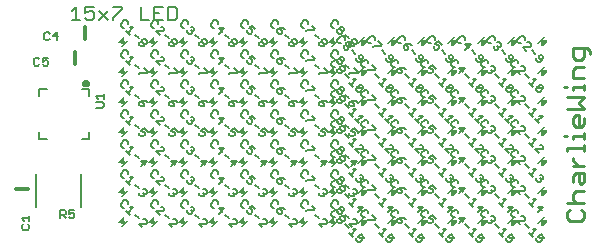
<source format=gbr>
G04 EAGLE Gerber RS-274X export*
G75*
%MOMM*%
%FSLAX34Y34*%
%LPD*%
%INSilkscreen Top*%
%IPPOS*%
%AMOC8*
5,1,8,0,0,1.08239X$1,22.5*%
G01*
%ADD10C,0.228600*%
%ADD11C,0.177800*%
%ADD12R,0.762000X0.127000*%
%ADD13C,0.152400*%
%ADD14C,0.127000*%
%ADD15C,0.406400*%
%ADD16C,0.304800*%
%ADD17C,0.203200*%

G36*
X277867Y191301D02*
X277867Y191301D01*
X277971Y191301D01*
X277990Y191307D01*
X278009Y191308D01*
X278106Y191346D01*
X278204Y191379D01*
X278220Y191391D01*
X278238Y191399D01*
X278318Y191466D01*
X278400Y191528D01*
X278411Y191544D01*
X278426Y191557D01*
X278480Y191646D01*
X278538Y191732D01*
X278544Y191751D01*
X278554Y191767D01*
X278577Y191869D01*
X278604Y191968D01*
X278604Y191993D01*
X278608Y192007D01*
X278604Y192039D01*
X278604Y192136D01*
X278155Y196177D01*
X278147Y196206D01*
X278147Y196236D01*
X278114Y196324D01*
X278089Y196414D01*
X278072Y196439D01*
X278062Y196467D01*
X278003Y196540D01*
X277951Y196618D01*
X277927Y196636D01*
X277908Y196659D01*
X277829Y196710D01*
X277755Y196766D01*
X277727Y196776D01*
X277702Y196792D01*
X277610Y196815D01*
X277522Y196845D01*
X277492Y196845D01*
X277463Y196852D01*
X277370Y196845D01*
X277276Y196845D01*
X277247Y196835D01*
X277218Y196833D01*
X277132Y196796D01*
X277043Y196766D01*
X277019Y196748D01*
X276992Y196736D01*
X276861Y196632D01*
X273268Y193039D01*
X273251Y193015D01*
X273228Y192996D01*
X273180Y192916D01*
X273125Y192840D01*
X273116Y192811D01*
X273101Y192786D01*
X273080Y192694D01*
X273053Y192605D01*
X273053Y192575D01*
X273047Y192546D01*
X273056Y192453D01*
X273059Y192359D01*
X273069Y192331D01*
X273072Y192301D01*
X273111Y192216D01*
X273143Y192128D01*
X273162Y192105D01*
X273174Y192077D01*
X273238Y192009D01*
X273297Y191936D01*
X273322Y191920D01*
X273342Y191898D01*
X273425Y191854D01*
X273504Y191803D01*
X273533Y191795D01*
X273559Y191781D01*
X273723Y191745D01*
X277764Y191296D01*
X277867Y191301D01*
G37*
G36*
X252467Y191301D02*
X252467Y191301D01*
X252571Y191301D01*
X252590Y191307D01*
X252609Y191308D01*
X252706Y191346D01*
X252804Y191379D01*
X252820Y191391D01*
X252838Y191399D01*
X252918Y191466D01*
X253000Y191528D01*
X253011Y191544D01*
X253026Y191557D01*
X253080Y191646D01*
X253138Y191732D01*
X253144Y191751D01*
X253154Y191767D01*
X253177Y191869D01*
X253204Y191968D01*
X253204Y191993D01*
X253208Y192007D01*
X253204Y192039D01*
X253204Y192136D01*
X252755Y196177D01*
X252747Y196206D01*
X252747Y196236D01*
X252714Y196324D01*
X252689Y196414D01*
X252672Y196439D01*
X252662Y196467D01*
X252603Y196540D01*
X252551Y196618D01*
X252527Y196636D01*
X252508Y196659D01*
X252429Y196710D01*
X252355Y196766D01*
X252327Y196776D01*
X252302Y196792D01*
X252210Y196815D01*
X252122Y196845D01*
X252092Y196845D01*
X252063Y196852D01*
X251970Y196845D01*
X251876Y196845D01*
X251847Y196835D01*
X251818Y196833D01*
X251732Y196796D01*
X251643Y196766D01*
X251619Y196748D01*
X251592Y196736D01*
X251461Y196632D01*
X247868Y193039D01*
X247851Y193015D01*
X247828Y192996D01*
X247780Y192916D01*
X247725Y192840D01*
X247716Y192811D01*
X247701Y192786D01*
X247680Y192694D01*
X247653Y192605D01*
X247653Y192575D01*
X247647Y192546D01*
X247656Y192453D01*
X247659Y192359D01*
X247669Y192331D01*
X247672Y192301D01*
X247711Y192216D01*
X247743Y192128D01*
X247762Y192105D01*
X247774Y192077D01*
X247838Y192009D01*
X247897Y191936D01*
X247922Y191920D01*
X247942Y191898D01*
X248025Y191854D01*
X248104Y191803D01*
X248133Y191795D01*
X248159Y191781D01*
X248323Y191745D01*
X252364Y191296D01*
X252467Y191301D01*
G37*
G36*
X227067Y191301D02*
X227067Y191301D01*
X227171Y191301D01*
X227190Y191307D01*
X227209Y191308D01*
X227306Y191346D01*
X227404Y191379D01*
X227420Y191391D01*
X227438Y191399D01*
X227518Y191466D01*
X227600Y191528D01*
X227611Y191544D01*
X227626Y191557D01*
X227680Y191646D01*
X227738Y191732D01*
X227744Y191751D01*
X227754Y191767D01*
X227777Y191869D01*
X227804Y191968D01*
X227804Y191993D01*
X227808Y192007D01*
X227804Y192039D01*
X227804Y192136D01*
X227355Y196177D01*
X227347Y196206D01*
X227347Y196236D01*
X227314Y196324D01*
X227289Y196414D01*
X227272Y196439D01*
X227262Y196467D01*
X227203Y196540D01*
X227151Y196618D01*
X227127Y196636D01*
X227108Y196659D01*
X227029Y196710D01*
X226955Y196766D01*
X226927Y196776D01*
X226902Y196792D01*
X226810Y196815D01*
X226722Y196845D01*
X226692Y196845D01*
X226663Y196852D01*
X226570Y196845D01*
X226476Y196845D01*
X226447Y196835D01*
X226418Y196833D01*
X226332Y196796D01*
X226243Y196766D01*
X226219Y196748D01*
X226192Y196736D01*
X226061Y196632D01*
X222468Y193039D01*
X222451Y193015D01*
X222428Y192996D01*
X222380Y192916D01*
X222325Y192840D01*
X222316Y192811D01*
X222301Y192786D01*
X222280Y192694D01*
X222253Y192605D01*
X222253Y192575D01*
X222247Y192546D01*
X222256Y192453D01*
X222259Y192359D01*
X222269Y192331D01*
X222272Y192301D01*
X222311Y192216D01*
X222343Y192128D01*
X222362Y192105D01*
X222374Y192077D01*
X222438Y192009D01*
X222497Y191936D01*
X222522Y191920D01*
X222542Y191898D01*
X222625Y191854D01*
X222704Y191803D01*
X222733Y191795D01*
X222759Y191781D01*
X222923Y191745D01*
X226964Y191296D01*
X227067Y191301D01*
G37*
G36*
X201667Y191301D02*
X201667Y191301D01*
X201771Y191301D01*
X201790Y191307D01*
X201809Y191308D01*
X201906Y191346D01*
X202004Y191379D01*
X202020Y191391D01*
X202038Y191399D01*
X202118Y191466D01*
X202200Y191528D01*
X202211Y191544D01*
X202226Y191557D01*
X202280Y191646D01*
X202338Y191732D01*
X202344Y191751D01*
X202354Y191767D01*
X202377Y191869D01*
X202404Y191968D01*
X202404Y191993D01*
X202408Y192007D01*
X202404Y192039D01*
X202404Y192136D01*
X201955Y196177D01*
X201947Y196206D01*
X201947Y196236D01*
X201914Y196324D01*
X201889Y196414D01*
X201872Y196439D01*
X201862Y196467D01*
X201803Y196540D01*
X201751Y196618D01*
X201727Y196636D01*
X201708Y196659D01*
X201629Y196710D01*
X201555Y196766D01*
X201527Y196776D01*
X201502Y196792D01*
X201410Y196815D01*
X201322Y196845D01*
X201292Y196845D01*
X201263Y196852D01*
X201170Y196845D01*
X201076Y196845D01*
X201047Y196835D01*
X201018Y196833D01*
X200932Y196796D01*
X200843Y196766D01*
X200819Y196748D01*
X200792Y196736D01*
X200661Y196632D01*
X197068Y193039D01*
X197051Y193015D01*
X197028Y192996D01*
X196980Y192916D01*
X196925Y192840D01*
X196916Y192811D01*
X196901Y192786D01*
X196880Y192694D01*
X196853Y192605D01*
X196853Y192575D01*
X196847Y192546D01*
X196856Y192453D01*
X196859Y192359D01*
X196869Y192331D01*
X196872Y192301D01*
X196911Y192216D01*
X196943Y192128D01*
X196962Y192105D01*
X196974Y192077D01*
X197038Y192009D01*
X197097Y191936D01*
X197122Y191920D01*
X197142Y191898D01*
X197225Y191854D01*
X197304Y191803D01*
X197333Y191795D01*
X197359Y191781D01*
X197523Y191745D01*
X201564Y191296D01*
X201667Y191301D01*
G37*
G36*
X176267Y191301D02*
X176267Y191301D01*
X176371Y191301D01*
X176390Y191307D01*
X176409Y191308D01*
X176506Y191346D01*
X176604Y191379D01*
X176620Y191391D01*
X176638Y191399D01*
X176718Y191466D01*
X176800Y191528D01*
X176811Y191544D01*
X176826Y191557D01*
X176880Y191646D01*
X176938Y191732D01*
X176944Y191751D01*
X176954Y191767D01*
X176977Y191869D01*
X177004Y191968D01*
X177004Y191993D01*
X177008Y192007D01*
X177004Y192039D01*
X177004Y192136D01*
X176555Y196177D01*
X176547Y196206D01*
X176547Y196236D01*
X176514Y196324D01*
X176489Y196414D01*
X176472Y196439D01*
X176462Y196467D01*
X176403Y196540D01*
X176351Y196618D01*
X176327Y196636D01*
X176308Y196659D01*
X176229Y196710D01*
X176155Y196766D01*
X176127Y196776D01*
X176102Y196792D01*
X176010Y196815D01*
X175922Y196845D01*
X175892Y196845D01*
X175863Y196852D01*
X175770Y196845D01*
X175676Y196845D01*
X175647Y196835D01*
X175618Y196833D01*
X175532Y196796D01*
X175443Y196766D01*
X175419Y196748D01*
X175392Y196736D01*
X175261Y196632D01*
X171668Y193039D01*
X171651Y193015D01*
X171628Y192996D01*
X171580Y192916D01*
X171525Y192840D01*
X171516Y192811D01*
X171501Y192786D01*
X171480Y192694D01*
X171453Y192605D01*
X171453Y192575D01*
X171447Y192546D01*
X171456Y192453D01*
X171459Y192359D01*
X171469Y192331D01*
X171472Y192301D01*
X171511Y192216D01*
X171543Y192128D01*
X171562Y192105D01*
X171574Y192077D01*
X171638Y192009D01*
X171697Y191936D01*
X171722Y191920D01*
X171742Y191898D01*
X171825Y191854D01*
X171904Y191803D01*
X171933Y191795D01*
X171959Y191781D01*
X172123Y191745D01*
X176164Y191296D01*
X176267Y191301D01*
G37*
G36*
X150867Y191301D02*
X150867Y191301D01*
X150971Y191301D01*
X150990Y191307D01*
X151009Y191308D01*
X151106Y191346D01*
X151204Y191379D01*
X151220Y191391D01*
X151238Y191399D01*
X151318Y191466D01*
X151400Y191528D01*
X151411Y191544D01*
X151426Y191557D01*
X151480Y191646D01*
X151538Y191732D01*
X151544Y191751D01*
X151554Y191767D01*
X151577Y191869D01*
X151604Y191968D01*
X151604Y191993D01*
X151608Y192007D01*
X151604Y192039D01*
X151604Y192136D01*
X151155Y196177D01*
X151147Y196206D01*
X151147Y196236D01*
X151114Y196324D01*
X151089Y196414D01*
X151072Y196439D01*
X151062Y196467D01*
X151003Y196540D01*
X150951Y196618D01*
X150927Y196636D01*
X150908Y196659D01*
X150829Y196710D01*
X150755Y196766D01*
X150727Y196776D01*
X150702Y196792D01*
X150610Y196815D01*
X150522Y196845D01*
X150492Y196845D01*
X150463Y196852D01*
X150370Y196845D01*
X150276Y196845D01*
X150247Y196835D01*
X150218Y196833D01*
X150132Y196796D01*
X150043Y196766D01*
X150019Y196748D01*
X149992Y196736D01*
X149861Y196632D01*
X146268Y193039D01*
X146251Y193015D01*
X146228Y192996D01*
X146180Y192916D01*
X146125Y192840D01*
X146116Y192811D01*
X146101Y192786D01*
X146080Y192694D01*
X146053Y192605D01*
X146053Y192575D01*
X146047Y192546D01*
X146056Y192453D01*
X146059Y192359D01*
X146069Y192331D01*
X146072Y192301D01*
X146111Y192216D01*
X146143Y192128D01*
X146162Y192105D01*
X146174Y192077D01*
X146238Y192009D01*
X146297Y191936D01*
X146322Y191920D01*
X146342Y191898D01*
X146425Y191854D01*
X146504Y191803D01*
X146533Y191795D01*
X146559Y191781D01*
X146723Y191745D01*
X150764Y191296D01*
X150867Y191301D01*
G37*
G36*
X125467Y191301D02*
X125467Y191301D01*
X125571Y191301D01*
X125590Y191307D01*
X125609Y191308D01*
X125706Y191346D01*
X125804Y191379D01*
X125820Y191391D01*
X125838Y191399D01*
X125918Y191466D01*
X126000Y191528D01*
X126011Y191544D01*
X126026Y191557D01*
X126080Y191646D01*
X126138Y191732D01*
X126144Y191751D01*
X126154Y191767D01*
X126177Y191869D01*
X126204Y191968D01*
X126204Y191993D01*
X126208Y192007D01*
X126204Y192039D01*
X126204Y192136D01*
X125755Y196177D01*
X125747Y196206D01*
X125747Y196236D01*
X125714Y196324D01*
X125689Y196414D01*
X125672Y196439D01*
X125662Y196467D01*
X125603Y196540D01*
X125551Y196618D01*
X125527Y196636D01*
X125508Y196659D01*
X125429Y196710D01*
X125355Y196766D01*
X125327Y196776D01*
X125302Y196792D01*
X125210Y196815D01*
X125122Y196845D01*
X125092Y196845D01*
X125063Y196852D01*
X124970Y196845D01*
X124876Y196845D01*
X124847Y196835D01*
X124818Y196833D01*
X124732Y196796D01*
X124643Y196766D01*
X124619Y196748D01*
X124592Y196736D01*
X124461Y196632D01*
X120868Y193039D01*
X120851Y193015D01*
X120828Y192996D01*
X120780Y192916D01*
X120725Y192840D01*
X120716Y192811D01*
X120701Y192786D01*
X120680Y192694D01*
X120653Y192605D01*
X120653Y192575D01*
X120647Y192546D01*
X120656Y192453D01*
X120659Y192359D01*
X120669Y192331D01*
X120672Y192301D01*
X120711Y192216D01*
X120743Y192128D01*
X120762Y192105D01*
X120774Y192077D01*
X120838Y192009D01*
X120897Y191936D01*
X120922Y191920D01*
X120942Y191898D01*
X121025Y191854D01*
X121104Y191803D01*
X121133Y191795D01*
X121159Y191781D01*
X121323Y191745D01*
X125364Y191296D01*
X125467Y191301D01*
G37*
G36*
X100067Y191301D02*
X100067Y191301D01*
X100171Y191301D01*
X100190Y191307D01*
X100209Y191308D01*
X100306Y191346D01*
X100404Y191379D01*
X100420Y191391D01*
X100438Y191399D01*
X100518Y191466D01*
X100600Y191528D01*
X100611Y191544D01*
X100626Y191557D01*
X100680Y191646D01*
X100738Y191732D01*
X100744Y191751D01*
X100754Y191767D01*
X100777Y191869D01*
X100804Y191968D01*
X100804Y191993D01*
X100808Y192007D01*
X100804Y192039D01*
X100804Y192136D01*
X100355Y196177D01*
X100347Y196206D01*
X100347Y196236D01*
X100314Y196324D01*
X100289Y196414D01*
X100272Y196439D01*
X100262Y196467D01*
X100203Y196540D01*
X100151Y196618D01*
X100127Y196636D01*
X100108Y196659D01*
X100029Y196710D01*
X99955Y196766D01*
X99927Y196776D01*
X99902Y196792D01*
X99810Y196815D01*
X99722Y196845D01*
X99692Y196845D01*
X99663Y196852D01*
X99570Y196845D01*
X99476Y196845D01*
X99447Y196835D01*
X99418Y196833D01*
X99332Y196796D01*
X99243Y196766D01*
X99219Y196748D01*
X99192Y196736D01*
X99061Y196632D01*
X95468Y193039D01*
X95451Y193015D01*
X95428Y192996D01*
X95380Y192916D01*
X95325Y192840D01*
X95316Y192811D01*
X95301Y192786D01*
X95280Y192694D01*
X95253Y192605D01*
X95253Y192575D01*
X95247Y192546D01*
X95256Y192453D01*
X95259Y192359D01*
X95269Y192331D01*
X95272Y192301D01*
X95311Y192216D01*
X95343Y192128D01*
X95362Y192105D01*
X95374Y192077D01*
X95438Y192009D01*
X95497Y191936D01*
X95522Y191920D01*
X95542Y191898D01*
X95625Y191854D01*
X95704Y191803D01*
X95733Y191795D01*
X95759Y191781D01*
X95923Y191745D01*
X99964Y191296D01*
X100067Y191301D01*
G37*
G36*
X301750Y189235D02*
X301750Y189235D01*
X301844Y189235D01*
X301873Y189245D01*
X301902Y189247D01*
X301988Y189284D01*
X302077Y189314D01*
X302101Y189332D01*
X302128Y189344D01*
X302259Y189448D01*
X305852Y193041D01*
X305869Y193065D01*
X305892Y193084D01*
X305940Y193164D01*
X305995Y193240D01*
X306004Y193269D01*
X306019Y193294D01*
X306040Y193386D01*
X306067Y193475D01*
X306067Y193505D01*
X306073Y193534D01*
X306064Y193627D01*
X306061Y193721D01*
X306051Y193749D01*
X306048Y193779D01*
X306009Y193864D01*
X305977Y193952D01*
X305958Y193975D01*
X305946Y194003D01*
X305882Y194071D01*
X305823Y194144D01*
X305798Y194160D01*
X305778Y194182D01*
X305695Y194226D01*
X305616Y194277D01*
X305587Y194285D01*
X305561Y194299D01*
X305397Y194335D01*
X301356Y194784D01*
X301253Y194779D01*
X301149Y194779D01*
X301130Y194773D01*
X301111Y194772D01*
X301014Y194734D01*
X300916Y194701D01*
X300900Y194689D01*
X300882Y194681D01*
X300802Y194614D01*
X300720Y194552D01*
X300709Y194536D01*
X300694Y194523D01*
X300640Y194434D01*
X300582Y194348D01*
X300576Y194329D01*
X300566Y194313D01*
X300543Y194211D01*
X300516Y194112D01*
X300516Y194087D01*
X300512Y194073D01*
X300516Y194041D01*
X300516Y193944D01*
X300965Y189903D01*
X300973Y189874D01*
X300973Y189844D01*
X301006Y189756D01*
X301031Y189666D01*
X301048Y189641D01*
X301058Y189613D01*
X301117Y189540D01*
X301169Y189462D01*
X301193Y189444D01*
X301212Y189421D01*
X301291Y189370D01*
X301365Y189314D01*
X301393Y189304D01*
X301418Y189288D01*
X301510Y189265D01*
X301598Y189235D01*
X301628Y189235D01*
X301657Y189228D01*
X301750Y189235D01*
G37*
G36*
X327150Y189235D02*
X327150Y189235D01*
X327244Y189235D01*
X327273Y189245D01*
X327302Y189247D01*
X327388Y189284D01*
X327477Y189314D01*
X327501Y189332D01*
X327528Y189344D01*
X327659Y189448D01*
X331252Y193041D01*
X331269Y193065D01*
X331292Y193084D01*
X331340Y193164D01*
X331395Y193240D01*
X331404Y193269D01*
X331419Y193294D01*
X331440Y193386D01*
X331467Y193475D01*
X331467Y193505D01*
X331473Y193534D01*
X331464Y193627D01*
X331461Y193721D01*
X331451Y193749D01*
X331448Y193779D01*
X331409Y193864D01*
X331377Y193952D01*
X331358Y193975D01*
X331346Y194003D01*
X331282Y194071D01*
X331223Y194144D01*
X331198Y194160D01*
X331178Y194182D01*
X331095Y194226D01*
X331016Y194277D01*
X330987Y194285D01*
X330961Y194299D01*
X330797Y194335D01*
X326756Y194784D01*
X326653Y194779D01*
X326549Y194779D01*
X326530Y194773D01*
X326511Y194772D01*
X326414Y194734D01*
X326316Y194701D01*
X326300Y194689D01*
X326282Y194681D01*
X326202Y194614D01*
X326120Y194552D01*
X326109Y194536D01*
X326094Y194523D01*
X326040Y194434D01*
X325982Y194348D01*
X325976Y194329D01*
X325966Y194313D01*
X325943Y194211D01*
X325916Y194112D01*
X325916Y194087D01*
X325912Y194073D01*
X325916Y194041D01*
X325916Y193944D01*
X326365Y189903D01*
X326373Y189874D01*
X326373Y189844D01*
X326406Y189756D01*
X326431Y189666D01*
X326448Y189641D01*
X326458Y189613D01*
X326517Y189540D01*
X326569Y189462D01*
X326593Y189444D01*
X326612Y189421D01*
X326691Y189370D01*
X326765Y189314D01*
X326793Y189304D01*
X326818Y189288D01*
X326910Y189265D01*
X326998Y189235D01*
X327028Y189235D01*
X327057Y189228D01*
X327150Y189235D01*
G37*
G36*
X352550Y189235D02*
X352550Y189235D01*
X352644Y189235D01*
X352673Y189245D01*
X352702Y189247D01*
X352788Y189284D01*
X352877Y189314D01*
X352901Y189332D01*
X352928Y189344D01*
X353059Y189448D01*
X356652Y193041D01*
X356669Y193065D01*
X356692Y193084D01*
X356740Y193164D01*
X356795Y193240D01*
X356804Y193269D01*
X356819Y193294D01*
X356840Y193386D01*
X356867Y193475D01*
X356867Y193505D01*
X356873Y193534D01*
X356864Y193627D01*
X356861Y193721D01*
X356851Y193749D01*
X356848Y193779D01*
X356809Y193864D01*
X356777Y193952D01*
X356758Y193975D01*
X356746Y194003D01*
X356682Y194071D01*
X356623Y194144D01*
X356598Y194160D01*
X356578Y194182D01*
X356495Y194226D01*
X356416Y194277D01*
X356387Y194285D01*
X356361Y194299D01*
X356197Y194335D01*
X352156Y194784D01*
X352053Y194779D01*
X351949Y194779D01*
X351930Y194773D01*
X351911Y194772D01*
X351814Y194734D01*
X351716Y194701D01*
X351700Y194689D01*
X351682Y194681D01*
X351602Y194614D01*
X351520Y194552D01*
X351509Y194536D01*
X351494Y194523D01*
X351440Y194434D01*
X351382Y194348D01*
X351376Y194329D01*
X351366Y194313D01*
X351343Y194211D01*
X351316Y194112D01*
X351316Y194087D01*
X351312Y194073D01*
X351316Y194041D01*
X351316Y193944D01*
X351765Y189903D01*
X351773Y189874D01*
X351773Y189844D01*
X351806Y189756D01*
X351831Y189666D01*
X351848Y189641D01*
X351858Y189613D01*
X351917Y189540D01*
X351969Y189462D01*
X351993Y189444D01*
X352012Y189421D01*
X352091Y189370D01*
X352165Y189314D01*
X352193Y189304D01*
X352218Y189288D01*
X352310Y189265D01*
X352398Y189235D01*
X352428Y189235D01*
X352457Y189228D01*
X352550Y189235D01*
G37*
G36*
X377950Y189235D02*
X377950Y189235D01*
X378044Y189235D01*
X378073Y189245D01*
X378102Y189247D01*
X378188Y189284D01*
X378277Y189314D01*
X378301Y189332D01*
X378328Y189344D01*
X378459Y189448D01*
X382052Y193041D01*
X382069Y193065D01*
X382092Y193084D01*
X382140Y193164D01*
X382195Y193240D01*
X382204Y193269D01*
X382219Y193294D01*
X382240Y193386D01*
X382267Y193475D01*
X382267Y193505D01*
X382273Y193534D01*
X382264Y193627D01*
X382261Y193721D01*
X382251Y193749D01*
X382248Y193779D01*
X382209Y193864D01*
X382177Y193952D01*
X382158Y193975D01*
X382146Y194003D01*
X382082Y194071D01*
X382023Y194144D01*
X381998Y194160D01*
X381978Y194182D01*
X381895Y194226D01*
X381816Y194277D01*
X381787Y194285D01*
X381761Y194299D01*
X381597Y194335D01*
X377556Y194784D01*
X377453Y194779D01*
X377349Y194779D01*
X377330Y194773D01*
X377311Y194772D01*
X377214Y194734D01*
X377116Y194701D01*
X377100Y194689D01*
X377082Y194681D01*
X377002Y194614D01*
X376920Y194552D01*
X376909Y194536D01*
X376894Y194523D01*
X376840Y194434D01*
X376782Y194348D01*
X376776Y194329D01*
X376766Y194313D01*
X376743Y194211D01*
X376716Y194112D01*
X376716Y194087D01*
X376712Y194073D01*
X376716Y194041D01*
X376716Y193944D01*
X377165Y189903D01*
X377173Y189874D01*
X377173Y189844D01*
X377206Y189756D01*
X377231Y189666D01*
X377248Y189641D01*
X377258Y189613D01*
X377317Y189540D01*
X377369Y189462D01*
X377393Y189444D01*
X377412Y189421D01*
X377491Y189370D01*
X377565Y189314D01*
X377593Y189304D01*
X377618Y189288D01*
X377710Y189265D01*
X377798Y189235D01*
X377828Y189235D01*
X377857Y189228D01*
X377950Y189235D01*
G37*
G36*
X403350Y189235D02*
X403350Y189235D01*
X403444Y189235D01*
X403473Y189245D01*
X403502Y189247D01*
X403588Y189284D01*
X403677Y189314D01*
X403701Y189332D01*
X403728Y189344D01*
X403859Y189448D01*
X407452Y193041D01*
X407469Y193065D01*
X407492Y193084D01*
X407540Y193164D01*
X407595Y193240D01*
X407604Y193269D01*
X407619Y193294D01*
X407640Y193386D01*
X407667Y193475D01*
X407667Y193505D01*
X407673Y193534D01*
X407664Y193627D01*
X407661Y193721D01*
X407651Y193749D01*
X407648Y193779D01*
X407609Y193864D01*
X407577Y193952D01*
X407558Y193975D01*
X407546Y194003D01*
X407482Y194071D01*
X407423Y194144D01*
X407398Y194160D01*
X407378Y194182D01*
X407295Y194226D01*
X407216Y194277D01*
X407187Y194285D01*
X407161Y194299D01*
X406997Y194335D01*
X402956Y194784D01*
X402853Y194779D01*
X402749Y194779D01*
X402730Y194773D01*
X402711Y194772D01*
X402614Y194734D01*
X402516Y194701D01*
X402500Y194689D01*
X402482Y194681D01*
X402402Y194614D01*
X402320Y194552D01*
X402309Y194536D01*
X402294Y194523D01*
X402240Y194434D01*
X402182Y194348D01*
X402176Y194329D01*
X402166Y194313D01*
X402143Y194211D01*
X402116Y194112D01*
X402116Y194087D01*
X402112Y194073D01*
X402116Y194041D01*
X402116Y193944D01*
X402565Y189903D01*
X402573Y189874D01*
X402573Y189844D01*
X402606Y189756D01*
X402631Y189666D01*
X402648Y189641D01*
X402658Y189613D01*
X402717Y189540D01*
X402769Y189462D01*
X402793Y189444D01*
X402812Y189421D01*
X402891Y189370D01*
X402965Y189314D01*
X402993Y189304D01*
X403018Y189288D01*
X403110Y189265D01*
X403198Y189235D01*
X403228Y189235D01*
X403257Y189228D01*
X403350Y189235D01*
G37*
G36*
X428750Y189235D02*
X428750Y189235D01*
X428844Y189235D01*
X428873Y189245D01*
X428902Y189247D01*
X428988Y189284D01*
X429077Y189314D01*
X429101Y189332D01*
X429128Y189344D01*
X429259Y189448D01*
X432852Y193041D01*
X432869Y193065D01*
X432892Y193084D01*
X432940Y193164D01*
X432995Y193240D01*
X433004Y193269D01*
X433019Y193294D01*
X433040Y193386D01*
X433067Y193475D01*
X433067Y193505D01*
X433073Y193534D01*
X433064Y193627D01*
X433061Y193721D01*
X433051Y193749D01*
X433048Y193779D01*
X433009Y193864D01*
X432977Y193952D01*
X432958Y193975D01*
X432946Y194003D01*
X432882Y194071D01*
X432823Y194144D01*
X432798Y194160D01*
X432778Y194182D01*
X432695Y194226D01*
X432616Y194277D01*
X432587Y194285D01*
X432561Y194299D01*
X432397Y194335D01*
X428356Y194784D01*
X428253Y194779D01*
X428149Y194779D01*
X428130Y194773D01*
X428111Y194772D01*
X428014Y194734D01*
X427916Y194701D01*
X427900Y194689D01*
X427882Y194681D01*
X427802Y194614D01*
X427720Y194552D01*
X427709Y194536D01*
X427694Y194523D01*
X427640Y194434D01*
X427582Y194348D01*
X427576Y194329D01*
X427566Y194313D01*
X427543Y194211D01*
X427516Y194112D01*
X427516Y194087D01*
X427512Y194073D01*
X427516Y194041D01*
X427516Y193944D01*
X427965Y189903D01*
X427973Y189874D01*
X427973Y189844D01*
X428006Y189756D01*
X428031Y189666D01*
X428048Y189641D01*
X428058Y189613D01*
X428117Y189540D01*
X428169Y189462D01*
X428193Y189444D01*
X428212Y189421D01*
X428291Y189370D01*
X428365Y189314D01*
X428393Y189304D01*
X428418Y189288D01*
X428510Y189265D01*
X428598Y189235D01*
X428628Y189235D01*
X428657Y189228D01*
X428750Y189235D01*
G37*
G36*
X454150Y189235D02*
X454150Y189235D01*
X454244Y189235D01*
X454273Y189245D01*
X454302Y189247D01*
X454388Y189284D01*
X454477Y189314D01*
X454501Y189332D01*
X454528Y189344D01*
X454659Y189448D01*
X458252Y193041D01*
X458269Y193065D01*
X458292Y193084D01*
X458340Y193164D01*
X458395Y193240D01*
X458404Y193269D01*
X458419Y193294D01*
X458440Y193386D01*
X458467Y193475D01*
X458467Y193505D01*
X458473Y193534D01*
X458464Y193627D01*
X458461Y193721D01*
X458451Y193749D01*
X458448Y193779D01*
X458409Y193864D01*
X458377Y193952D01*
X458358Y193975D01*
X458346Y194003D01*
X458282Y194071D01*
X458223Y194144D01*
X458198Y194160D01*
X458178Y194182D01*
X458095Y194226D01*
X458016Y194277D01*
X457987Y194285D01*
X457961Y194299D01*
X457797Y194335D01*
X453756Y194784D01*
X453653Y194779D01*
X453549Y194779D01*
X453530Y194773D01*
X453511Y194772D01*
X453414Y194734D01*
X453316Y194701D01*
X453300Y194689D01*
X453282Y194681D01*
X453202Y194614D01*
X453120Y194552D01*
X453109Y194536D01*
X453094Y194523D01*
X453040Y194434D01*
X452982Y194348D01*
X452976Y194329D01*
X452966Y194313D01*
X452943Y194211D01*
X452916Y194112D01*
X452916Y194087D01*
X452912Y194073D01*
X452916Y194041D01*
X452916Y193944D01*
X453365Y189903D01*
X453373Y189874D01*
X453373Y189844D01*
X453406Y189756D01*
X453431Y189666D01*
X453448Y189641D01*
X453458Y189613D01*
X453517Y189540D01*
X453569Y189462D01*
X453593Y189444D01*
X453612Y189421D01*
X453691Y189370D01*
X453765Y189314D01*
X453793Y189304D01*
X453818Y189288D01*
X453910Y189265D01*
X453998Y189235D01*
X454028Y189235D01*
X454057Y189228D01*
X454150Y189235D01*
G37*
G36*
X277867Y165901D02*
X277867Y165901D01*
X277971Y165901D01*
X277990Y165907D01*
X278009Y165908D01*
X278106Y165946D01*
X278204Y165979D01*
X278220Y165991D01*
X278238Y165999D01*
X278318Y166066D01*
X278400Y166128D01*
X278411Y166144D01*
X278426Y166157D01*
X278480Y166246D01*
X278538Y166332D01*
X278544Y166351D01*
X278554Y166367D01*
X278577Y166469D01*
X278604Y166568D01*
X278604Y166593D01*
X278608Y166607D01*
X278604Y166639D01*
X278604Y166736D01*
X278155Y170777D01*
X278147Y170806D01*
X278147Y170836D01*
X278114Y170924D01*
X278089Y171014D01*
X278072Y171039D01*
X278062Y171067D01*
X278003Y171140D01*
X277951Y171218D01*
X277927Y171236D01*
X277908Y171259D01*
X277829Y171310D01*
X277755Y171366D01*
X277727Y171376D01*
X277702Y171392D01*
X277610Y171415D01*
X277522Y171445D01*
X277492Y171445D01*
X277463Y171452D01*
X277370Y171445D01*
X277276Y171445D01*
X277247Y171435D01*
X277218Y171433D01*
X277132Y171396D01*
X277043Y171366D01*
X277019Y171348D01*
X276992Y171336D01*
X276861Y171232D01*
X273268Y167639D01*
X273251Y167615D01*
X273228Y167596D01*
X273180Y167516D01*
X273125Y167440D01*
X273116Y167411D01*
X273101Y167386D01*
X273080Y167294D01*
X273053Y167205D01*
X273053Y167175D01*
X273047Y167146D01*
X273056Y167053D01*
X273059Y166959D01*
X273069Y166931D01*
X273072Y166901D01*
X273111Y166816D01*
X273143Y166728D01*
X273162Y166705D01*
X273174Y166677D01*
X273238Y166609D01*
X273297Y166536D01*
X273322Y166520D01*
X273342Y166498D01*
X273425Y166454D01*
X273504Y166403D01*
X273533Y166395D01*
X273559Y166381D01*
X273723Y166345D01*
X277764Y165896D01*
X277867Y165901D01*
G37*
G36*
X252467Y165901D02*
X252467Y165901D01*
X252571Y165901D01*
X252590Y165907D01*
X252609Y165908D01*
X252706Y165946D01*
X252804Y165979D01*
X252820Y165991D01*
X252838Y165999D01*
X252918Y166066D01*
X253000Y166128D01*
X253011Y166144D01*
X253026Y166157D01*
X253080Y166246D01*
X253138Y166332D01*
X253144Y166351D01*
X253154Y166367D01*
X253177Y166469D01*
X253204Y166568D01*
X253204Y166593D01*
X253208Y166607D01*
X253204Y166639D01*
X253204Y166736D01*
X252755Y170777D01*
X252747Y170806D01*
X252747Y170836D01*
X252714Y170924D01*
X252689Y171014D01*
X252672Y171039D01*
X252662Y171067D01*
X252603Y171140D01*
X252551Y171218D01*
X252527Y171236D01*
X252508Y171259D01*
X252429Y171310D01*
X252355Y171366D01*
X252327Y171376D01*
X252302Y171392D01*
X252210Y171415D01*
X252122Y171445D01*
X252092Y171445D01*
X252063Y171452D01*
X251970Y171445D01*
X251876Y171445D01*
X251847Y171435D01*
X251818Y171433D01*
X251732Y171396D01*
X251643Y171366D01*
X251619Y171348D01*
X251592Y171336D01*
X251461Y171232D01*
X247868Y167639D01*
X247851Y167615D01*
X247828Y167596D01*
X247780Y167516D01*
X247725Y167440D01*
X247716Y167411D01*
X247701Y167386D01*
X247680Y167294D01*
X247653Y167205D01*
X247653Y167175D01*
X247647Y167146D01*
X247656Y167053D01*
X247659Y166959D01*
X247669Y166931D01*
X247672Y166901D01*
X247711Y166816D01*
X247743Y166728D01*
X247762Y166705D01*
X247774Y166677D01*
X247838Y166609D01*
X247897Y166536D01*
X247922Y166520D01*
X247942Y166498D01*
X248025Y166454D01*
X248104Y166403D01*
X248133Y166395D01*
X248159Y166381D01*
X248323Y166345D01*
X252364Y165896D01*
X252467Y165901D01*
G37*
G36*
X227067Y165901D02*
X227067Y165901D01*
X227171Y165901D01*
X227190Y165907D01*
X227209Y165908D01*
X227306Y165946D01*
X227404Y165979D01*
X227420Y165991D01*
X227438Y165999D01*
X227518Y166066D01*
X227600Y166128D01*
X227611Y166144D01*
X227626Y166157D01*
X227680Y166246D01*
X227738Y166332D01*
X227744Y166351D01*
X227754Y166367D01*
X227777Y166469D01*
X227804Y166568D01*
X227804Y166593D01*
X227808Y166607D01*
X227804Y166639D01*
X227804Y166736D01*
X227355Y170777D01*
X227347Y170806D01*
X227347Y170836D01*
X227314Y170924D01*
X227289Y171014D01*
X227272Y171039D01*
X227262Y171067D01*
X227203Y171140D01*
X227151Y171218D01*
X227127Y171236D01*
X227108Y171259D01*
X227029Y171310D01*
X226955Y171366D01*
X226927Y171376D01*
X226902Y171392D01*
X226810Y171415D01*
X226722Y171445D01*
X226692Y171445D01*
X226663Y171452D01*
X226570Y171445D01*
X226476Y171445D01*
X226447Y171435D01*
X226418Y171433D01*
X226332Y171396D01*
X226243Y171366D01*
X226219Y171348D01*
X226192Y171336D01*
X226061Y171232D01*
X222468Y167639D01*
X222451Y167615D01*
X222428Y167596D01*
X222380Y167516D01*
X222325Y167440D01*
X222316Y167411D01*
X222301Y167386D01*
X222280Y167294D01*
X222253Y167205D01*
X222253Y167175D01*
X222247Y167146D01*
X222256Y167053D01*
X222259Y166959D01*
X222269Y166931D01*
X222272Y166901D01*
X222311Y166816D01*
X222343Y166728D01*
X222362Y166705D01*
X222374Y166677D01*
X222438Y166609D01*
X222497Y166536D01*
X222522Y166520D01*
X222542Y166498D01*
X222625Y166454D01*
X222704Y166403D01*
X222733Y166395D01*
X222759Y166381D01*
X222923Y166345D01*
X226964Y165896D01*
X227067Y165901D01*
G37*
G36*
X201667Y165901D02*
X201667Y165901D01*
X201771Y165901D01*
X201790Y165907D01*
X201809Y165908D01*
X201906Y165946D01*
X202004Y165979D01*
X202020Y165991D01*
X202038Y165999D01*
X202118Y166066D01*
X202200Y166128D01*
X202211Y166144D01*
X202226Y166157D01*
X202280Y166246D01*
X202338Y166332D01*
X202344Y166351D01*
X202354Y166367D01*
X202377Y166469D01*
X202404Y166568D01*
X202404Y166593D01*
X202408Y166607D01*
X202404Y166639D01*
X202404Y166736D01*
X201955Y170777D01*
X201947Y170806D01*
X201947Y170836D01*
X201914Y170924D01*
X201889Y171014D01*
X201872Y171039D01*
X201862Y171067D01*
X201803Y171140D01*
X201751Y171218D01*
X201727Y171236D01*
X201708Y171259D01*
X201629Y171310D01*
X201555Y171366D01*
X201527Y171376D01*
X201502Y171392D01*
X201410Y171415D01*
X201322Y171445D01*
X201292Y171445D01*
X201263Y171452D01*
X201170Y171445D01*
X201076Y171445D01*
X201047Y171435D01*
X201018Y171433D01*
X200932Y171396D01*
X200843Y171366D01*
X200819Y171348D01*
X200792Y171336D01*
X200661Y171232D01*
X197068Y167639D01*
X197051Y167615D01*
X197028Y167596D01*
X196980Y167516D01*
X196925Y167440D01*
X196916Y167411D01*
X196901Y167386D01*
X196880Y167294D01*
X196853Y167205D01*
X196853Y167175D01*
X196847Y167146D01*
X196856Y167053D01*
X196859Y166959D01*
X196869Y166931D01*
X196872Y166901D01*
X196911Y166816D01*
X196943Y166728D01*
X196962Y166705D01*
X196974Y166677D01*
X197038Y166609D01*
X197097Y166536D01*
X197122Y166520D01*
X197142Y166498D01*
X197225Y166454D01*
X197304Y166403D01*
X197333Y166395D01*
X197359Y166381D01*
X197523Y166345D01*
X201564Y165896D01*
X201667Y165901D01*
G37*
G36*
X176267Y165901D02*
X176267Y165901D01*
X176371Y165901D01*
X176390Y165907D01*
X176409Y165908D01*
X176506Y165946D01*
X176604Y165979D01*
X176620Y165991D01*
X176638Y165999D01*
X176718Y166066D01*
X176800Y166128D01*
X176811Y166144D01*
X176826Y166157D01*
X176880Y166246D01*
X176938Y166332D01*
X176944Y166351D01*
X176954Y166367D01*
X176977Y166469D01*
X177004Y166568D01*
X177004Y166593D01*
X177008Y166607D01*
X177004Y166639D01*
X177004Y166736D01*
X176555Y170777D01*
X176547Y170806D01*
X176547Y170836D01*
X176514Y170924D01*
X176489Y171014D01*
X176472Y171039D01*
X176462Y171067D01*
X176403Y171140D01*
X176351Y171218D01*
X176327Y171236D01*
X176308Y171259D01*
X176229Y171310D01*
X176155Y171366D01*
X176127Y171376D01*
X176102Y171392D01*
X176010Y171415D01*
X175922Y171445D01*
X175892Y171445D01*
X175863Y171452D01*
X175770Y171445D01*
X175676Y171445D01*
X175647Y171435D01*
X175618Y171433D01*
X175532Y171396D01*
X175443Y171366D01*
X175419Y171348D01*
X175392Y171336D01*
X175261Y171232D01*
X171668Y167639D01*
X171651Y167615D01*
X171628Y167596D01*
X171580Y167516D01*
X171525Y167440D01*
X171516Y167411D01*
X171501Y167386D01*
X171480Y167294D01*
X171453Y167205D01*
X171453Y167175D01*
X171447Y167146D01*
X171456Y167053D01*
X171459Y166959D01*
X171469Y166931D01*
X171472Y166901D01*
X171511Y166816D01*
X171543Y166728D01*
X171562Y166705D01*
X171574Y166677D01*
X171638Y166609D01*
X171697Y166536D01*
X171722Y166520D01*
X171742Y166498D01*
X171825Y166454D01*
X171904Y166403D01*
X171933Y166395D01*
X171959Y166381D01*
X172123Y166345D01*
X176164Y165896D01*
X176267Y165901D01*
G37*
G36*
X150867Y165901D02*
X150867Y165901D01*
X150971Y165901D01*
X150990Y165907D01*
X151009Y165908D01*
X151106Y165946D01*
X151204Y165979D01*
X151220Y165991D01*
X151238Y165999D01*
X151318Y166066D01*
X151400Y166128D01*
X151411Y166144D01*
X151426Y166157D01*
X151480Y166246D01*
X151538Y166332D01*
X151544Y166351D01*
X151554Y166367D01*
X151577Y166469D01*
X151604Y166568D01*
X151604Y166593D01*
X151608Y166607D01*
X151604Y166639D01*
X151604Y166736D01*
X151155Y170777D01*
X151147Y170806D01*
X151147Y170836D01*
X151114Y170924D01*
X151089Y171014D01*
X151072Y171039D01*
X151062Y171067D01*
X151003Y171140D01*
X150951Y171218D01*
X150927Y171236D01*
X150908Y171259D01*
X150829Y171310D01*
X150755Y171366D01*
X150727Y171376D01*
X150702Y171392D01*
X150610Y171415D01*
X150522Y171445D01*
X150492Y171445D01*
X150463Y171452D01*
X150370Y171445D01*
X150276Y171445D01*
X150247Y171435D01*
X150218Y171433D01*
X150132Y171396D01*
X150043Y171366D01*
X150019Y171348D01*
X149992Y171336D01*
X149861Y171232D01*
X146268Y167639D01*
X146251Y167615D01*
X146228Y167596D01*
X146180Y167516D01*
X146125Y167440D01*
X146116Y167411D01*
X146101Y167386D01*
X146080Y167294D01*
X146053Y167205D01*
X146053Y167175D01*
X146047Y167146D01*
X146056Y167053D01*
X146059Y166959D01*
X146069Y166931D01*
X146072Y166901D01*
X146111Y166816D01*
X146143Y166728D01*
X146162Y166705D01*
X146174Y166677D01*
X146238Y166609D01*
X146297Y166536D01*
X146322Y166520D01*
X146342Y166498D01*
X146425Y166454D01*
X146504Y166403D01*
X146533Y166395D01*
X146559Y166381D01*
X146723Y166345D01*
X150764Y165896D01*
X150867Y165901D01*
G37*
G36*
X125467Y165901D02*
X125467Y165901D01*
X125571Y165901D01*
X125590Y165907D01*
X125609Y165908D01*
X125706Y165946D01*
X125804Y165979D01*
X125820Y165991D01*
X125838Y165999D01*
X125918Y166066D01*
X126000Y166128D01*
X126011Y166144D01*
X126026Y166157D01*
X126080Y166246D01*
X126138Y166332D01*
X126144Y166351D01*
X126154Y166367D01*
X126177Y166469D01*
X126204Y166568D01*
X126204Y166593D01*
X126208Y166607D01*
X126204Y166639D01*
X126204Y166736D01*
X125755Y170777D01*
X125747Y170806D01*
X125747Y170836D01*
X125714Y170924D01*
X125689Y171014D01*
X125672Y171039D01*
X125662Y171067D01*
X125603Y171140D01*
X125551Y171218D01*
X125527Y171236D01*
X125508Y171259D01*
X125429Y171310D01*
X125355Y171366D01*
X125327Y171376D01*
X125302Y171392D01*
X125210Y171415D01*
X125122Y171445D01*
X125092Y171445D01*
X125063Y171452D01*
X124970Y171445D01*
X124876Y171445D01*
X124847Y171435D01*
X124818Y171433D01*
X124732Y171396D01*
X124643Y171366D01*
X124619Y171348D01*
X124592Y171336D01*
X124461Y171232D01*
X120868Y167639D01*
X120851Y167615D01*
X120828Y167596D01*
X120780Y167516D01*
X120725Y167440D01*
X120716Y167411D01*
X120701Y167386D01*
X120680Y167294D01*
X120653Y167205D01*
X120653Y167175D01*
X120647Y167146D01*
X120656Y167053D01*
X120659Y166959D01*
X120669Y166931D01*
X120672Y166901D01*
X120711Y166816D01*
X120743Y166728D01*
X120762Y166705D01*
X120774Y166677D01*
X120838Y166609D01*
X120897Y166536D01*
X120922Y166520D01*
X120942Y166498D01*
X121025Y166454D01*
X121104Y166403D01*
X121133Y166395D01*
X121159Y166381D01*
X121323Y166345D01*
X125364Y165896D01*
X125467Y165901D01*
G37*
G36*
X100067Y165901D02*
X100067Y165901D01*
X100171Y165901D01*
X100190Y165907D01*
X100209Y165908D01*
X100306Y165946D01*
X100404Y165979D01*
X100420Y165991D01*
X100438Y165999D01*
X100518Y166066D01*
X100600Y166128D01*
X100611Y166144D01*
X100626Y166157D01*
X100680Y166246D01*
X100738Y166332D01*
X100744Y166351D01*
X100754Y166367D01*
X100777Y166469D01*
X100804Y166568D01*
X100804Y166593D01*
X100808Y166607D01*
X100804Y166639D01*
X100804Y166736D01*
X100355Y170777D01*
X100347Y170806D01*
X100347Y170836D01*
X100314Y170924D01*
X100289Y171014D01*
X100272Y171039D01*
X100262Y171067D01*
X100203Y171140D01*
X100151Y171218D01*
X100127Y171236D01*
X100108Y171259D01*
X100029Y171310D01*
X99955Y171366D01*
X99927Y171376D01*
X99902Y171392D01*
X99810Y171415D01*
X99722Y171445D01*
X99692Y171445D01*
X99663Y171452D01*
X99570Y171445D01*
X99476Y171445D01*
X99447Y171435D01*
X99418Y171433D01*
X99332Y171396D01*
X99243Y171366D01*
X99219Y171348D01*
X99192Y171336D01*
X99061Y171232D01*
X95468Y167639D01*
X95451Y167615D01*
X95428Y167596D01*
X95380Y167516D01*
X95325Y167440D01*
X95316Y167411D01*
X95301Y167386D01*
X95280Y167294D01*
X95253Y167205D01*
X95253Y167175D01*
X95247Y167146D01*
X95256Y167053D01*
X95259Y166959D01*
X95269Y166931D01*
X95272Y166901D01*
X95311Y166816D01*
X95343Y166728D01*
X95362Y166705D01*
X95374Y166677D01*
X95438Y166609D01*
X95497Y166536D01*
X95522Y166520D01*
X95542Y166498D01*
X95625Y166454D01*
X95704Y166403D01*
X95733Y166395D01*
X95759Y166381D01*
X95923Y166345D01*
X99964Y165896D01*
X100067Y165901D01*
G37*
G36*
X428750Y163835D02*
X428750Y163835D01*
X428844Y163835D01*
X428873Y163845D01*
X428902Y163847D01*
X428988Y163884D01*
X429077Y163914D01*
X429101Y163932D01*
X429128Y163944D01*
X429259Y164048D01*
X432852Y167641D01*
X432869Y167665D01*
X432892Y167684D01*
X432940Y167764D01*
X432995Y167840D01*
X433004Y167869D01*
X433019Y167894D01*
X433040Y167986D01*
X433067Y168075D01*
X433067Y168105D01*
X433073Y168134D01*
X433064Y168227D01*
X433061Y168321D01*
X433051Y168349D01*
X433048Y168379D01*
X433009Y168464D01*
X432977Y168552D01*
X432958Y168575D01*
X432946Y168603D01*
X432882Y168671D01*
X432823Y168744D01*
X432798Y168760D01*
X432778Y168782D01*
X432695Y168826D01*
X432616Y168877D01*
X432587Y168885D01*
X432561Y168899D01*
X432397Y168935D01*
X428356Y169384D01*
X428253Y169379D01*
X428149Y169379D01*
X428130Y169373D01*
X428111Y169372D01*
X428014Y169334D01*
X427916Y169301D01*
X427900Y169289D01*
X427882Y169281D01*
X427802Y169214D01*
X427720Y169152D01*
X427709Y169136D01*
X427694Y169123D01*
X427640Y169034D01*
X427582Y168948D01*
X427576Y168929D01*
X427566Y168913D01*
X427543Y168811D01*
X427516Y168712D01*
X427516Y168687D01*
X427512Y168673D01*
X427516Y168641D01*
X427516Y168544D01*
X427965Y164503D01*
X427973Y164474D01*
X427973Y164444D01*
X428006Y164356D01*
X428031Y164266D01*
X428048Y164241D01*
X428058Y164213D01*
X428117Y164140D01*
X428169Y164062D01*
X428193Y164044D01*
X428212Y164021D01*
X428291Y163970D01*
X428365Y163914D01*
X428393Y163904D01*
X428418Y163888D01*
X428510Y163865D01*
X428598Y163835D01*
X428628Y163835D01*
X428657Y163828D01*
X428750Y163835D01*
G37*
G36*
X301750Y163835D02*
X301750Y163835D01*
X301844Y163835D01*
X301873Y163845D01*
X301902Y163847D01*
X301988Y163884D01*
X302077Y163914D01*
X302101Y163932D01*
X302128Y163944D01*
X302259Y164048D01*
X305852Y167641D01*
X305869Y167665D01*
X305892Y167684D01*
X305940Y167764D01*
X305995Y167840D01*
X306004Y167869D01*
X306019Y167894D01*
X306040Y167986D01*
X306067Y168075D01*
X306067Y168105D01*
X306073Y168134D01*
X306064Y168227D01*
X306061Y168321D01*
X306051Y168349D01*
X306048Y168379D01*
X306009Y168464D01*
X305977Y168552D01*
X305958Y168575D01*
X305946Y168603D01*
X305882Y168671D01*
X305823Y168744D01*
X305798Y168760D01*
X305778Y168782D01*
X305695Y168826D01*
X305616Y168877D01*
X305587Y168885D01*
X305561Y168899D01*
X305397Y168935D01*
X301356Y169384D01*
X301253Y169379D01*
X301149Y169379D01*
X301130Y169373D01*
X301111Y169372D01*
X301014Y169334D01*
X300916Y169301D01*
X300900Y169289D01*
X300882Y169281D01*
X300802Y169214D01*
X300720Y169152D01*
X300709Y169136D01*
X300694Y169123D01*
X300640Y169034D01*
X300582Y168948D01*
X300576Y168929D01*
X300566Y168913D01*
X300543Y168811D01*
X300516Y168712D01*
X300516Y168687D01*
X300512Y168673D01*
X300516Y168641D01*
X300516Y168544D01*
X300965Y164503D01*
X300973Y164474D01*
X300973Y164444D01*
X301006Y164356D01*
X301031Y164266D01*
X301048Y164241D01*
X301058Y164213D01*
X301117Y164140D01*
X301169Y164062D01*
X301193Y164044D01*
X301212Y164021D01*
X301291Y163970D01*
X301365Y163914D01*
X301393Y163904D01*
X301418Y163888D01*
X301510Y163865D01*
X301598Y163835D01*
X301628Y163835D01*
X301657Y163828D01*
X301750Y163835D01*
G37*
G36*
X327150Y163835D02*
X327150Y163835D01*
X327244Y163835D01*
X327273Y163845D01*
X327302Y163847D01*
X327388Y163884D01*
X327477Y163914D01*
X327501Y163932D01*
X327528Y163944D01*
X327659Y164048D01*
X331252Y167641D01*
X331269Y167665D01*
X331292Y167684D01*
X331340Y167764D01*
X331395Y167840D01*
X331404Y167869D01*
X331419Y167894D01*
X331440Y167986D01*
X331467Y168075D01*
X331467Y168105D01*
X331473Y168134D01*
X331464Y168227D01*
X331461Y168321D01*
X331451Y168349D01*
X331448Y168379D01*
X331409Y168464D01*
X331377Y168552D01*
X331358Y168575D01*
X331346Y168603D01*
X331282Y168671D01*
X331223Y168744D01*
X331198Y168760D01*
X331178Y168782D01*
X331095Y168826D01*
X331016Y168877D01*
X330987Y168885D01*
X330961Y168899D01*
X330797Y168935D01*
X326756Y169384D01*
X326653Y169379D01*
X326549Y169379D01*
X326530Y169373D01*
X326511Y169372D01*
X326414Y169334D01*
X326316Y169301D01*
X326300Y169289D01*
X326282Y169281D01*
X326202Y169214D01*
X326120Y169152D01*
X326109Y169136D01*
X326094Y169123D01*
X326040Y169034D01*
X325982Y168948D01*
X325976Y168929D01*
X325966Y168913D01*
X325943Y168811D01*
X325916Y168712D01*
X325916Y168687D01*
X325912Y168673D01*
X325916Y168641D01*
X325916Y168544D01*
X326365Y164503D01*
X326373Y164474D01*
X326373Y164444D01*
X326406Y164356D01*
X326431Y164266D01*
X326448Y164241D01*
X326458Y164213D01*
X326517Y164140D01*
X326569Y164062D01*
X326593Y164044D01*
X326612Y164021D01*
X326691Y163970D01*
X326765Y163914D01*
X326793Y163904D01*
X326818Y163888D01*
X326910Y163865D01*
X326998Y163835D01*
X327028Y163835D01*
X327057Y163828D01*
X327150Y163835D01*
G37*
G36*
X352550Y163835D02*
X352550Y163835D01*
X352644Y163835D01*
X352673Y163845D01*
X352702Y163847D01*
X352788Y163884D01*
X352877Y163914D01*
X352901Y163932D01*
X352928Y163944D01*
X353059Y164048D01*
X356652Y167641D01*
X356669Y167665D01*
X356692Y167684D01*
X356740Y167764D01*
X356795Y167840D01*
X356804Y167869D01*
X356819Y167894D01*
X356840Y167986D01*
X356867Y168075D01*
X356867Y168105D01*
X356873Y168134D01*
X356864Y168227D01*
X356861Y168321D01*
X356851Y168349D01*
X356848Y168379D01*
X356809Y168464D01*
X356777Y168552D01*
X356758Y168575D01*
X356746Y168603D01*
X356682Y168671D01*
X356623Y168744D01*
X356598Y168760D01*
X356578Y168782D01*
X356495Y168826D01*
X356416Y168877D01*
X356387Y168885D01*
X356361Y168899D01*
X356197Y168935D01*
X352156Y169384D01*
X352053Y169379D01*
X351949Y169379D01*
X351930Y169373D01*
X351911Y169372D01*
X351814Y169334D01*
X351716Y169301D01*
X351700Y169289D01*
X351682Y169281D01*
X351602Y169214D01*
X351520Y169152D01*
X351509Y169136D01*
X351494Y169123D01*
X351440Y169034D01*
X351382Y168948D01*
X351376Y168929D01*
X351366Y168913D01*
X351343Y168811D01*
X351316Y168712D01*
X351316Y168687D01*
X351312Y168673D01*
X351316Y168641D01*
X351316Y168544D01*
X351765Y164503D01*
X351773Y164474D01*
X351773Y164444D01*
X351806Y164356D01*
X351831Y164266D01*
X351848Y164241D01*
X351858Y164213D01*
X351917Y164140D01*
X351969Y164062D01*
X351993Y164044D01*
X352012Y164021D01*
X352091Y163970D01*
X352165Y163914D01*
X352193Y163904D01*
X352218Y163888D01*
X352310Y163865D01*
X352398Y163835D01*
X352428Y163835D01*
X352457Y163828D01*
X352550Y163835D01*
G37*
G36*
X403350Y163835D02*
X403350Y163835D01*
X403444Y163835D01*
X403473Y163845D01*
X403502Y163847D01*
X403588Y163884D01*
X403677Y163914D01*
X403701Y163932D01*
X403728Y163944D01*
X403859Y164048D01*
X407452Y167641D01*
X407469Y167665D01*
X407492Y167684D01*
X407540Y167764D01*
X407595Y167840D01*
X407604Y167869D01*
X407619Y167894D01*
X407640Y167986D01*
X407667Y168075D01*
X407667Y168105D01*
X407673Y168134D01*
X407664Y168227D01*
X407661Y168321D01*
X407651Y168349D01*
X407648Y168379D01*
X407609Y168464D01*
X407577Y168552D01*
X407558Y168575D01*
X407546Y168603D01*
X407482Y168671D01*
X407423Y168744D01*
X407398Y168760D01*
X407378Y168782D01*
X407295Y168826D01*
X407216Y168877D01*
X407187Y168885D01*
X407161Y168899D01*
X406997Y168935D01*
X402956Y169384D01*
X402853Y169379D01*
X402749Y169379D01*
X402730Y169373D01*
X402711Y169372D01*
X402614Y169334D01*
X402516Y169301D01*
X402500Y169289D01*
X402482Y169281D01*
X402402Y169214D01*
X402320Y169152D01*
X402309Y169136D01*
X402294Y169123D01*
X402240Y169034D01*
X402182Y168948D01*
X402176Y168929D01*
X402166Y168913D01*
X402143Y168811D01*
X402116Y168712D01*
X402116Y168687D01*
X402112Y168673D01*
X402116Y168641D01*
X402116Y168544D01*
X402565Y164503D01*
X402573Y164474D01*
X402573Y164444D01*
X402606Y164356D01*
X402631Y164266D01*
X402648Y164241D01*
X402658Y164213D01*
X402717Y164140D01*
X402769Y164062D01*
X402793Y164044D01*
X402812Y164021D01*
X402891Y163970D01*
X402965Y163914D01*
X402993Y163904D01*
X403018Y163888D01*
X403110Y163865D01*
X403198Y163835D01*
X403228Y163835D01*
X403257Y163828D01*
X403350Y163835D01*
G37*
G36*
X377950Y163835D02*
X377950Y163835D01*
X378044Y163835D01*
X378073Y163845D01*
X378102Y163847D01*
X378188Y163884D01*
X378277Y163914D01*
X378301Y163932D01*
X378328Y163944D01*
X378459Y164048D01*
X382052Y167641D01*
X382069Y167665D01*
X382092Y167684D01*
X382140Y167764D01*
X382195Y167840D01*
X382204Y167869D01*
X382219Y167894D01*
X382240Y167986D01*
X382267Y168075D01*
X382267Y168105D01*
X382273Y168134D01*
X382264Y168227D01*
X382261Y168321D01*
X382251Y168349D01*
X382248Y168379D01*
X382209Y168464D01*
X382177Y168552D01*
X382158Y168575D01*
X382146Y168603D01*
X382082Y168671D01*
X382023Y168744D01*
X381998Y168760D01*
X381978Y168782D01*
X381895Y168826D01*
X381816Y168877D01*
X381787Y168885D01*
X381761Y168899D01*
X381597Y168935D01*
X377556Y169384D01*
X377453Y169379D01*
X377349Y169379D01*
X377330Y169373D01*
X377311Y169372D01*
X377214Y169334D01*
X377116Y169301D01*
X377100Y169289D01*
X377082Y169281D01*
X377002Y169214D01*
X376920Y169152D01*
X376909Y169136D01*
X376894Y169123D01*
X376840Y169034D01*
X376782Y168948D01*
X376776Y168929D01*
X376766Y168913D01*
X376743Y168811D01*
X376716Y168712D01*
X376716Y168687D01*
X376712Y168673D01*
X376716Y168641D01*
X376716Y168544D01*
X377165Y164503D01*
X377173Y164474D01*
X377173Y164444D01*
X377206Y164356D01*
X377231Y164266D01*
X377248Y164241D01*
X377258Y164213D01*
X377317Y164140D01*
X377369Y164062D01*
X377393Y164044D01*
X377412Y164021D01*
X377491Y163970D01*
X377565Y163914D01*
X377593Y163904D01*
X377618Y163888D01*
X377710Y163865D01*
X377798Y163835D01*
X377828Y163835D01*
X377857Y163828D01*
X377950Y163835D01*
G37*
G36*
X454150Y163835D02*
X454150Y163835D01*
X454244Y163835D01*
X454273Y163845D01*
X454302Y163847D01*
X454388Y163884D01*
X454477Y163914D01*
X454501Y163932D01*
X454528Y163944D01*
X454659Y164048D01*
X458252Y167641D01*
X458269Y167665D01*
X458292Y167684D01*
X458340Y167764D01*
X458395Y167840D01*
X458404Y167869D01*
X458419Y167894D01*
X458440Y167986D01*
X458467Y168075D01*
X458467Y168105D01*
X458473Y168134D01*
X458464Y168227D01*
X458461Y168321D01*
X458451Y168349D01*
X458448Y168379D01*
X458409Y168464D01*
X458377Y168552D01*
X458358Y168575D01*
X458346Y168603D01*
X458282Y168671D01*
X458223Y168744D01*
X458198Y168760D01*
X458178Y168782D01*
X458095Y168826D01*
X458016Y168877D01*
X457987Y168885D01*
X457961Y168899D01*
X457797Y168935D01*
X453756Y169384D01*
X453653Y169379D01*
X453549Y169379D01*
X453530Y169373D01*
X453511Y169372D01*
X453414Y169334D01*
X453316Y169301D01*
X453300Y169289D01*
X453282Y169281D01*
X453202Y169214D01*
X453120Y169152D01*
X453109Y169136D01*
X453094Y169123D01*
X453040Y169034D01*
X452982Y168948D01*
X452976Y168929D01*
X452966Y168913D01*
X452943Y168811D01*
X452916Y168712D01*
X452916Y168687D01*
X452912Y168673D01*
X452916Y168641D01*
X452916Y168544D01*
X453365Y164503D01*
X453373Y164474D01*
X453373Y164444D01*
X453406Y164356D01*
X453431Y164266D01*
X453448Y164241D01*
X453458Y164213D01*
X453517Y164140D01*
X453569Y164062D01*
X453593Y164044D01*
X453612Y164021D01*
X453691Y163970D01*
X453765Y163914D01*
X453793Y163904D01*
X453818Y163888D01*
X453910Y163865D01*
X453998Y163835D01*
X454028Y163835D01*
X454057Y163828D01*
X454150Y163835D01*
G37*
G36*
X227067Y140501D02*
X227067Y140501D01*
X227171Y140501D01*
X227190Y140507D01*
X227209Y140508D01*
X227306Y140546D01*
X227404Y140579D01*
X227420Y140591D01*
X227438Y140599D01*
X227518Y140666D01*
X227600Y140728D01*
X227611Y140744D01*
X227626Y140757D01*
X227680Y140846D01*
X227738Y140932D01*
X227744Y140951D01*
X227754Y140967D01*
X227777Y141069D01*
X227804Y141168D01*
X227804Y141193D01*
X227808Y141207D01*
X227804Y141239D01*
X227804Y141336D01*
X227355Y145377D01*
X227347Y145406D01*
X227347Y145436D01*
X227314Y145524D01*
X227289Y145614D01*
X227272Y145639D01*
X227262Y145667D01*
X227203Y145740D01*
X227151Y145818D01*
X227127Y145836D01*
X227108Y145859D01*
X227029Y145910D01*
X226955Y145966D01*
X226927Y145976D01*
X226902Y145992D01*
X226810Y146015D01*
X226722Y146045D01*
X226692Y146045D01*
X226663Y146052D01*
X226570Y146045D01*
X226476Y146045D01*
X226447Y146035D01*
X226418Y146033D01*
X226332Y145996D01*
X226243Y145966D01*
X226219Y145948D01*
X226192Y145936D01*
X226061Y145832D01*
X222468Y142239D01*
X222451Y142215D01*
X222428Y142196D01*
X222380Y142116D01*
X222325Y142040D01*
X222316Y142011D01*
X222301Y141986D01*
X222280Y141894D01*
X222253Y141805D01*
X222253Y141775D01*
X222247Y141746D01*
X222256Y141653D01*
X222259Y141559D01*
X222269Y141531D01*
X222272Y141501D01*
X222311Y141416D01*
X222343Y141328D01*
X222362Y141305D01*
X222374Y141277D01*
X222438Y141209D01*
X222497Y141136D01*
X222522Y141120D01*
X222542Y141098D01*
X222625Y141054D01*
X222704Y141003D01*
X222733Y140995D01*
X222759Y140981D01*
X222923Y140945D01*
X226964Y140496D01*
X227067Y140501D01*
G37*
G36*
X150867Y140501D02*
X150867Y140501D01*
X150971Y140501D01*
X150990Y140507D01*
X151009Y140508D01*
X151106Y140546D01*
X151204Y140579D01*
X151220Y140591D01*
X151238Y140599D01*
X151318Y140666D01*
X151400Y140728D01*
X151411Y140744D01*
X151426Y140757D01*
X151480Y140846D01*
X151538Y140932D01*
X151544Y140951D01*
X151554Y140967D01*
X151577Y141069D01*
X151604Y141168D01*
X151604Y141193D01*
X151608Y141207D01*
X151604Y141239D01*
X151604Y141336D01*
X151155Y145377D01*
X151147Y145406D01*
X151147Y145436D01*
X151114Y145524D01*
X151089Y145614D01*
X151072Y145639D01*
X151062Y145667D01*
X151003Y145740D01*
X150951Y145818D01*
X150927Y145836D01*
X150908Y145859D01*
X150829Y145910D01*
X150755Y145966D01*
X150727Y145976D01*
X150702Y145992D01*
X150610Y146015D01*
X150522Y146045D01*
X150492Y146045D01*
X150463Y146052D01*
X150370Y146045D01*
X150276Y146045D01*
X150247Y146035D01*
X150218Y146033D01*
X150132Y145996D01*
X150043Y145966D01*
X150019Y145948D01*
X149992Y145936D01*
X149861Y145832D01*
X146268Y142239D01*
X146251Y142215D01*
X146228Y142196D01*
X146180Y142116D01*
X146125Y142040D01*
X146116Y142011D01*
X146101Y141986D01*
X146080Y141894D01*
X146053Y141805D01*
X146053Y141775D01*
X146047Y141746D01*
X146056Y141653D01*
X146059Y141559D01*
X146069Y141531D01*
X146072Y141501D01*
X146111Y141416D01*
X146143Y141328D01*
X146162Y141305D01*
X146174Y141277D01*
X146238Y141209D01*
X146297Y141136D01*
X146322Y141120D01*
X146342Y141098D01*
X146425Y141054D01*
X146504Y141003D01*
X146533Y140995D01*
X146559Y140981D01*
X146723Y140945D01*
X150764Y140496D01*
X150867Y140501D01*
G37*
G36*
X201667Y140501D02*
X201667Y140501D01*
X201771Y140501D01*
X201790Y140507D01*
X201809Y140508D01*
X201906Y140546D01*
X202004Y140579D01*
X202020Y140591D01*
X202038Y140599D01*
X202118Y140666D01*
X202200Y140728D01*
X202211Y140744D01*
X202226Y140757D01*
X202280Y140846D01*
X202338Y140932D01*
X202344Y140951D01*
X202354Y140967D01*
X202377Y141069D01*
X202404Y141168D01*
X202404Y141193D01*
X202408Y141207D01*
X202404Y141239D01*
X202404Y141336D01*
X201955Y145377D01*
X201947Y145406D01*
X201947Y145436D01*
X201914Y145524D01*
X201889Y145614D01*
X201872Y145639D01*
X201862Y145667D01*
X201803Y145740D01*
X201751Y145818D01*
X201727Y145836D01*
X201708Y145859D01*
X201629Y145910D01*
X201555Y145966D01*
X201527Y145976D01*
X201502Y145992D01*
X201410Y146015D01*
X201322Y146045D01*
X201292Y146045D01*
X201263Y146052D01*
X201170Y146045D01*
X201076Y146045D01*
X201047Y146035D01*
X201018Y146033D01*
X200932Y145996D01*
X200843Y145966D01*
X200819Y145948D01*
X200792Y145936D01*
X200661Y145832D01*
X197068Y142239D01*
X197051Y142215D01*
X197028Y142196D01*
X196980Y142116D01*
X196925Y142040D01*
X196916Y142011D01*
X196901Y141986D01*
X196880Y141894D01*
X196853Y141805D01*
X196853Y141775D01*
X196847Y141746D01*
X196856Y141653D01*
X196859Y141559D01*
X196869Y141531D01*
X196872Y141501D01*
X196911Y141416D01*
X196943Y141328D01*
X196962Y141305D01*
X196974Y141277D01*
X197038Y141209D01*
X197097Y141136D01*
X197122Y141120D01*
X197142Y141098D01*
X197225Y141054D01*
X197304Y141003D01*
X197333Y140995D01*
X197359Y140981D01*
X197523Y140945D01*
X201564Y140496D01*
X201667Y140501D01*
G37*
G36*
X277867Y140501D02*
X277867Y140501D01*
X277971Y140501D01*
X277990Y140507D01*
X278009Y140508D01*
X278106Y140546D01*
X278204Y140579D01*
X278220Y140591D01*
X278238Y140599D01*
X278318Y140666D01*
X278400Y140728D01*
X278411Y140744D01*
X278426Y140757D01*
X278480Y140846D01*
X278538Y140932D01*
X278544Y140951D01*
X278554Y140967D01*
X278577Y141069D01*
X278604Y141168D01*
X278604Y141193D01*
X278608Y141207D01*
X278604Y141239D01*
X278604Y141336D01*
X278155Y145377D01*
X278147Y145406D01*
X278147Y145436D01*
X278114Y145524D01*
X278089Y145614D01*
X278072Y145639D01*
X278062Y145667D01*
X278003Y145740D01*
X277951Y145818D01*
X277927Y145836D01*
X277908Y145859D01*
X277829Y145910D01*
X277755Y145966D01*
X277727Y145976D01*
X277702Y145992D01*
X277610Y146015D01*
X277522Y146045D01*
X277492Y146045D01*
X277463Y146052D01*
X277370Y146045D01*
X277276Y146045D01*
X277247Y146035D01*
X277218Y146033D01*
X277132Y145996D01*
X277043Y145966D01*
X277019Y145948D01*
X276992Y145936D01*
X276861Y145832D01*
X273268Y142239D01*
X273251Y142215D01*
X273228Y142196D01*
X273180Y142116D01*
X273125Y142040D01*
X273116Y142011D01*
X273101Y141986D01*
X273080Y141894D01*
X273053Y141805D01*
X273053Y141775D01*
X273047Y141746D01*
X273056Y141653D01*
X273059Y141559D01*
X273069Y141531D01*
X273072Y141501D01*
X273111Y141416D01*
X273143Y141328D01*
X273162Y141305D01*
X273174Y141277D01*
X273238Y141209D01*
X273297Y141136D01*
X273322Y141120D01*
X273342Y141098D01*
X273425Y141054D01*
X273504Y141003D01*
X273533Y140995D01*
X273559Y140981D01*
X273723Y140945D01*
X277764Y140496D01*
X277867Y140501D01*
G37*
G36*
X125467Y140501D02*
X125467Y140501D01*
X125571Y140501D01*
X125590Y140507D01*
X125609Y140508D01*
X125706Y140546D01*
X125804Y140579D01*
X125820Y140591D01*
X125838Y140599D01*
X125918Y140666D01*
X126000Y140728D01*
X126011Y140744D01*
X126026Y140757D01*
X126080Y140846D01*
X126138Y140932D01*
X126144Y140951D01*
X126154Y140967D01*
X126177Y141069D01*
X126204Y141168D01*
X126204Y141193D01*
X126208Y141207D01*
X126204Y141239D01*
X126204Y141336D01*
X125755Y145377D01*
X125747Y145406D01*
X125747Y145436D01*
X125714Y145524D01*
X125689Y145614D01*
X125672Y145639D01*
X125662Y145667D01*
X125603Y145740D01*
X125551Y145818D01*
X125527Y145836D01*
X125508Y145859D01*
X125429Y145910D01*
X125355Y145966D01*
X125327Y145976D01*
X125302Y145992D01*
X125210Y146015D01*
X125122Y146045D01*
X125092Y146045D01*
X125063Y146052D01*
X124970Y146045D01*
X124876Y146045D01*
X124847Y146035D01*
X124818Y146033D01*
X124732Y145996D01*
X124643Y145966D01*
X124619Y145948D01*
X124592Y145936D01*
X124461Y145832D01*
X120868Y142239D01*
X120851Y142215D01*
X120828Y142196D01*
X120780Y142116D01*
X120725Y142040D01*
X120716Y142011D01*
X120701Y141986D01*
X120680Y141894D01*
X120653Y141805D01*
X120653Y141775D01*
X120647Y141746D01*
X120656Y141653D01*
X120659Y141559D01*
X120669Y141531D01*
X120672Y141501D01*
X120711Y141416D01*
X120743Y141328D01*
X120762Y141305D01*
X120774Y141277D01*
X120838Y141209D01*
X120897Y141136D01*
X120922Y141120D01*
X120942Y141098D01*
X121025Y141054D01*
X121104Y141003D01*
X121133Y140995D01*
X121159Y140981D01*
X121323Y140945D01*
X125364Y140496D01*
X125467Y140501D01*
G37*
G36*
X176267Y140501D02*
X176267Y140501D01*
X176371Y140501D01*
X176390Y140507D01*
X176409Y140508D01*
X176506Y140546D01*
X176604Y140579D01*
X176620Y140591D01*
X176638Y140599D01*
X176718Y140666D01*
X176800Y140728D01*
X176811Y140744D01*
X176826Y140757D01*
X176880Y140846D01*
X176938Y140932D01*
X176944Y140951D01*
X176954Y140967D01*
X176977Y141069D01*
X177004Y141168D01*
X177004Y141193D01*
X177008Y141207D01*
X177004Y141239D01*
X177004Y141336D01*
X176555Y145377D01*
X176547Y145406D01*
X176547Y145436D01*
X176514Y145524D01*
X176489Y145614D01*
X176472Y145639D01*
X176462Y145667D01*
X176403Y145740D01*
X176351Y145818D01*
X176327Y145836D01*
X176308Y145859D01*
X176229Y145910D01*
X176155Y145966D01*
X176127Y145976D01*
X176102Y145992D01*
X176010Y146015D01*
X175922Y146045D01*
X175892Y146045D01*
X175863Y146052D01*
X175770Y146045D01*
X175676Y146045D01*
X175647Y146035D01*
X175618Y146033D01*
X175532Y145996D01*
X175443Y145966D01*
X175419Y145948D01*
X175392Y145936D01*
X175261Y145832D01*
X171668Y142239D01*
X171651Y142215D01*
X171628Y142196D01*
X171580Y142116D01*
X171525Y142040D01*
X171516Y142011D01*
X171501Y141986D01*
X171480Y141894D01*
X171453Y141805D01*
X171453Y141775D01*
X171447Y141746D01*
X171456Y141653D01*
X171459Y141559D01*
X171469Y141531D01*
X171472Y141501D01*
X171511Y141416D01*
X171543Y141328D01*
X171562Y141305D01*
X171574Y141277D01*
X171638Y141209D01*
X171697Y141136D01*
X171722Y141120D01*
X171742Y141098D01*
X171825Y141054D01*
X171904Y141003D01*
X171933Y140995D01*
X171959Y140981D01*
X172123Y140945D01*
X176164Y140496D01*
X176267Y140501D01*
G37*
G36*
X252467Y140501D02*
X252467Y140501D01*
X252571Y140501D01*
X252590Y140507D01*
X252609Y140508D01*
X252706Y140546D01*
X252804Y140579D01*
X252820Y140591D01*
X252838Y140599D01*
X252918Y140666D01*
X253000Y140728D01*
X253011Y140744D01*
X253026Y140757D01*
X253080Y140846D01*
X253138Y140932D01*
X253144Y140951D01*
X253154Y140967D01*
X253177Y141069D01*
X253204Y141168D01*
X253204Y141193D01*
X253208Y141207D01*
X253204Y141239D01*
X253204Y141336D01*
X252755Y145377D01*
X252747Y145406D01*
X252747Y145436D01*
X252714Y145524D01*
X252689Y145614D01*
X252672Y145639D01*
X252662Y145667D01*
X252603Y145740D01*
X252551Y145818D01*
X252527Y145836D01*
X252508Y145859D01*
X252429Y145910D01*
X252355Y145966D01*
X252327Y145976D01*
X252302Y145992D01*
X252210Y146015D01*
X252122Y146045D01*
X252092Y146045D01*
X252063Y146052D01*
X251970Y146045D01*
X251876Y146045D01*
X251847Y146035D01*
X251818Y146033D01*
X251732Y145996D01*
X251643Y145966D01*
X251619Y145948D01*
X251592Y145936D01*
X251461Y145832D01*
X247868Y142239D01*
X247851Y142215D01*
X247828Y142196D01*
X247780Y142116D01*
X247725Y142040D01*
X247716Y142011D01*
X247701Y141986D01*
X247680Y141894D01*
X247653Y141805D01*
X247653Y141775D01*
X247647Y141746D01*
X247656Y141653D01*
X247659Y141559D01*
X247669Y141531D01*
X247672Y141501D01*
X247711Y141416D01*
X247743Y141328D01*
X247762Y141305D01*
X247774Y141277D01*
X247838Y141209D01*
X247897Y141136D01*
X247922Y141120D01*
X247942Y141098D01*
X248025Y141054D01*
X248104Y141003D01*
X248133Y140995D01*
X248159Y140981D01*
X248323Y140945D01*
X252364Y140496D01*
X252467Y140501D01*
G37*
G36*
X100067Y140501D02*
X100067Y140501D01*
X100171Y140501D01*
X100190Y140507D01*
X100209Y140508D01*
X100306Y140546D01*
X100404Y140579D01*
X100420Y140591D01*
X100438Y140599D01*
X100518Y140666D01*
X100600Y140728D01*
X100611Y140744D01*
X100626Y140757D01*
X100680Y140846D01*
X100738Y140932D01*
X100744Y140951D01*
X100754Y140967D01*
X100777Y141069D01*
X100804Y141168D01*
X100804Y141193D01*
X100808Y141207D01*
X100804Y141239D01*
X100804Y141336D01*
X100355Y145377D01*
X100347Y145406D01*
X100347Y145436D01*
X100314Y145524D01*
X100289Y145614D01*
X100272Y145639D01*
X100262Y145667D01*
X100203Y145740D01*
X100151Y145818D01*
X100127Y145836D01*
X100108Y145859D01*
X100029Y145910D01*
X99955Y145966D01*
X99927Y145976D01*
X99902Y145992D01*
X99810Y146015D01*
X99722Y146045D01*
X99692Y146045D01*
X99663Y146052D01*
X99570Y146045D01*
X99476Y146045D01*
X99447Y146035D01*
X99418Y146033D01*
X99332Y145996D01*
X99243Y145966D01*
X99219Y145948D01*
X99192Y145936D01*
X99061Y145832D01*
X95468Y142239D01*
X95451Y142215D01*
X95428Y142196D01*
X95380Y142116D01*
X95325Y142040D01*
X95316Y142011D01*
X95301Y141986D01*
X95280Y141894D01*
X95253Y141805D01*
X95253Y141775D01*
X95247Y141746D01*
X95256Y141653D01*
X95259Y141559D01*
X95269Y141531D01*
X95272Y141501D01*
X95311Y141416D01*
X95343Y141328D01*
X95362Y141305D01*
X95374Y141277D01*
X95438Y141209D01*
X95497Y141136D01*
X95522Y141120D01*
X95542Y141098D01*
X95625Y141054D01*
X95704Y141003D01*
X95733Y140995D01*
X95759Y140981D01*
X95923Y140945D01*
X99964Y140496D01*
X100067Y140501D01*
G37*
G36*
X301750Y138435D02*
X301750Y138435D01*
X301844Y138435D01*
X301873Y138445D01*
X301902Y138447D01*
X301988Y138484D01*
X302077Y138514D01*
X302101Y138532D01*
X302128Y138544D01*
X302259Y138648D01*
X305852Y142241D01*
X305869Y142265D01*
X305892Y142284D01*
X305940Y142364D01*
X305995Y142440D01*
X306004Y142469D01*
X306019Y142494D01*
X306040Y142586D01*
X306067Y142675D01*
X306067Y142705D01*
X306073Y142734D01*
X306064Y142827D01*
X306061Y142921D01*
X306051Y142949D01*
X306048Y142979D01*
X306009Y143064D01*
X305977Y143152D01*
X305958Y143175D01*
X305946Y143203D01*
X305882Y143271D01*
X305823Y143344D01*
X305798Y143360D01*
X305778Y143382D01*
X305695Y143426D01*
X305616Y143477D01*
X305587Y143485D01*
X305561Y143499D01*
X305397Y143535D01*
X301356Y143984D01*
X301253Y143979D01*
X301149Y143979D01*
X301130Y143973D01*
X301111Y143972D01*
X301014Y143934D01*
X300916Y143901D01*
X300900Y143889D01*
X300882Y143881D01*
X300802Y143814D01*
X300720Y143752D01*
X300709Y143736D01*
X300694Y143723D01*
X300640Y143634D01*
X300582Y143548D01*
X300576Y143529D01*
X300566Y143513D01*
X300543Y143411D01*
X300516Y143312D01*
X300516Y143287D01*
X300512Y143273D01*
X300516Y143241D01*
X300516Y143144D01*
X300965Y139103D01*
X300973Y139074D01*
X300973Y139044D01*
X301006Y138956D01*
X301031Y138866D01*
X301048Y138841D01*
X301058Y138813D01*
X301117Y138740D01*
X301169Y138662D01*
X301193Y138644D01*
X301212Y138621D01*
X301291Y138570D01*
X301365Y138514D01*
X301393Y138504D01*
X301418Y138488D01*
X301510Y138465D01*
X301598Y138435D01*
X301628Y138435D01*
X301657Y138428D01*
X301750Y138435D01*
G37*
G36*
X428750Y138435D02*
X428750Y138435D01*
X428844Y138435D01*
X428873Y138445D01*
X428902Y138447D01*
X428988Y138484D01*
X429077Y138514D01*
X429101Y138532D01*
X429128Y138544D01*
X429259Y138648D01*
X432852Y142241D01*
X432869Y142265D01*
X432892Y142284D01*
X432940Y142364D01*
X432995Y142440D01*
X433004Y142469D01*
X433019Y142494D01*
X433040Y142586D01*
X433067Y142675D01*
X433067Y142705D01*
X433073Y142734D01*
X433064Y142827D01*
X433061Y142921D01*
X433051Y142949D01*
X433048Y142979D01*
X433009Y143064D01*
X432977Y143152D01*
X432958Y143175D01*
X432946Y143203D01*
X432882Y143271D01*
X432823Y143344D01*
X432798Y143360D01*
X432778Y143382D01*
X432695Y143426D01*
X432616Y143477D01*
X432587Y143485D01*
X432561Y143499D01*
X432397Y143535D01*
X428356Y143984D01*
X428253Y143979D01*
X428149Y143979D01*
X428130Y143973D01*
X428111Y143972D01*
X428014Y143934D01*
X427916Y143901D01*
X427900Y143889D01*
X427882Y143881D01*
X427802Y143814D01*
X427720Y143752D01*
X427709Y143736D01*
X427694Y143723D01*
X427640Y143634D01*
X427582Y143548D01*
X427576Y143529D01*
X427566Y143513D01*
X427543Y143411D01*
X427516Y143312D01*
X427516Y143287D01*
X427512Y143273D01*
X427516Y143241D01*
X427516Y143144D01*
X427965Y139103D01*
X427973Y139074D01*
X427973Y139044D01*
X428006Y138956D01*
X428031Y138866D01*
X428048Y138841D01*
X428058Y138813D01*
X428117Y138740D01*
X428169Y138662D01*
X428193Y138644D01*
X428212Y138621D01*
X428291Y138570D01*
X428365Y138514D01*
X428393Y138504D01*
X428418Y138488D01*
X428510Y138465D01*
X428598Y138435D01*
X428628Y138435D01*
X428657Y138428D01*
X428750Y138435D01*
G37*
G36*
X352550Y138435D02*
X352550Y138435D01*
X352644Y138435D01*
X352673Y138445D01*
X352702Y138447D01*
X352788Y138484D01*
X352877Y138514D01*
X352901Y138532D01*
X352928Y138544D01*
X353059Y138648D01*
X356652Y142241D01*
X356669Y142265D01*
X356692Y142284D01*
X356740Y142364D01*
X356795Y142440D01*
X356804Y142469D01*
X356819Y142494D01*
X356840Y142586D01*
X356867Y142675D01*
X356867Y142705D01*
X356873Y142734D01*
X356864Y142827D01*
X356861Y142921D01*
X356851Y142949D01*
X356848Y142979D01*
X356809Y143064D01*
X356777Y143152D01*
X356758Y143175D01*
X356746Y143203D01*
X356682Y143271D01*
X356623Y143344D01*
X356598Y143360D01*
X356578Y143382D01*
X356495Y143426D01*
X356416Y143477D01*
X356387Y143485D01*
X356361Y143499D01*
X356197Y143535D01*
X352156Y143984D01*
X352053Y143979D01*
X351949Y143979D01*
X351930Y143973D01*
X351911Y143972D01*
X351814Y143934D01*
X351716Y143901D01*
X351700Y143889D01*
X351682Y143881D01*
X351602Y143814D01*
X351520Y143752D01*
X351509Y143736D01*
X351494Y143723D01*
X351440Y143634D01*
X351382Y143548D01*
X351376Y143529D01*
X351366Y143513D01*
X351343Y143411D01*
X351316Y143312D01*
X351316Y143287D01*
X351312Y143273D01*
X351316Y143241D01*
X351316Y143144D01*
X351765Y139103D01*
X351773Y139074D01*
X351773Y139044D01*
X351806Y138956D01*
X351831Y138866D01*
X351848Y138841D01*
X351858Y138813D01*
X351917Y138740D01*
X351969Y138662D01*
X351993Y138644D01*
X352012Y138621D01*
X352091Y138570D01*
X352165Y138514D01*
X352193Y138504D01*
X352218Y138488D01*
X352310Y138465D01*
X352398Y138435D01*
X352428Y138435D01*
X352457Y138428D01*
X352550Y138435D01*
G37*
G36*
X327150Y138435D02*
X327150Y138435D01*
X327244Y138435D01*
X327273Y138445D01*
X327302Y138447D01*
X327388Y138484D01*
X327477Y138514D01*
X327501Y138532D01*
X327528Y138544D01*
X327659Y138648D01*
X331252Y142241D01*
X331269Y142265D01*
X331292Y142284D01*
X331340Y142364D01*
X331395Y142440D01*
X331404Y142469D01*
X331419Y142494D01*
X331440Y142586D01*
X331467Y142675D01*
X331467Y142705D01*
X331473Y142734D01*
X331464Y142827D01*
X331461Y142921D01*
X331451Y142949D01*
X331448Y142979D01*
X331409Y143064D01*
X331377Y143152D01*
X331358Y143175D01*
X331346Y143203D01*
X331282Y143271D01*
X331223Y143344D01*
X331198Y143360D01*
X331178Y143382D01*
X331095Y143426D01*
X331016Y143477D01*
X330987Y143485D01*
X330961Y143499D01*
X330797Y143535D01*
X326756Y143984D01*
X326653Y143979D01*
X326549Y143979D01*
X326530Y143973D01*
X326511Y143972D01*
X326414Y143934D01*
X326316Y143901D01*
X326300Y143889D01*
X326282Y143881D01*
X326202Y143814D01*
X326120Y143752D01*
X326109Y143736D01*
X326094Y143723D01*
X326040Y143634D01*
X325982Y143548D01*
X325976Y143529D01*
X325966Y143513D01*
X325943Y143411D01*
X325916Y143312D01*
X325916Y143287D01*
X325912Y143273D01*
X325916Y143241D01*
X325916Y143144D01*
X326365Y139103D01*
X326373Y139074D01*
X326373Y139044D01*
X326406Y138956D01*
X326431Y138866D01*
X326448Y138841D01*
X326458Y138813D01*
X326517Y138740D01*
X326569Y138662D01*
X326593Y138644D01*
X326612Y138621D01*
X326691Y138570D01*
X326765Y138514D01*
X326793Y138504D01*
X326818Y138488D01*
X326910Y138465D01*
X326998Y138435D01*
X327028Y138435D01*
X327057Y138428D01*
X327150Y138435D01*
G37*
G36*
X377950Y138435D02*
X377950Y138435D01*
X378044Y138435D01*
X378073Y138445D01*
X378102Y138447D01*
X378188Y138484D01*
X378277Y138514D01*
X378301Y138532D01*
X378328Y138544D01*
X378459Y138648D01*
X382052Y142241D01*
X382069Y142265D01*
X382092Y142284D01*
X382140Y142364D01*
X382195Y142440D01*
X382204Y142469D01*
X382219Y142494D01*
X382240Y142586D01*
X382267Y142675D01*
X382267Y142705D01*
X382273Y142734D01*
X382264Y142827D01*
X382261Y142921D01*
X382251Y142949D01*
X382248Y142979D01*
X382209Y143064D01*
X382177Y143152D01*
X382158Y143175D01*
X382146Y143203D01*
X382082Y143271D01*
X382023Y143344D01*
X381998Y143360D01*
X381978Y143382D01*
X381895Y143426D01*
X381816Y143477D01*
X381787Y143485D01*
X381761Y143499D01*
X381597Y143535D01*
X377556Y143984D01*
X377453Y143979D01*
X377349Y143979D01*
X377330Y143973D01*
X377311Y143972D01*
X377214Y143934D01*
X377116Y143901D01*
X377100Y143889D01*
X377082Y143881D01*
X377002Y143814D01*
X376920Y143752D01*
X376909Y143736D01*
X376894Y143723D01*
X376840Y143634D01*
X376782Y143548D01*
X376776Y143529D01*
X376766Y143513D01*
X376743Y143411D01*
X376716Y143312D01*
X376716Y143287D01*
X376712Y143273D01*
X376716Y143241D01*
X376716Y143144D01*
X377165Y139103D01*
X377173Y139074D01*
X377173Y139044D01*
X377206Y138956D01*
X377231Y138866D01*
X377248Y138841D01*
X377258Y138813D01*
X377317Y138740D01*
X377369Y138662D01*
X377393Y138644D01*
X377412Y138621D01*
X377491Y138570D01*
X377565Y138514D01*
X377593Y138504D01*
X377618Y138488D01*
X377710Y138465D01*
X377798Y138435D01*
X377828Y138435D01*
X377857Y138428D01*
X377950Y138435D01*
G37*
G36*
X403350Y138435D02*
X403350Y138435D01*
X403444Y138435D01*
X403473Y138445D01*
X403502Y138447D01*
X403588Y138484D01*
X403677Y138514D01*
X403701Y138532D01*
X403728Y138544D01*
X403859Y138648D01*
X407452Y142241D01*
X407469Y142265D01*
X407492Y142284D01*
X407540Y142364D01*
X407595Y142440D01*
X407604Y142469D01*
X407619Y142494D01*
X407640Y142586D01*
X407667Y142675D01*
X407667Y142705D01*
X407673Y142734D01*
X407664Y142827D01*
X407661Y142921D01*
X407651Y142949D01*
X407648Y142979D01*
X407609Y143064D01*
X407577Y143152D01*
X407558Y143175D01*
X407546Y143203D01*
X407482Y143271D01*
X407423Y143344D01*
X407398Y143360D01*
X407378Y143382D01*
X407295Y143426D01*
X407216Y143477D01*
X407187Y143485D01*
X407161Y143499D01*
X406997Y143535D01*
X402956Y143984D01*
X402853Y143979D01*
X402749Y143979D01*
X402730Y143973D01*
X402711Y143972D01*
X402614Y143934D01*
X402516Y143901D01*
X402500Y143889D01*
X402482Y143881D01*
X402402Y143814D01*
X402320Y143752D01*
X402309Y143736D01*
X402294Y143723D01*
X402240Y143634D01*
X402182Y143548D01*
X402176Y143529D01*
X402166Y143513D01*
X402143Y143411D01*
X402116Y143312D01*
X402116Y143287D01*
X402112Y143273D01*
X402116Y143241D01*
X402116Y143144D01*
X402565Y139103D01*
X402573Y139074D01*
X402573Y139044D01*
X402606Y138956D01*
X402631Y138866D01*
X402648Y138841D01*
X402658Y138813D01*
X402717Y138740D01*
X402769Y138662D01*
X402793Y138644D01*
X402812Y138621D01*
X402891Y138570D01*
X402965Y138514D01*
X402993Y138504D01*
X403018Y138488D01*
X403110Y138465D01*
X403198Y138435D01*
X403228Y138435D01*
X403257Y138428D01*
X403350Y138435D01*
G37*
G36*
X454150Y138435D02*
X454150Y138435D01*
X454244Y138435D01*
X454273Y138445D01*
X454302Y138447D01*
X454388Y138484D01*
X454477Y138514D01*
X454501Y138532D01*
X454528Y138544D01*
X454659Y138648D01*
X458252Y142241D01*
X458269Y142265D01*
X458292Y142284D01*
X458340Y142364D01*
X458395Y142440D01*
X458404Y142469D01*
X458419Y142494D01*
X458440Y142586D01*
X458467Y142675D01*
X458467Y142705D01*
X458473Y142734D01*
X458464Y142827D01*
X458461Y142921D01*
X458451Y142949D01*
X458448Y142979D01*
X458409Y143064D01*
X458377Y143152D01*
X458358Y143175D01*
X458346Y143203D01*
X458282Y143271D01*
X458223Y143344D01*
X458198Y143360D01*
X458178Y143382D01*
X458095Y143426D01*
X458016Y143477D01*
X457987Y143485D01*
X457961Y143499D01*
X457797Y143535D01*
X453756Y143984D01*
X453653Y143979D01*
X453549Y143979D01*
X453530Y143973D01*
X453511Y143972D01*
X453414Y143934D01*
X453316Y143901D01*
X453300Y143889D01*
X453282Y143881D01*
X453202Y143814D01*
X453120Y143752D01*
X453109Y143736D01*
X453094Y143723D01*
X453040Y143634D01*
X452982Y143548D01*
X452976Y143529D01*
X452966Y143513D01*
X452943Y143411D01*
X452916Y143312D01*
X452916Y143287D01*
X452912Y143273D01*
X452916Y143241D01*
X452916Y143144D01*
X453365Y139103D01*
X453373Y139074D01*
X453373Y139044D01*
X453406Y138956D01*
X453431Y138866D01*
X453448Y138841D01*
X453458Y138813D01*
X453517Y138740D01*
X453569Y138662D01*
X453593Y138644D01*
X453612Y138621D01*
X453691Y138570D01*
X453765Y138514D01*
X453793Y138504D01*
X453818Y138488D01*
X453910Y138465D01*
X453998Y138435D01*
X454028Y138435D01*
X454057Y138428D01*
X454150Y138435D01*
G37*
G36*
X176267Y115101D02*
X176267Y115101D01*
X176371Y115101D01*
X176390Y115107D01*
X176409Y115108D01*
X176506Y115146D01*
X176604Y115179D01*
X176620Y115191D01*
X176638Y115199D01*
X176718Y115266D01*
X176800Y115328D01*
X176811Y115344D01*
X176826Y115357D01*
X176880Y115446D01*
X176938Y115532D01*
X176944Y115551D01*
X176954Y115567D01*
X176977Y115669D01*
X177004Y115768D01*
X177004Y115793D01*
X177008Y115807D01*
X177004Y115839D01*
X177004Y115936D01*
X176555Y119977D01*
X176547Y120006D01*
X176547Y120036D01*
X176514Y120124D01*
X176489Y120214D01*
X176472Y120239D01*
X176462Y120267D01*
X176403Y120340D01*
X176351Y120418D01*
X176327Y120436D01*
X176308Y120459D01*
X176229Y120510D01*
X176155Y120566D01*
X176127Y120576D01*
X176102Y120592D01*
X176010Y120615D01*
X175922Y120645D01*
X175892Y120645D01*
X175863Y120652D01*
X175770Y120645D01*
X175676Y120645D01*
X175647Y120635D01*
X175618Y120633D01*
X175532Y120596D01*
X175443Y120566D01*
X175419Y120548D01*
X175392Y120536D01*
X175261Y120432D01*
X171668Y116839D01*
X171651Y116815D01*
X171628Y116796D01*
X171580Y116716D01*
X171525Y116640D01*
X171516Y116611D01*
X171501Y116586D01*
X171480Y116494D01*
X171453Y116405D01*
X171453Y116375D01*
X171447Y116346D01*
X171456Y116253D01*
X171459Y116159D01*
X171469Y116131D01*
X171472Y116101D01*
X171511Y116016D01*
X171543Y115928D01*
X171562Y115905D01*
X171574Y115877D01*
X171638Y115809D01*
X171697Y115736D01*
X171722Y115720D01*
X171742Y115698D01*
X171825Y115654D01*
X171904Y115603D01*
X171933Y115595D01*
X171959Y115581D01*
X172123Y115545D01*
X176164Y115096D01*
X176267Y115101D01*
G37*
G36*
X277867Y115101D02*
X277867Y115101D01*
X277971Y115101D01*
X277990Y115107D01*
X278009Y115108D01*
X278106Y115146D01*
X278204Y115179D01*
X278220Y115191D01*
X278238Y115199D01*
X278318Y115266D01*
X278400Y115328D01*
X278411Y115344D01*
X278426Y115357D01*
X278480Y115446D01*
X278538Y115532D01*
X278544Y115551D01*
X278554Y115567D01*
X278577Y115669D01*
X278604Y115768D01*
X278604Y115793D01*
X278608Y115807D01*
X278604Y115839D01*
X278604Y115936D01*
X278155Y119977D01*
X278147Y120006D01*
X278147Y120036D01*
X278114Y120124D01*
X278089Y120214D01*
X278072Y120239D01*
X278062Y120267D01*
X278003Y120340D01*
X277951Y120418D01*
X277927Y120436D01*
X277908Y120459D01*
X277829Y120510D01*
X277755Y120566D01*
X277727Y120576D01*
X277702Y120592D01*
X277610Y120615D01*
X277522Y120645D01*
X277492Y120645D01*
X277463Y120652D01*
X277370Y120645D01*
X277276Y120645D01*
X277247Y120635D01*
X277218Y120633D01*
X277132Y120596D01*
X277043Y120566D01*
X277019Y120548D01*
X276992Y120536D01*
X276861Y120432D01*
X273268Y116839D01*
X273251Y116815D01*
X273228Y116796D01*
X273180Y116716D01*
X273125Y116640D01*
X273116Y116611D01*
X273101Y116586D01*
X273080Y116494D01*
X273053Y116405D01*
X273053Y116375D01*
X273047Y116346D01*
X273056Y116253D01*
X273059Y116159D01*
X273069Y116131D01*
X273072Y116101D01*
X273111Y116016D01*
X273143Y115928D01*
X273162Y115905D01*
X273174Y115877D01*
X273238Y115809D01*
X273297Y115736D01*
X273322Y115720D01*
X273342Y115698D01*
X273425Y115654D01*
X273504Y115603D01*
X273533Y115595D01*
X273559Y115581D01*
X273723Y115545D01*
X277764Y115096D01*
X277867Y115101D01*
G37*
G36*
X201667Y115101D02*
X201667Y115101D01*
X201771Y115101D01*
X201790Y115107D01*
X201809Y115108D01*
X201906Y115146D01*
X202004Y115179D01*
X202020Y115191D01*
X202038Y115199D01*
X202118Y115266D01*
X202200Y115328D01*
X202211Y115344D01*
X202226Y115357D01*
X202280Y115446D01*
X202338Y115532D01*
X202344Y115551D01*
X202354Y115567D01*
X202377Y115669D01*
X202404Y115768D01*
X202404Y115793D01*
X202408Y115807D01*
X202404Y115839D01*
X202404Y115936D01*
X201955Y119977D01*
X201947Y120006D01*
X201947Y120036D01*
X201914Y120124D01*
X201889Y120214D01*
X201872Y120239D01*
X201862Y120267D01*
X201803Y120340D01*
X201751Y120418D01*
X201727Y120436D01*
X201708Y120459D01*
X201629Y120510D01*
X201555Y120566D01*
X201527Y120576D01*
X201502Y120592D01*
X201410Y120615D01*
X201322Y120645D01*
X201292Y120645D01*
X201263Y120652D01*
X201170Y120645D01*
X201076Y120645D01*
X201047Y120635D01*
X201018Y120633D01*
X200932Y120596D01*
X200843Y120566D01*
X200819Y120548D01*
X200792Y120536D01*
X200661Y120432D01*
X197068Y116839D01*
X197051Y116815D01*
X197028Y116796D01*
X196980Y116716D01*
X196925Y116640D01*
X196916Y116611D01*
X196901Y116586D01*
X196880Y116494D01*
X196853Y116405D01*
X196853Y116375D01*
X196847Y116346D01*
X196856Y116253D01*
X196859Y116159D01*
X196869Y116131D01*
X196872Y116101D01*
X196911Y116016D01*
X196943Y115928D01*
X196962Y115905D01*
X196974Y115877D01*
X197038Y115809D01*
X197097Y115736D01*
X197122Y115720D01*
X197142Y115698D01*
X197225Y115654D01*
X197304Y115603D01*
X197333Y115595D01*
X197359Y115581D01*
X197523Y115545D01*
X201564Y115096D01*
X201667Y115101D01*
G37*
G36*
X125467Y115101D02*
X125467Y115101D01*
X125571Y115101D01*
X125590Y115107D01*
X125609Y115108D01*
X125706Y115146D01*
X125804Y115179D01*
X125820Y115191D01*
X125838Y115199D01*
X125918Y115266D01*
X126000Y115328D01*
X126011Y115344D01*
X126026Y115357D01*
X126080Y115446D01*
X126138Y115532D01*
X126144Y115551D01*
X126154Y115567D01*
X126177Y115669D01*
X126204Y115768D01*
X126204Y115793D01*
X126208Y115807D01*
X126204Y115839D01*
X126204Y115936D01*
X125755Y119977D01*
X125747Y120006D01*
X125747Y120036D01*
X125714Y120124D01*
X125689Y120214D01*
X125672Y120239D01*
X125662Y120267D01*
X125603Y120340D01*
X125551Y120418D01*
X125527Y120436D01*
X125508Y120459D01*
X125429Y120510D01*
X125355Y120566D01*
X125327Y120576D01*
X125302Y120592D01*
X125210Y120615D01*
X125122Y120645D01*
X125092Y120645D01*
X125063Y120652D01*
X124970Y120645D01*
X124876Y120645D01*
X124847Y120635D01*
X124818Y120633D01*
X124732Y120596D01*
X124643Y120566D01*
X124619Y120548D01*
X124592Y120536D01*
X124461Y120432D01*
X120868Y116839D01*
X120851Y116815D01*
X120828Y116796D01*
X120780Y116716D01*
X120725Y116640D01*
X120716Y116611D01*
X120701Y116586D01*
X120680Y116494D01*
X120653Y116405D01*
X120653Y116375D01*
X120647Y116346D01*
X120656Y116253D01*
X120659Y116159D01*
X120669Y116131D01*
X120672Y116101D01*
X120711Y116016D01*
X120743Y115928D01*
X120762Y115905D01*
X120774Y115877D01*
X120838Y115809D01*
X120897Y115736D01*
X120922Y115720D01*
X120942Y115698D01*
X121025Y115654D01*
X121104Y115603D01*
X121133Y115595D01*
X121159Y115581D01*
X121323Y115545D01*
X125364Y115096D01*
X125467Y115101D01*
G37*
G36*
X227067Y115101D02*
X227067Y115101D01*
X227171Y115101D01*
X227190Y115107D01*
X227209Y115108D01*
X227306Y115146D01*
X227404Y115179D01*
X227420Y115191D01*
X227438Y115199D01*
X227518Y115266D01*
X227600Y115328D01*
X227611Y115344D01*
X227626Y115357D01*
X227680Y115446D01*
X227738Y115532D01*
X227744Y115551D01*
X227754Y115567D01*
X227777Y115669D01*
X227804Y115768D01*
X227804Y115793D01*
X227808Y115807D01*
X227804Y115839D01*
X227804Y115936D01*
X227355Y119977D01*
X227347Y120006D01*
X227347Y120036D01*
X227314Y120124D01*
X227289Y120214D01*
X227272Y120239D01*
X227262Y120267D01*
X227203Y120340D01*
X227151Y120418D01*
X227127Y120436D01*
X227108Y120459D01*
X227029Y120510D01*
X226955Y120566D01*
X226927Y120576D01*
X226902Y120592D01*
X226810Y120615D01*
X226722Y120645D01*
X226692Y120645D01*
X226663Y120652D01*
X226570Y120645D01*
X226476Y120645D01*
X226447Y120635D01*
X226418Y120633D01*
X226332Y120596D01*
X226243Y120566D01*
X226219Y120548D01*
X226192Y120536D01*
X226061Y120432D01*
X222468Y116839D01*
X222451Y116815D01*
X222428Y116796D01*
X222380Y116716D01*
X222325Y116640D01*
X222316Y116611D01*
X222301Y116586D01*
X222280Y116494D01*
X222253Y116405D01*
X222253Y116375D01*
X222247Y116346D01*
X222256Y116253D01*
X222259Y116159D01*
X222269Y116131D01*
X222272Y116101D01*
X222311Y116016D01*
X222343Y115928D01*
X222362Y115905D01*
X222374Y115877D01*
X222438Y115809D01*
X222497Y115736D01*
X222522Y115720D01*
X222542Y115698D01*
X222625Y115654D01*
X222704Y115603D01*
X222733Y115595D01*
X222759Y115581D01*
X222923Y115545D01*
X226964Y115096D01*
X227067Y115101D01*
G37*
G36*
X150867Y115101D02*
X150867Y115101D01*
X150971Y115101D01*
X150990Y115107D01*
X151009Y115108D01*
X151106Y115146D01*
X151204Y115179D01*
X151220Y115191D01*
X151238Y115199D01*
X151318Y115266D01*
X151400Y115328D01*
X151411Y115344D01*
X151426Y115357D01*
X151480Y115446D01*
X151538Y115532D01*
X151544Y115551D01*
X151554Y115567D01*
X151577Y115669D01*
X151604Y115768D01*
X151604Y115793D01*
X151608Y115807D01*
X151604Y115839D01*
X151604Y115936D01*
X151155Y119977D01*
X151147Y120006D01*
X151147Y120036D01*
X151114Y120124D01*
X151089Y120214D01*
X151072Y120239D01*
X151062Y120267D01*
X151003Y120340D01*
X150951Y120418D01*
X150927Y120436D01*
X150908Y120459D01*
X150829Y120510D01*
X150755Y120566D01*
X150727Y120576D01*
X150702Y120592D01*
X150610Y120615D01*
X150522Y120645D01*
X150492Y120645D01*
X150463Y120652D01*
X150370Y120645D01*
X150276Y120645D01*
X150247Y120635D01*
X150218Y120633D01*
X150132Y120596D01*
X150043Y120566D01*
X150019Y120548D01*
X149992Y120536D01*
X149861Y120432D01*
X146268Y116839D01*
X146251Y116815D01*
X146228Y116796D01*
X146180Y116716D01*
X146125Y116640D01*
X146116Y116611D01*
X146101Y116586D01*
X146080Y116494D01*
X146053Y116405D01*
X146053Y116375D01*
X146047Y116346D01*
X146056Y116253D01*
X146059Y116159D01*
X146069Y116131D01*
X146072Y116101D01*
X146111Y116016D01*
X146143Y115928D01*
X146162Y115905D01*
X146174Y115877D01*
X146238Y115809D01*
X146297Y115736D01*
X146322Y115720D01*
X146342Y115698D01*
X146425Y115654D01*
X146504Y115603D01*
X146533Y115595D01*
X146559Y115581D01*
X146723Y115545D01*
X150764Y115096D01*
X150867Y115101D01*
G37*
G36*
X252467Y115101D02*
X252467Y115101D01*
X252571Y115101D01*
X252590Y115107D01*
X252609Y115108D01*
X252706Y115146D01*
X252804Y115179D01*
X252820Y115191D01*
X252838Y115199D01*
X252918Y115266D01*
X253000Y115328D01*
X253011Y115344D01*
X253026Y115357D01*
X253080Y115446D01*
X253138Y115532D01*
X253144Y115551D01*
X253154Y115567D01*
X253177Y115669D01*
X253204Y115768D01*
X253204Y115793D01*
X253208Y115807D01*
X253204Y115839D01*
X253204Y115936D01*
X252755Y119977D01*
X252747Y120006D01*
X252747Y120036D01*
X252714Y120124D01*
X252689Y120214D01*
X252672Y120239D01*
X252662Y120267D01*
X252603Y120340D01*
X252551Y120418D01*
X252527Y120436D01*
X252508Y120459D01*
X252429Y120510D01*
X252355Y120566D01*
X252327Y120576D01*
X252302Y120592D01*
X252210Y120615D01*
X252122Y120645D01*
X252092Y120645D01*
X252063Y120652D01*
X251970Y120645D01*
X251876Y120645D01*
X251847Y120635D01*
X251818Y120633D01*
X251732Y120596D01*
X251643Y120566D01*
X251619Y120548D01*
X251592Y120536D01*
X251461Y120432D01*
X247868Y116839D01*
X247851Y116815D01*
X247828Y116796D01*
X247780Y116716D01*
X247725Y116640D01*
X247716Y116611D01*
X247701Y116586D01*
X247680Y116494D01*
X247653Y116405D01*
X247653Y116375D01*
X247647Y116346D01*
X247656Y116253D01*
X247659Y116159D01*
X247669Y116131D01*
X247672Y116101D01*
X247711Y116016D01*
X247743Y115928D01*
X247762Y115905D01*
X247774Y115877D01*
X247838Y115809D01*
X247897Y115736D01*
X247922Y115720D01*
X247942Y115698D01*
X248025Y115654D01*
X248104Y115603D01*
X248133Y115595D01*
X248159Y115581D01*
X248323Y115545D01*
X252364Y115096D01*
X252467Y115101D01*
G37*
G36*
X100067Y115101D02*
X100067Y115101D01*
X100171Y115101D01*
X100190Y115107D01*
X100209Y115108D01*
X100306Y115146D01*
X100404Y115179D01*
X100420Y115191D01*
X100438Y115199D01*
X100518Y115266D01*
X100600Y115328D01*
X100611Y115344D01*
X100626Y115357D01*
X100680Y115446D01*
X100738Y115532D01*
X100744Y115551D01*
X100754Y115567D01*
X100777Y115669D01*
X100804Y115768D01*
X100804Y115793D01*
X100808Y115807D01*
X100804Y115839D01*
X100804Y115936D01*
X100355Y119977D01*
X100347Y120006D01*
X100347Y120036D01*
X100314Y120124D01*
X100289Y120214D01*
X100272Y120239D01*
X100262Y120267D01*
X100203Y120340D01*
X100151Y120418D01*
X100127Y120436D01*
X100108Y120459D01*
X100029Y120510D01*
X99955Y120566D01*
X99927Y120576D01*
X99902Y120592D01*
X99810Y120615D01*
X99722Y120645D01*
X99692Y120645D01*
X99663Y120652D01*
X99570Y120645D01*
X99476Y120645D01*
X99447Y120635D01*
X99418Y120633D01*
X99332Y120596D01*
X99243Y120566D01*
X99219Y120548D01*
X99192Y120536D01*
X99061Y120432D01*
X95468Y116839D01*
X95451Y116815D01*
X95428Y116796D01*
X95380Y116716D01*
X95325Y116640D01*
X95316Y116611D01*
X95301Y116586D01*
X95280Y116494D01*
X95253Y116405D01*
X95253Y116375D01*
X95247Y116346D01*
X95256Y116253D01*
X95259Y116159D01*
X95269Y116131D01*
X95272Y116101D01*
X95311Y116016D01*
X95343Y115928D01*
X95362Y115905D01*
X95374Y115877D01*
X95438Y115809D01*
X95497Y115736D01*
X95522Y115720D01*
X95542Y115698D01*
X95625Y115654D01*
X95704Y115603D01*
X95733Y115595D01*
X95759Y115581D01*
X95923Y115545D01*
X99964Y115096D01*
X100067Y115101D01*
G37*
G36*
X327150Y113035D02*
X327150Y113035D01*
X327244Y113035D01*
X327273Y113045D01*
X327302Y113047D01*
X327388Y113084D01*
X327477Y113114D01*
X327501Y113132D01*
X327528Y113144D01*
X327659Y113248D01*
X331252Y116841D01*
X331269Y116865D01*
X331292Y116884D01*
X331340Y116964D01*
X331395Y117040D01*
X331404Y117069D01*
X331419Y117094D01*
X331440Y117186D01*
X331467Y117275D01*
X331467Y117305D01*
X331473Y117334D01*
X331464Y117427D01*
X331461Y117521D01*
X331451Y117549D01*
X331448Y117579D01*
X331409Y117664D01*
X331377Y117752D01*
X331358Y117775D01*
X331346Y117803D01*
X331282Y117871D01*
X331223Y117944D01*
X331198Y117960D01*
X331178Y117982D01*
X331095Y118026D01*
X331016Y118077D01*
X330987Y118085D01*
X330961Y118099D01*
X330797Y118135D01*
X326756Y118584D01*
X326653Y118579D01*
X326549Y118579D01*
X326530Y118573D01*
X326511Y118572D01*
X326414Y118534D01*
X326316Y118501D01*
X326300Y118489D01*
X326282Y118481D01*
X326202Y118414D01*
X326120Y118352D01*
X326109Y118336D01*
X326094Y118323D01*
X326040Y118234D01*
X325982Y118148D01*
X325976Y118129D01*
X325966Y118113D01*
X325943Y118011D01*
X325916Y117912D01*
X325916Y117887D01*
X325912Y117873D01*
X325916Y117841D01*
X325916Y117744D01*
X326365Y113703D01*
X326373Y113674D01*
X326373Y113644D01*
X326406Y113556D01*
X326431Y113466D01*
X326448Y113441D01*
X326458Y113413D01*
X326517Y113340D01*
X326569Y113262D01*
X326593Y113244D01*
X326612Y113221D01*
X326691Y113170D01*
X326765Y113114D01*
X326793Y113104D01*
X326818Y113088D01*
X326910Y113065D01*
X326998Y113035D01*
X327028Y113035D01*
X327057Y113028D01*
X327150Y113035D01*
G37*
G36*
X352550Y113035D02*
X352550Y113035D01*
X352644Y113035D01*
X352673Y113045D01*
X352702Y113047D01*
X352788Y113084D01*
X352877Y113114D01*
X352901Y113132D01*
X352928Y113144D01*
X353059Y113248D01*
X356652Y116841D01*
X356669Y116865D01*
X356692Y116884D01*
X356740Y116964D01*
X356795Y117040D01*
X356804Y117069D01*
X356819Y117094D01*
X356840Y117186D01*
X356867Y117275D01*
X356867Y117305D01*
X356873Y117334D01*
X356864Y117427D01*
X356861Y117521D01*
X356851Y117549D01*
X356848Y117579D01*
X356809Y117664D01*
X356777Y117752D01*
X356758Y117775D01*
X356746Y117803D01*
X356682Y117871D01*
X356623Y117944D01*
X356598Y117960D01*
X356578Y117982D01*
X356495Y118026D01*
X356416Y118077D01*
X356387Y118085D01*
X356361Y118099D01*
X356197Y118135D01*
X352156Y118584D01*
X352053Y118579D01*
X351949Y118579D01*
X351930Y118573D01*
X351911Y118572D01*
X351814Y118534D01*
X351716Y118501D01*
X351700Y118489D01*
X351682Y118481D01*
X351602Y118414D01*
X351520Y118352D01*
X351509Y118336D01*
X351494Y118323D01*
X351440Y118234D01*
X351382Y118148D01*
X351376Y118129D01*
X351366Y118113D01*
X351343Y118011D01*
X351316Y117912D01*
X351316Y117887D01*
X351312Y117873D01*
X351316Y117841D01*
X351316Y117744D01*
X351765Y113703D01*
X351773Y113674D01*
X351773Y113644D01*
X351806Y113556D01*
X351831Y113466D01*
X351848Y113441D01*
X351858Y113413D01*
X351917Y113340D01*
X351969Y113262D01*
X351993Y113244D01*
X352012Y113221D01*
X352091Y113170D01*
X352165Y113114D01*
X352193Y113104D01*
X352218Y113088D01*
X352310Y113065D01*
X352398Y113035D01*
X352428Y113035D01*
X352457Y113028D01*
X352550Y113035D01*
G37*
G36*
X403350Y113035D02*
X403350Y113035D01*
X403444Y113035D01*
X403473Y113045D01*
X403502Y113047D01*
X403588Y113084D01*
X403677Y113114D01*
X403701Y113132D01*
X403728Y113144D01*
X403859Y113248D01*
X407452Y116841D01*
X407469Y116865D01*
X407492Y116884D01*
X407540Y116964D01*
X407595Y117040D01*
X407604Y117069D01*
X407619Y117094D01*
X407640Y117186D01*
X407667Y117275D01*
X407667Y117305D01*
X407673Y117334D01*
X407664Y117427D01*
X407661Y117521D01*
X407651Y117549D01*
X407648Y117579D01*
X407609Y117664D01*
X407577Y117752D01*
X407558Y117775D01*
X407546Y117803D01*
X407482Y117871D01*
X407423Y117944D01*
X407398Y117960D01*
X407378Y117982D01*
X407295Y118026D01*
X407216Y118077D01*
X407187Y118085D01*
X407161Y118099D01*
X406997Y118135D01*
X402956Y118584D01*
X402853Y118579D01*
X402749Y118579D01*
X402730Y118573D01*
X402711Y118572D01*
X402614Y118534D01*
X402516Y118501D01*
X402500Y118489D01*
X402482Y118481D01*
X402402Y118414D01*
X402320Y118352D01*
X402309Y118336D01*
X402294Y118323D01*
X402240Y118234D01*
X402182Y118148D01*
X402176Y118129D01*
X402166Y118113D01*
X402143Y118011D01*
X402116Y117912D01*
X402116Y117887D01*
X402112Y117873D01*
X402116Y117841D01*
X402116Y117744D01*
X402565Y113703D01*
X402573Y113674D01*
X402573Y113644D01*
X402606Y113556D01*
X402631Y113466D01*
X402648Y113441D01*
X402658Y113413D01*
X402717Y113340D01*
X402769Y113262D01*
X402793Y113244D01*
X402812Y113221D01*
X402891Y113170D01*
X402965Y113114D01*
X402993Y113104D01*
X403018Y113088D01*
X403110Y113065D01*
X403198Y113035D01*
X403228Y113035D01*
X403257Y113028D01*
X403350Y113035D01*
G37*
G36*
X428750Y113035D02*
X428750Y113035D01*
X428844Y113035D01*
X428873Y113045D01*
X428902Y113047D01*
X428988Y113084D01*
X429077Y113114D01*
X429101Y113132D01*
X429128Y113144D01*
X429259Y113248D01*
X432852Y116841D01*
X432869Y116865D01*
X432892Y116884D01*
X432940Y116964D01*
X432995Y117040D01*
X433004Y117069D01*
X433019Y117094D01*
X433040Y117186D01*
X433067Y117275D01*
X433067Y117305D01*
X433073Y117334D01*
X433064Y117427D01*
X433061Y117521D01*
X433051Y117549D01*
X433048Y117579D01*
X433009Y117664D01*
X432977Y117752D01*
X432958Y117775D01*
X432946Y117803D01*
X432882Y117871D01*
X432823Y117944D01*
X432798Y117960D01*
X432778Y117982D01*
X432695Y118026D01*
X432616Y118077D01*
X432587Y118085D01*
X432561Y118099D01*
X432397Y118135D01*
X428356Y118584D01*
X428253Y118579D01*
X428149Y118579D01*
X428130Y118573D01*
X428111Y118572D01*
X428014Y118534D01*
X427916Y118501D01*
X427900Y118489D01*
X427882Y118481D01*
X427802Y118414D01*
X427720Y118352D01*
X427709Y118336D01*
X427694Y118323D01*
X427640Y118234D01*
X427582Y118148D01*
X427576Y118129D01*
X427566Y118113D01*
X427543Y118011D01*
X427516Y117912D01*
X427516Y117887D01*
X427512Y117873D01*
X427516Y117841D01*
X427516Y117744D01*
X427965Y113703D01*
X427973Y113674D01*
X427973Y113644D01*
X428006Y113556D01*
X428031Y113466D01*
X428048Y113441D01*
X428058Y113413D01*
X428117Y113340D01*
X428169Y113262D01*
X428193Y113244D01*
X428212Y113221D01*
X428291Y113170D01*
X428365Y113114D01*
X428393Y113104D01*
X428418Y113088D01*
X428510Y113065D01*
X428598Y113035D01*
X428628Y113035D01*
X428657Y113028D01*
X428750Y113035D01*
G37*
G36*
X377950Y113035D02*
X377950Y113035D01*
X378044Y113035D01*
X378073Y113045D01*
X378102Y113047D01*
X378188Y113084D01*
X378277Y113114D01*
X378301Y113132D01*
X378328Y113144D01*
X378459Y113248D01*
X382052Y116841D01*
X382069Y116865D01*
X382092Y116884D01*
X382140Y116964D01*
X382195Y117040D01*
X382204Y117069D01*
X382219Y117094D01*
X382240Y117186D01*
X382267Y117275D01*
X382267Y117305D01*
X382273Y117334D01*
X382264Y117427D01*
X382261Y117521D01*
X382251Y117549D01*
X382248Y117579D01*
X382209Y117664D01*
X382177Y117752D01*
X382158Y117775D01*
X382146Y117803D01*
X382082Y117871D01*
X382023Y117944D01*
X381998Y117960D01*
X381978Y117982D01*
X381895Y118026D01*
X381816Y118077D01*
X381787Y118085D01*
X381761Y118099D01*
X381597Y118135D01*
X377556Y118584D01*
X377453Y118579D01*
X377349Y118579D01*
X377330Y118573D01*
X377311Y118572D01*
X377214Y118534D01*
X377116Y118501D01*
X377100Y118489D01*
X377082Y118481D01*
X377002Y118414D01*
X376920Y118352D01*
X376909Y118336D01*
X376894Y118323D01*
X376840Y118234D01*
X376782Y118148D01*
X376776Y118129D01*
X376766Y118113D01*
X376743Y118011D01*
X376716Y117912D01*
X376716Y117887D01*
X376712Y117873D01*
X376716Y117841D01*
X376716Y117744D01*
X377165Y113703D01*
X377173Y113674D01*
X377173Y113644D01*
X377206Y113556D01*
X377231Y113466D01*
X377248Y113441D01*
X377258Y113413D01*
X377317Y113340D01*
X377369Y113262D01*
X377393Y113244D01*
X377412Y113221D01*
X377491Y113170D01*
X377565Y113114D01*
X377593Y113104D01*
X377618Y113088D01*
X377710Y113065D01*
X377798Y113035D01*
X377828Y113035D01*
X377857Y113028D01*
X377950Y113035D01*
G37*
G36*
X301750Y113035D02*
X301750Y113035D01*
X301844Y113035D01*
X301873Y113045D01*
X301902Y113047D01*
X301988Y113084D01*
X302077Y113114D01*
X302101Y113132D01*
X302128Y113144D01*
X302259Y113248D01*
X305852Y116841D01*
X305869Y116865D01*
X305892Y116884D01*
X305940Y116964D01*
X305995Y117040D01*
X306004Y117069D01*
X306019Y117094D01*
X306040Y117186D01*
X306067Y117275D01*
X306067Y117305D01*
X306073Y117334D01*
X306064Y117427D01*
X306061Y117521D01*
X306051Y117549D01*
X306048Y117579D01*
X306009Y117664D01*
X305977Y117752D01*
X305958Y117775D01*
X305946Y117803D01*
X305882Y117871D01*
X305823Y117944D01*
X305798Y117960D01*
X305778Y117982D01*
X305695Y118026D01*
X305616Y118077D01*
X305587Y118085D01*
X305561Y118099D01*
X305397Y118135D01*
X301356Y118584D01*
X301253Y118579D01*
X301149Y118579D01*
X301130Y118573D01*
X301111Y118572D01*
X301014Y118534D01*
X300916Y118501D01*
X300900Y118489D01*
X300882Y118481D01*
X300802Y118414D01*
X300720Y118352D01*
X300709Y118336D01*
X300694Y118323D01*
X300640Y118234D01*
X300582Y118148D01*
X300576Y118129D01*
X300566Y118113D01*
X300543Y118011D01*
X300516Y117912D01*
X300516Y117887D01*
X300512Y117873D01*
X300516Y117841D01*
X300516Y117744D01*
X300965Y113703D01*
X300973Y113674D01*
X300973Y113644D01*
X301006Y113556D01*
X301031Y113466D01*
X301048Y113441D01*
X301058Y113413D01*
X301117Y113340D01*
X301169Y113262D01*
X301193Y113244D01*
X301212Y113221D01*
X301291Y113170D01*
X301365Y113114D01*
X301393Y113104D01*
X301418Y113088D01*
X301510Y113065D01*
X301598Y113035D01*
X301628Y113035D01*
X301657Y113028D01*
X301750Y113035D01*
G37*
G36*
X454150Y113035D02*
X454150Y113035D01*
X454244Y113035D01*
X454273Y113045D01*
X454302Y113047D01*
X454388Y113084D01*
X454477Y113114D01*
X454501Y113132D01*
X454528Y113144D01*
X454659Y113248D01*
X458252Y116841D01*
X458269Y116865D01*
X458292Y116884D01*
X458340Y116964D01*
X458395Y117040D01*
X458404Y117069D01*
X458419Y117094D01*
X458440Y117186D01*
X458467Y117275D01*
X458467Y117305D01*
X458473Y117334D01*
X458464Y117427D01*
X458461Y117521D01*
X458451Y117549D01*
X458448Y117579D01*
X458409Y117664D01*
X458377Y117752D01*
X458358Y117775D01*
X458346Y117803D01*
X458282Y117871D01*
X458223Y117944D01*
X458198Y117960D01*
X458178Y117982D01*
X458095Y118026D01*
X458016Y118077D01*
X457987Y118085D01*
X457961Y118099D01*
X457797Y118135D01*
X453756Y118584D01*
X453653Y118579D01*
X453549Y118579D01*
X453530Y118573D01*
X453511Y118572D01*
X453414Y118534D01*
X453316Y118501D01*
X453300Y118489D01*
X453282Y118481D01*
X453202Y118414D01*
X453120Y118352D01*
X453109Y118336D01*
X453094Y118323D01*
X453040Y118234D01*
X452982Y118148D01*
X452976Y118129D01*
X452966Y118113D01*
X452943Y118011D01*
X452916Y117912D01*
X452916Y117887D01*
X452912Y117873D01*
X452916Y117841D01*
X452916Y117744D01*
X453365Y113703D01*
X453373Y113674D01*
X453373Y113644D01*
X453406Y113556D01*
X453431Y113466D01*
X453448Y113441D01*
X453458Y113413D01*
X453517Y113340D01*
X453569Y113262D01*
X453593Y113244D01*
X453612Y113221D01*
X453691Y113170D01*
X453765Y113114D01*
X453793Y113104D01*
X453818Y113088D01*
X453910Y113065D01*
X453998Y113035D01*
X454028Y113035D01*
X454057Y113028D01*
X454150Y113035D01*
G37*
G36*
X150867Y89701D02*
X150867Y89701D01*
X150971Y89701D01*
X150990Y89707D01*
X151009Y89708D01*
X151106Y89746D01*
X151204Y89779D01*
X151220Y89791D01*
X151238Y89799D01*
X151318Y89866D01*
X151400Y89928D01*
X151411Y89944D01*
X151426Y89957D01*
X151480Y90046D01*
X151538Y90132D01*
X151544Y90151D01*
X151554Y90167D01*
X151577Y90269D01*
X151604Y90368D01*
X151604Y90393D01*
X151608Y90407D01*
X151604Y90439D01*
X151604Y90536D01*
X151155Y94577D01*
X151147Y94606D01*
X151147Y94636D01*
X151114Y94724D01*
X151089Y94814D01*
X151072Y94839D01*
X151062Y94867D01*
X151003Y94940D01*
X150951Y95018D01*
X150927Y95036D01*
X150908Y95059D01*
X150829Y95110D01*
X150755Y95166D01*
X150727Y95176D01*
X150702Y95192D01*
X150610Y95215D01*
X150522Y95245D01*
X150492Y95245D01*
X150463Y95252D01*
X150370Y95245D01*
X150276Y95245D01*
X150247Y95235D01*
X150218Y95233D01*
X150132Y95196D01*
X150043Y95166D01*
X150019Y95148D01*
X149992Y95136D01*
X149861Y95032D01*
X146268Y91439D01*
X146251Y91415D01*
X146228Y91396D01*
X146180Y91316D01*
X146125Y91240D01*
X146116Y91211D01*
X146101Y91186D01*
X146080Y91094D01*
X146053Y91005D01*
X146053Y90975D01*
X146047Y90946D01*
X146056Y90853D01*
X146059Y90759D01*
X146069Y90731D01*
X146072Y90701D01*
X146111Y90616D01*
X146143Y90528D01*
X146162Y90505D01*
X146174Y90477D01*
X146238Y90409D01*
X146297Y90336D01*
X146322Y90320D01*
X146342Y90298D01*
X146425Y90254D01*
X146504Y90203D01*
X146533Y90195D01*
X146559Y90181D01*
X146723Y90145D01*
X150764Y89696D01*
X150867Y89701D01*
G37*
G36*
X176267Y89701D02*
X176267Y89701D01*
X176371Y89701D01*
X176390Y89707D01*
X176409Y89708D01*
X176506Y89746D01*
X176604Y89779D01*
X176620Y89791D01*
X176638Y89799D01*
X176718Y89866D01*
X176800Y89928D01*
X176811Y89944D01*
X176826Y89957D01*
X176880Y90046D01*
X176938Y90132D01*
X176944Y90151D01*
X176954Y90167D01*
X176977Y90269D01*
X177004Y90368D01*
X177004Y90393D01*
X177008Y90407D01*
X177004Y90439D01*
X177004Y90536D01*
X176555Y94577D01*
X176547Y94606D01*
X176547Y94636D01*
X176514Y94724D01*
X176489Y94814D01*
X176472Y94839D01*
X176462Y94867D01*
X176403Y94940D01*
X176351Y95018D01*
X176327Y95036D01*
X176308Y95059D01*
X176229Y95110D01*
X176155Y95166D01*
X176127Y95176D01*
X176102Y95192D01*
X176010Y95215D01*
X175922Y95245D01*
X175892Y95245D01*
X175863Y95252D01*
X175770Y95245D01*
X175676Y95245D01*
X175647Y95235D01*
X175618Y95233D01*
X175532Y95196D01*
X175443Y95166D01*
X175419Y95148D01*
X175392Y95136D01*
X175261Y95032D01*
X171668Y91439D01*
X171651Y91415D01*
X171628Y91396D01*
X171580Y91316D01*
X171525Y91240D01*
X171516Y91211D01*
X171501Y91186D01*
X171480Y91094D01*
X171453Y91005D01*
X171453Y90975D01*
X171447Y90946D01*
X171456Y90853D01*
X171459Y90759D01*
X171469Y90731D01*
X171472Y90701D01*
X171511Y90616D01*
X171543Y90528D01*
X171562Y90505D01*
X171574Y90477D01*
X171638Y90409D01*
X171697Y90336D01*
X171722Y90320D01*
X171742Y90298D01*
X171825Y90254D01*
X171904Y90203D01*
X171933Y90195D01*
X171959Y90181D01*
X172123Y90145D01*
X176164Y89696D01*
X176267Y89701D01*
G37*
G36*
X252467Y89701D02*
X252467Y89701D01*
X252571Y89701D01*
X252590Y89707D01*
X252609Y89708D01*
X252706Y89746D01*
X252804Y89779D01*
X252820Y89791D01*
X252838Y89799D01*
X252918Y89866D01*
X253000Y89928D01*
X253011Y89944D01*
X253026Y89957D01*
X253080Y90046D01*
X253138Y90132D01*
X253144Y90151D01*
X253154Y90167D01*
X253177Y90269D01*
X253204Y90368D01*
X253204Y90393D01*
X253208Y90407D01*
X253204Y90439D01*
X253204Y90536D01*
X252755Y94577D01*
X252747Y94606D01*
X252747Y94636D01*
X252714Y94724D01*
X252689Y94814D01*
X252672Y94839D01*
X252662Y94867D01*
X252603Y94940D01*
X252551Y95018D01*
X252527Y95036D01*
X252508Y95059D01*
X252429Y95110D01*
X252355Y95166D01*
X252327Y95176D01*
X252302Y95192D01*
X252210Y95215D01*
X252122Y95245D01*
X252092Y95245D01*
X252063Y95252D01*
X251970Y95245D01*
X251876Y95245D01*
X251847Y95235D01*
X251818Y95233D01*
X251732Y95196D01*
X251643Y95166D01*
X251619Y95148D01*
X251592Y95136D01*
X251461Y95032D01*
X247868Y91439D01*
X247851Y91415D01*
X247828Y91396D01*
X247780Y91316D01*
X247725Y91240D01*
X247716Y91211D01*
X247701Y91186D01*
X247680Y91094D01*
X247653Y91005D01*
X247653Y90975D01*
X247647Y90946D01*
X247656Y90853D01*
X247659Y90759D01*
X247669Y90731D01*
X247672Y90701D01*
X247711Y90616D01*
X247743Y90528D01*
X247762Y90505D01*
X247774Y90477D01*
X247838Y90409D01*
X247897Y90336D01*
X247922Y90320D01*
X247942Y90298D01*
X248025Y90254D01*
X248104Y90203D01*
X248133Y90195D01*
X248159Y90181D01*
X248323Y90145D01*
X252364Y89696D01*
X252467Y89701D01*
G37*
G36*
X227067Y89701D02*
X227067Y89701D01*
X227171Y89701D01*
X227190Y89707D01*
X227209Y89708D01*
X227306Y89746D01*
X227404Y89779D01*
X227420Y89791D01*
X227438Y89799D01*
X227518Y89866D01*
X227600Y89928D01*
X227611Y89944D01*
X227626Y89957D01*
X227680Y90046D01*
X227738Y90132D01*
X227744Y90151D01*
X227754Y90167D01*
X227777Y90269D01*
X227804Y90368D01*
X227804Y90393D01*
X227808Y90407D01*
X227804Y90439D01*
X227804Y90536D01*
X227355Y94577D01*
X227347Y94606D01*
X227347Y94636D01*
X227314Y94724D01*
X227289Y94814D01*
X227272Y94839D01*
X227262Y94867D01*
X227203Y94940D01*
X227151Y95018D01*
X227127Y95036D01*
X227108Y95059D01*
X227029Y95110D01*
X226955Y95166D01*
X226927Y95176D01*
X226902Y95192D01*
X226810Y95215D01*
X226722Y95245D01*
X226692Y95245D01*
X226663Y95252D01*
X226570Y95245D01*
X226476Y95245D01*
X226447Y95235D01*
X226418Y95233D01*
X226332Y95196D01*
X226243Y95166D01*
X226219Y95148D01*
X226192Y95136D01*
X226061Y95032D01*
X222468Y91439D01*
X222451Y91415D01*
X222428Y91396D01*
X222380Y91316D01*
X222325Y91240D01*
X222316Y91211D01*
X222301Y91186D01*
X222280Y91094D01*
X222253Y91005D01*
X222253Y90975D01*
X222247Y90946D01*
X222256Y90853D01*
X222259Y90759D01*
X222269Y90731D01*
X222272Y90701D01*
X222311Y90616D01*
X222343Y90528D01*
X222362Y90505D01*
X222374Y90477D01*
X222438Y90409D01*
X222497Y90336D01*
X222522Y90320D01*
X222542Y90298D01*
X222625Y90254D01*
X222704Y90203D01*
X222733Y90195D01*
X222759Y90181D01*
X222923Y90145D01*
X226964Y89696D01*
X227067Y89701D01*
G37*
G36*
X125467Y89701D02*
X125467Y89701D01*
X125571Y89701D01*
X125590Y89707D01*
X125609Y89708D01*
X125706Y89746D01*
X125804Y89779D01*
X125820Y89791D01*
X125838Y89799D01*
X125918Y89866D01*
X126000Y89928D01*
X126011Y89944D01*
X126026Y89957D01*
X126080Y90046D01*
X126138Y90132D01*
X126144Y90151D01*
X126154Y90167D01*
X126177Y90269D01*
X126204Y90368D01*
X126204Y90393D01*
X126208Y90407D01*
X126204Y90439D01*
X126204Y90536D01*
X125755Y94577D01*
X125747Y94606D01*
X125747Y94636D01*
X125714Y94724D01*
X125689Y94814D01*
X125672Y94839D01*
X125662Y94867D01*
X125603Y94940D01*
X125551Y95018D01*
X125527Y95036D01*
X125508Y95059D01*
X125429Y95110D01*
X125355Y95166D01*
X125327Y95176D01*
X125302Y95192D01*
X125210Y95215D01*
X125122Y95245D01*
X125092Y95245D01*
X125063Y95252D01*
X124970Y95245D01*
X124876Y95245D01*
X124847Y95235D01*
X124818Y95233D01*
X124732Y95196D01*
X124643Y95166D01*
X124619Y95148D01*
X124592Y95136D01*
X124461Y95032D01*
X120868Y91439D01*
X120851Y91415D01*
X120828Y91396D01*
X120780Y91316D01*
X120725Y91240D01*
X120716Y91211D01*
X120701Y91186D01*
X120680Y91094D01*
X120653Y91005D01*
X120653Y90975D01*
X120647Y90946D01*
X120656Y90853D01*
X120659Y90759D01*
X120669Y90731D01*
X120672Y90701D01*
X120711Y90616D01*
X120743Y90528D01*
X120762Y90505D01*
X120774Y90477D01*
X120838Y90409D01*
X120897Y90336D01*
X120922Y90320D01*
X120942Y90298D01*
X121025Y90254D01*
X121104Y90203D01*
X121133Y90195D01*
X121159Y90181D01*
X121323Y90145D01*
X125364Y89696D01*
X125467Y89701D01*
G37*
G36*
X277867Y89701D02*
X277867Y89701D01*
X277971Y89701D01*
X277990Y89707D01*
X278009Y89708D01*
X278106Y89746D01*
X278204Y89779D01*
X278220Y89791D01*
X278238Y89799D01*
X278318Y89866D01*
X278400Y89928D01*
X278411Y89944D01*
X278426Y89957D01*
X278480Y90046D01*
X278538Y90132D01*
X278544Y90151D01*
X278554Y90167D01*
X278577Y90269D01*
X278604Y90368D01*
X278604Y90393D01*
X278608Y90407D01*
X278604Y90439D01*
X278604Y90536D01*
X278155Y94577D01*
X278147Y94606D01*
X278147Y94636D01*
X278114Y94724D01*
X278089Y94814D01*
X278072Y94839D01*
X278062Y94867D01*
X278003Y94940D01*
X277951Y95018D01*
X277927Y95036D01*
X277908Y95059D01*
X277829Y95110D01*
X277755Y95166D01*
X277727Y95176D01*
X277702Y95192D01*
X277610Y95215D01*
X277522Y95245D01*
X277492Y95245D01*
X277463Y95252D01*
X277370Y95245D01*
X277276Y95245D01*
X277247Y95235D01*
X277218Y95233D01*
X277132Y95196D01*
X277043Y95166D01*
X277019Y95148D01*
X276992Y95136D01*
X276861Y95032D01*
X273268Y91439D01*
X273251Y91415D01*
X273228Y91396D01*
X273180Y91316D01*
X273125Y91240D01*
X273116Y91211D01*
X273101Y91186D01*
X273080Y91094D01*
X273053Y91005D01*
X273053Y90975D01*
X273047Y90946D01*
X273056Y90853D01*
X273059Y90759D01*
X273069Y90731D01*
X273072Y90701D01*
X273111Y90616D01*
X273143Y90528D01*
X273162Y90505D01*
X273174Y90477D01*
X273238Y90409D01*
X273297Y90336D01*
X273322Y90320D01*
X273342Y90298D01*
X273425Y90254D01*
X273504Y90203D01*
X273533Y90195D01*
X273559Y90181D01*
X273723Y90145D01*
X277764Y89696D01*
X277867Y89701D01*
G37*
G36*
X201667Y89701D02*
X201667Y89701D01*
X201771Y89701D01*
X201790Y89707D01*
X201809Y89708D01*
X201906Y89746D01*
X202004Y89779D01*
X202020Y89791D01*
X202038Y89799D01*
X202118Y89866D01*
X202200Y89928D01*
X202211Y89944D01*
X202226Y89957D01*
X202280Y90046D01*
X202338Y90132D01*
X202344Y90151D01*
X202354Y90167D01*
X202377Y90269D01*
X202404Y90368D01*
X202404Y90393D01*
X202408Y90407D01*
X202404Y90439D01*
X202404Y90536D01*
X201955Y94577D01*
X201947Y94606D01*
X201947Y94636D01*
X201914Y94724D01*
X201889Y94814D01*
X201872Y94839D01*
X201862Y94867D01*
X201803Y94940D01*
X201751Y95018D01*
X201727Y95036D01*
X201708Y95059D01*
X201629Y95110D01*
X201555Y95166D01*
X201527Y95176D01*
X201502Y95192D01*
X201410Y95215D01*
X201322Y95245D01*
X201292Y95245D01*
X201263Y95252D01*
X201170Y95245D01*
X201076Y95245D01*
X201047Y95235D01*
X201018Y95233D01*
X200932Y95196D01*
X200843Y95166D01*
X200819Y95148D01*
X200792Y95136D01*
X200661Y95032D01*
X197068Y91439D01*
X197051Y91415D01*
X197028Y91396D01*
X196980Y91316D01*
X196925Y91240D01*
X196916Y91211D01*
X196901Y91186D01*
X196880Y91094D01*
X196853Y91005D01*
X196853Y90975D01*
X196847Y90946D01*
X196856Y90853D01*
X196859Y90759D01*
X196869Y90731D01*
X196872Y90701D01*
X196911Y90616D01*
X196943Y90528D01*
X196962Y90505D01*
X196974Y90477D01*
X197038Y90409D01*
X197097Y90336D01*
X197122Y90320D01*
X197142Y90298D01*
X197225Y90254D01*
X197304Y90203D01*
X197333Y90195D01*
X197359Y90181D01*
X197523Y90145D01*
X201564Y89696D01*
X201667Y89701D01*
G37*
G36*
X100067Y89701D02*
X100067Y89701D01*
X100171Y89701D01*
X100190Y89707D01*
X100209Y89708D01*
X100306Y89746D01*
X100404Y89779D01*
X100420Y89791D01*
X100438Y89799D01*
X100518Y89866D01*
X100600Y89928D01*
X100611Y89944D01*
X100626Y89957D01*
X100680Y90046D01*
X100738Y90132D01*
X100744Y90151D01*
X100754Y90167D01*
X100777Y90269D01*
X100804Y90368D01*
X100804Y90393D01*
X100808Y90407D01*
X100804Y90439D01*
X100804Y90536D01*
X100355Y94577D01*
X100347Y94606D01*
X100347Y94636D01*
X100314Y94724D01*
X100289Y94814D01*
X100272Y94839D01*
X100262Y94867D01*
X100203Y94940D01*
X100151Y95018D01*
X100127Y95036D01*
X100108Y95059D01*
X100029Y95110D01*
X99955Y95166D01*
X99927Y95176D01*
X99902Y95192D01*
X99810Y95215D01*
X99722Y95245D01*
X99692Y95245D01*
X99663Y95252D01*
X99570Y95245D01*
X99476Y95245D01*
X99447Y95235D01*
X99418Y95233D01*
X99332Y95196D01*
X99243Y95166D01*
X99219Y95148D01*
X99192Y95136D01*
X99061Y95032D01*
X95468Y91439D01*
X95451Y91415D01*
X95428Y91396D01*
X95380Y91316D01*
X95325Y91240D01*
X95316Y91211D01*
X95301Y91186D01*
X95280Y91094D01*
X95253Y91005D01*
X95253Y90975D01*
X95247Y90946D01*
X95256Y90853D01*
X95259Y90759D01*
X95269Y90731D01*
X95272Y90701D01*
X95311Y90616D01*
X95343Y90528D01*
X95362Y90505D01*
X95374Y90477D01*
X95438Y90409D01*
X95497Y90336D01*
X95522Y90320D01*
X95542Y90298D01*
X95625Y90254D01*
X95704Y90203D01*
X95733Y90195D01*
X95759Y90181D01*
X95923Y90145D01*
X99964Y89696D01*
X100067Y89701D01*
G37*
G36*
X377950Y87635D02*
X377950Y87635D01*
X378044Y87635D01*
X378073Y87645D01*
X378102Y87647D01*
X378188Y87684D01*
X378277Y87714D01*
X378301Y87732D01*
X378328Y87744D01*
X378459Y87848D01*
X382052Y91441D01*
X382069Y91465D01*
X382092Y91484D01*
X382140Y91564D01*
X382195Y91640D01*
X382204Y91669D01*
X382219Y91694D01*
X382240Y91786D01*
X382267Y91875D01*
X382267Y91905D01*
X382273Y91934D01*
X382264Y92027D01*
X382261Y92121D01*
X382251Y92149D01*
X382248Y92179D01*
X382209Y92264D01*
X382177Y92352D01*
X382158Y92375D01*
X382146Y92403D01*
X382082Y92471D01*
X382023Y92544D01*
X381998Y92560D01*
X381978Y92582D01*
X381895Y92626D01*
X381816Y92677D01*
X381787Y92685D01*
X381761Y92699D01*
X381597Y92735D01*
X377556Y93184D01*
X377453Y93179D01*
X377349Y93179D01*
X377330Y93173D01*
X377311Y93172D01*
X377214Y93134D01*
X377116Y93101D01*
X377100Y93089D01*
X377082Y93081D01*
X377002Y93014D01*
X376920Y92952D01*
X376909Y92936D01*
X376894Y92923D01*
X376840Y92834D01*
X376782Y92748D01*
X376776Y92729D01*
X376766Y92713D01*
X376743Y92611D01*
X376716Y92512D01*
X376716Y92487D01*
X376712Y92473D01*
X376716Y92441D01*
X376716Y92344D01*
X377165Y88303D01*
X377173Y88274D01*
X377173Y88244D01*
X377206Y88156D01*
X377231Y88066D01*
X377248Y88041D01*
X377258Y88013D01*
X377317Y87940D01*
X377369Y87862D01*
X377393Y87844D01*
X377412Y87821D01*
X377491Y87770D01*
X377565Y87714D01*
X377593Y87704D01*
X377618Y87688D01*
X377710Y87665D01*
X377798Y87635D01*
X377828Y87635D01*
X377857Y87628D01*
X377950Y87635D01*
G37*
G36*
X403350Y87635D02*
X403350Y87635D01*
X403444Y87635D01*
X403473Y87645D01*
X403502Y87647D01*
X403588Y87684D01*
X403677Y87714D01*
X403701Y87732D01*
X403728Y87744D01*
X403859Y87848D01*
X407452Y91441D01*
X407469Y91465D01*
X407492Y91484D01*
X407540Y91564D01*
X407595Y91640D01*
X407604Y91669D01*
X407619Y91694D01*
X407640Y91786D01*
X407667Y91875D01*
X407667Y91905D01*
X407673Y91934D01*
X407664Y92027D01*
X407661Y92121D01*
X407651Y92149D01*
X407648Y92179D01*
X407609Y92264D01*
X407577Y92352D01*
X407558Y92375D01*
X407546Y92403D01*
X407482Y92471D01*
X407423Y92544D01*
X407398Y92560D01*
X407378Y92582D01*
X407295Y92626D01*
X407216Y92677D01*
X407187Y92685D01*
X407161Y92699D01*
X406997Y92735D01*
X402956Y93184D01*
X402853Y93179D01*
X402749Y93179D01*
X402730Y93173D01*
X402711Y93172D01*
X402614Y93134D01*
X402516Y93101D01*
X402500Y93089D01*
X402482Y93081D01*
X402402Y93014D01*
X402320Y92952D01*
X402309Y92936D01*
X402294Y92923D01*
X402240Y92834D01*
X402182Y92748D01*
X402176Y92729D01*
X402166Y92713D01*
X402143Y92611D01*
X402116Y92512D01*
X402116Y92487D01*
X402112Y92473D01*
X402116Y92441D01*
X402116Y92344D01*
X402565Y88303D01*
X402573Y88274D01*
X402573Y88244D01*
X402606Y88156D01*
X402631Y88066D01*
X402648Y88041D01*
X402658Y88013D01*
X402717Y87940D01*
X402769Y87862D01*
X402793Y87844D01*
X402812Y87821D01*
X402891Y87770D01*
X402965Y87714D01*
X402993Y87704D01*
X403018Y87688D01*
X403110Y87665D01*
X403198Y87635D01*
X403228Y87635D01*
X403257Y87628D01*
X403350Y87635D01*
G37*
G36*
X428750Y87635D02*
X428750Y87635D01*
X428844Y87635D01*
X428873Y87645D01*
X428902Y87647D01*
X428988Y87684D01*
X429077Y87714D01*
X429101Y87732D01*
X429128Y87744D01*
X429259Y87848D01*
X432852Y91441D01*
X432869Y91465D01*
X432892Y91484D01*
X432940Y91564D01*
X432995Y91640D01*
X433004Y91669D01*
X433019Y91694D01*
X433040Y91786D01*
X433067Y91875D01*
X433067Y91905D01*
X433073Y91934D01*
X433064Y92027D01*
X433061Y92121D01*
X433051Y92149D01*
X433048Y92179D01*
X433009Y92264D01*
X432977Y92352D01*
X432958Y92375D01*
X432946Y92403D01*
X432882Y92471D01*
X432823Y92544D01*
X432798Y92560D01*
X432778Y92582D01*
X432695Y92626D01*
X432616Y92677D01*
X432587Y92685D01*
X432561Y92699D01*
X432397Y92735D01*
X428356Y93184D01*
X428253Y93179D01*
X428149Y93179D01*
X428130Y93173D01*
X428111Y93172D01*
X428014Y93134D01*
X427916Y93101D01*
X427900Y93089D01*
X427882Y93081D01*
X427802Y93014D01*
X427720Y92952D01*
X427709Y92936D01*
X427694Y92923D01*
X427640Y92834D01*
X427582Y92748D01*
X427576Y92729D01*
X427566Y92713D01*
X427543Y92611D01*
X427516Y92512D01*
X427516Y92487D01*
X427512Y92473D01*
X427516Y92441D01*
X427516Y92344D01*
X427965Y88303D01*
X427973Y88274D01*
X427973Y88244D01*
X428006Y88156D01*
X428031Y88066D01*
X428048Y88041D01*
X428058Y88013D01*
X428117Y87940D01*
X428169Y87862D01*
X428193Y87844D01*
X428212Y87821D01*
X428291Y87770D01*
X428365Y87714D01*
X428393Y87704D01*
X428418Y87688D01*
X428510Y87665D01*
X428598Y87635D01*
X428628Y87635D01*
X428657Y87628D01*
X428750Y87635D01*
G37*
G36*
X301750Y87635D02*
X301750Y87635D01*
X301844Y87635D01*
X301873Y87645D01*
X301902Y87647D01*
X301988Y87684D01*
X302077Y87714D01*
X302101Y87732D01*
X302128Y87744D01*
X302259Y87848D01*
X305852Y91441D01*
X305869Y91465D01*
X305892Y91484D01*
X305940Y91564D01*
X305995Y91640D01*
X306004Y91669D01*
X306019Y91694D01*
X306040Y91786D01*
X306067Y91875D01*
X306067Y91905D01*
X306073Y91934D01*
X306064Y92027D01*
X306061Y92121D01*
X306051Y92149D01*
X306048Y92179D01*
X306009Y92264D01*
X305977Y92352D01*
X305958Y92375D01*
X305946Y92403D01*
X305882Y92471D01*
X305823Y92544D01*
X305798Y92560D01*
X305778Y92582D01*
X305695Y92626D01*
X305616Y92677D01*
X305587Y92685D01*
X305561Y92699D01*
X305397Y92735D01*
X301356Y93184D01*
X301253Y93179D01*
X301149Y93179D01*
X301130Y93173D01*
X301111Y93172D01*
X301014Y93134D01*
X300916Y93101D01*
X300900Y93089D01*
X300882Y93081D01*
X300802Y93014D01*
X300720Y92952D01*
X300709Y92936D01*
X300694Y92923D01*
X300640Y92834D01*
X300582Y92748D01*
X300576Y92729D01*
X300566Y92713D01*
X300543Y92611D01*
X300516Y92512D01*
X300516Y92487D01*
X300512Y92473D01*
X300516Y92441D01*
X300516Y92344D01*
X300965Y88303D01*
X300973Y88274D01*
X300973Y88244D01*
X301006Y88156D01*
X301031Y88066D01*
X301048Y88041D01*
X301058Y88013D01*
X301117Y87940D01*
X301169Y87862D01*
X301193Y87844D01*
X301212Y87821D01*
X301291Y87770D01*
X301365Y87714D01*
X301393Y87704D01*
X301418Y87688D01*
X301510Y87665D01*
X301598Y87635D01*
X301628Y87635D01*
X301657Y87628D01*
X301750Y87635D01*
G37*
G36*
X327150Y87635D02*
X327150Y87635D01*
X327244Y87635D01*
X327273Y87645D01*
X327302Y87647D01*
X327388Y87684D01*
X327477Y87714D01*
X327501Y87732D01*
X327528Y87744D01*
X327659Y87848D01*
X331252Y91441D01*
X331269Y91465D01*
X331292Y91484D01*
X331340Y91564D01*
X331395Y91640D01*
X331404Y91669D01*
X331419Y91694D01*
X331440Y91786D01*
X331467Y91875D01*
X331467Y91905D01*
X331473Y91934D01*
X331464Y92027D01*
X331461Y92121D01*
X331451Y92149D01*
X331448Y92179D01*
X331409Y92264D01*
X331377Y92352D01*
X331358Y92375D01*
X331346Y92403D01*
X331282Y92471D01*
X331223Y92544D01*
X331198Y92560D01*
X331178Y92582D01*
X331095Y92626D01*
X331016Y92677D01*
X330987Y92685D01*
X330961Y92699D01*
X330797Y92735D01*
X326756Y93184D01*
X326653Y93179D01*
X326549Y93179D01*
X326530Y93173D01*
X326511Y93172D01*
X326414Y93134D01*
X326316Y93101D01*
X326300Y93089D01*
X326282Y93081D01*
X326202Y93014D01*
X326120Y92952D01*
X326109Y92936D01*
X326094Y92923D01*
X326040Y92834D01*
X325982Y92748D01*
X325976Y92729D01*
X325966Y92713D01*
X325943Y92611D01*
X325916Y92512D01*
X325916Y92487D01*
X325912Y92473D01*
X325916Y92441D01*
X325916Y92344D01*
X326365Y88303D01*
X326373Y88274D01*
X326373Y88244D01*
X326406Y88156D01*
X326431Y88066D01*
X326448Y88041D01*
X326458Y88013D01*
X326517Y87940D01*
X326569Y87862D01*
X326593Y87844D01*
X326612Y87821D01*
X326691Y87770D01*
X326765Y87714D01*
X326793Y87704D01*
X326818Y87688D01*
X326910Y87665D01*
X326998Y87635D01*
X327028Y87635D01*
X327057Y87628D01*
X327150Y87635D01*
G37*
G36*
X352550Y87635D02*
X352550Y87635D01*
X352644Y87635D01*
X352673Y87645D01*
X352702Y87647D01*
X352788Y87684D01*
X352877Y87714D01*
X352901Y87732D01*
X352928Y87744D01*
X353059Y87848D01*
X356652Y91441D01*
X356669Y91465D01*
X356692Y91484D01*
X356740Y91564D01*
X356795Y91640D01*
X356804Y91669D01*
X356819Y91694D01*
X356840Y91786D01*
X356867Y91875D01*
X356867Y91905D01*
X356873Y91934D01*
X356864Y92027D01*
X356861Y92121D01*
X356851Y92149D01*
X356848Y92179D01*
X356809Y92264D01*
X356777Y92352D01*
X356758Y92375D01*
X356746Y92403D01*
X356682Y92471D01*
X356623Y92544D01*
X356598Y92560D01*
X356578Y92582D01*
X356495Y92626D01*
X356416Y92677D01*
X356387Y92685D01*
X356361Y92699D01*
X356197Y92735D01*
X352156Y93184D01*
X352053Y93179D01*
X351949Y93179D01*
X351930Y93173D01*
X351911Y93172D01*
X351814Y93134D01*
X351716Y93101D01*
X351700Y93089D01*
X351682Y93081D01*
X351602Y93014D01*
X351520Y92952D01*
X351509Y92936D01*
X351494Y92923D01*
X351440Y92834D01*
X351382Y92748D01*
X351376Y92729D01*
X351366Y92713D01*
X351343Y92611D01*
X351316Y92512D01*
X351316Y92487D01*
X351312Y92473D01*
X351316Y92441D01*
X351316Y92344D01*
X351765Y88303D01*
X351773Y88274D01*
X351773Y88244D01*
X351806Y88156D01*
X351831Y88066D01*
X351848Y88041D01*
X351858Y88013D01*
X351917Y87940D01*
X351969Y87862D01*
X351993Y87844D01*
X352012Y87821D01*
X352091Y87770D01*
X352165Y87714D01*
X352193Y87704D01*
X352218Y87688D01*
X352310Y87665D01*
X352398Y87635D01*
X352428Y87635D01*
X352457Y87628D01*
X352550Y87635D01*
G37*
G36*
X454150Y87635D02*
X454150Y87635D01*
X454244Y87635D01*
X454273Y87645D01*
X454302Y87647D01*
X454388Y87684D01*
X454477Y87714D01*
X454501Y87732D01*
X454528Y87744D01*
X454659Y87848D01*
X458252Y91441D01*
X458269Y91465D01*
X458292Y91484D01*
X458340Y91564D01*
X458395Y91640D01*
X458404Y91669D01*
X458419Y91694D01*
X458440Y91786D01*
X458467Y91875D01*
X458467Y91905D01*
X458473Y91934D01*
X458464Y92027D01*
X458461Y92121D01*
X458451Y92149D01*
X458448Y92179D01*
X458409Y92264D01*
X458377Y92352D01*
X458358Y92375D01*
X458346Y92403D01*
X458282Y92471D01*
X458223Y92544D01*
X458198Y92560D01*
X458178Y92582D01*
X458095Y92626D01*
X458016Y92677D01*
X457987Y92685D01*
X457961Y92699D01*
X457797Y92735D01*
X453756Y93184D01*
X453653Y93179D01*
X453549Y93179D01*
X453530Y93173D01*
X453511Y93172D01*
X453414Y93134D01*
X453316Y93101D01*
X453300Y93089D01*
X453282Y93081D01*
X453202Y93014D01*
X453120Y92952D01*
X453109Y92936D01*
X453094Y92923D01*
X453040Y92834D01*
X452982Y92748D01*
X452976Y92729D01*
X452966Y92713D01*
X452943Y92611D01*
X452916Y92512D01*
X452916Y92487D01*
X452912Y92473D01*
X452916Y92441D01*
X452916Y92344D01*
X453365Y88303D01*
X453373Y88274D01*
X453373Y88244D01*
X453406Y88156D01*
X453431Y88066D01*
X453448Y88041D01*
X453458Y88013D01*
X453517Y87940D01*
X453569Y87862D01*
X453593Y87844D01*
X453612Y87821D01*
X453691Y87770D01*
X453765Y87714D01*
X453793Y87704D01*
X453818Y87688D01*
X453910Y87665D01*
X453998Y87635D01*
X454028Y87635D01*
X454057Y87628D01*
X454150Y87635D01*
G37*
G36*
X277867Y64301D02*
X277867Y64301D01*
X277971Y64301D01*
X277990Y64307D01*
X278009Y64308D01*
X278106Y64346D01*
X278204Y64379D01*
X278220Y64391D01*
X278238Y64399D01*
X278318Y64466D01*
X278400Y64528D01*
X278411Y64544D01*
X278426Y64557D01*
X278480Y64646D01*
X278538Y64732D01*
X278544Y64751D01*
X278554Y64767D01*
X278577Y64869D01*
X278604Y64968D01*
X278604Y64993D01*
X278608Y65007D01*
X278604Y65039D01*
X278604Y65136D01*
X278155Y69177D01*
X278147Y69206D01*
X278147Y69236D01*
X278114Y69324D01*
X278089Y69414D01*
X278072Y69439D01*
X278062Y69467D01*
X278003Y69540D01*
X277951Y69618D01*
X277927Y69636D01*
X277908Y69659D01*
X277829Y69710D01*
X277755Y69766D01*
X277727Y69776D01*
X277702Y69792D01*
X277610Y69815D01*
X277522Y69845D01*
X277492Y69845D01*
X277463Y69852D01*
X277370Y69845D01*
X277276Y69845D01*
X277247Y69835D01*
X277218Y69833D01*
X277132Y69796D01*
X277043Y69766D01*
X277019Y69748D01*
X276992Y69736D01*
X276861Y69632D01*
X273268Y66039D01*
X273251Y66015D01*
X273228Y65996D01*
X273180Y65916D01*
X273125Y65840D01*
X273116Y65811D01*
X273101Y65786D01*
X273080Y65694D01*
X273053Y65605D01*
X273053Y65575D01*
X273047Y65546D01*
X273056Y65453D01*
X273059Y65359D01*
X273069Y65331D01*
X273072Y65301D01*
X273111Y65216D01*
X273143Y65128D01*
X273162Y65105D01*
X273174Y65077D01*
X273238Y65009D01*
X273297Y64936D01*
X273322Y64920D01*
X273342Y64898D01*
X273425Y64854D01*
X273504Y64803D01*
X273533Y64795D01*
X273559Y64781D01*
X273723Y64745D01*
X277764Y64296D01*
X277867Y64301D01*
G37*
G36*
X252467Y64301D02*
X252467Y64301D01*
X252571Y64301D01*
X252590Y64307D01*
X252609Y64308D01*
X252706Y64346D01*
X252804Y64379D01*
X252820Y64391D01*
X252838Y64399D01*
X252918Y64466D01*
X253000Y64528D01*
X253011Y64544D01*
X253026Y64557D01*
X253080Y64646D01*
X253138Y64732D01*
X253144Y64751D01*
X253154Y64767D01*
X253177Y64869D01*
X253204Y64968D01*
X253204Y64993D01*
X253208Y65007D01*
X253204Y65039D01*
X253204Y65136D01*
X252755Y69177D01*
X252747Y69206D01*
X252747Y69236D01*
X252714Y69324D01*
X252689Y69414D01*
X252672Y69439D01*
X252662Y69467D01*
X252603Y69540D01*
X252551Y69618D01*
X252527Y69636D01*
X252508Y69659D01*
X252429Y69710D01*
X252355Y69766D01*
X252327Y69776D01*
X252302Y69792D01*
X252210Y69815D01*
X252122Y69845D01*
X252092Y69845D01*
X252063Y69852D01*
X251970Y69845D01*
X251876Y69845D01*
X251847Y69835D01*
X251818Y69833D01*
X251732Y69796D01*
X251643Y69766D01*
X251619Y69748D01*
X251592Y69736D01*
X251461Y69632D01*
X247868Y66039D01*
X247851Y66015D01*
X247828Y65996D01*
X247780Y65916D01*
X247725Y65840D01*
X247716Y65811D01*
X247701Y65786D01*
X247680Y65694D01*
X247653Y65605D01*
X247653Y65575D01*
X247647Y65546D01*
X247656Y65453D01*
X247659Y65359D01*
X247669Y65331D01*
X247672Y65301D01*
X247711Y65216D01*
X247743Y65128D01*
X247762Y65105D01*
X247774Y65077D01*
X247838Y65009D01*
X247897Y64936D01*
X247922Y64920D01*
X247942Y64898D01*
X248025Y64854D01*
X248104Y64803D01*
X248133Y64795D01*
X248159Y64781D01*
X248323Y64745D01*
X252364Y64296D01*
X252467Y64301D01*
G37*
G36*
X201667Y64301D02*
X201667Y64301D01*
X201771Y64301D01*
X201790Y64307D01*
X201809Y64308D01*
X201906Y64346D01*
X202004Y64379D01*
X202020Y64391D01*
X202038Y64399D01*
X202118Y64466D01*
X202200Y64528D01*
X202211Y64544D01*
X202226Y64557D01*
X202280Y64646D01*
X202338Y64732D01*
X202344Y64751D01*
X202354Y64767D01*
X202377Y64869D01*
X202404Y64968D01*
X202404Y64993D01*
X202408Y65007D01*
X202404Y65039D01*
X202404Y65136D01*
X201955Y69177D01*
X201947Y69206D01*
X201947Y69236D01*
X201914Y69324D01*
X201889Y69414D01*
X201872Y69439D01*
X201862Y69467D01*
X201803Y69540D01*
X201751Y69618D01*
X201727Y69636D01*
X201708Y69659D01*
X201629Y69710D01*
X201555Y69766D01*
X201527Y69776D01*
X201502Y69792D01*
X201410Y69815D01*
X201322Y69845D01*
X201292Y69845D01*
X201263Y69852D01*
X201170Y69845D01*
X201076Y69845D01*
X201047Y69835D01*
X201018Y69833D01*
X200932Y69796D01*
X200843Y69766D01*
X200819Y69748D01*
X200792Y69736D01*
X200661Y69632D01*
X197068Y66039D01*
X197051Y66015D01*
X197028Y65996D01*
X196980Y65916D01*
X196925Y65840D01*
X196916Y65811D01*
X196901Y65786D01*
X196880Y65694D01*
X196853Y65605D01*
X196853Y65575D01*
X196847Y65546D01*
X196856Y65453D01*
X196859Y65359D01*
X196869Y65331D01*
X196872Y65301D01*
X196911Y65216D01*
X196943Y65128D01*
X196962Y65105D01*
X196974Y65077D01*
X197038Y65009D01*
X197097Y64936D01*
X197122Y64920D01*
X197142Y64898D01*
X197225Y64854D01*
X197304Y64803D01*
X197333Y64795D01*
X197359Y64781D01*
X197523Y64745D01*
X201564Y64296D01*
X201667Y64301D01*
G37*
G36*
X227067Y64301D02*
X227067Y64301D01*
X227171Y64301D01*
X227190Y64307D01*
X227209Y64308D01*
X227306Y64346D01*
X227404Y64379D01*
X227420Y64391D01*
X227438Y64399D01*
X227518Y64466D01*
X227600Y64528D01*
X227611Y64544D01*
X227626Y64557D01*
X227680Y64646D01*
X227738Y64732D01*
X227744Y64751D01*
X227754Y64767D01*
X227777Y64869D01*
X227804Y64968D01*
X227804Y64993D01*
X227808Y65007D01*
X227804Y65039D01*
X227804Y65136D01*
X227355Y69177D01*
X227347Y69206D01*
X227347Y69236D01*
X227314Y69324D01*
X227289Y69414D01*
X227272Y69439D01*
X227262Y69467D01*
X227203Y69540D01*
X227151Y69618D01*
X227127Y69636D01*
X227108Y69659D01*
X227029Y69710D01*
X226955Y69766D01*
X226927Y69776D01*
X226902Y69792D01*
X226810Y69815D01*
X226722Y69845D01*
X226692Y69845D01*
X226663Y69852D01*
X226570Y69845D01*
X226476Y69845D01*
X226447Y69835D01*
X226418Y69833D01*
X226332Y69796D01*
X226243Y69766D01*
X226219Y69748D01*
X226192Y69736D01*
X226061Y69632D01*
X222468Y66039D01*
X222451Y66015D01*
X222428Y65996D01*
X222380Y65916D01*
X222325Y65840D01*
X222316Y65811D01*
X222301Y65786D01*
X222280Y65694D01*
X222253Y65605D01*
X222253Y65575D01*
X222247Y65546D01*
X222256Y65453D01*
X222259Y65359D01*
X222269Y65331D01*
X222272Y65301D01*
X222311Y65216D01*
X222343Y65128D01*
X222362Y65105D01*
X222374Y65077D01*
X222438Y65009D01*
X222497Y64936D01*
X222522Y64920D01*
X222542Y64898D01*
X222625Y64854D01*
X222704Y64803D01*
X222733Y64795D01*
X222759Y64781D01*
X222923Y64745D01*
X226964Y64296D01*
X227067Y64301D01*
G37*
G36*
X125467Y64301D02*
X125467Y64301D01*
X125571Y64301D01*
X125590Y64307D01*
X125609Y64308D01*
X125706Y64346D01*
X125804Y64379D01*
X125820Y64391D01*
X125838Y64399D01*
X125918Y64466D01*
X126000Y64528D01*
X126011Y64544D01*
X126026Y64557D01*
X126080Y64646D01*
X126138Y64732D01*
X126144Y64751D01*
X126154Y64767D01*
X126177Y64869D01*
X126204Y64968D01*
X126204Y64993D01*
X126208Y65007D01*
X126204Y65039D01*
X126204Y65136D01*
X125755Y69177D01*
X125747Y69206D01*
X125747Y69236D01*
X125714Y69324D01*
X125689Y69414D01*
X125672Y69439D01*
X125662Y69467D01*
X125603Y69540D01*
X125551Y69618D01*
X125527Y69636D01*
X125508Y69659D01*
X125429Y69710D01*
X125355Y69766D01*
X125327Y69776D01*
X125302Y69792D01*
X125210Y69815D01*
X125122Y69845D01*
X125092Y69845D01*
X125063Y69852D01*
X124970Y69845D01*
X124876Y69845D01*
X124847Y69835D01*
X124818Y69833D01*
X124732Y69796D01*
X124643Y69766D01*
X124619Y69748D01*
X124592Y69736D01*
X124461Y69632D01*
X120868Y66039D01*
X120851Y66015D01*
X120828Y65996D01*
X120780Y65916D01*
X120725Y65840D01*
X120716Y65811D01*
X120701Y65786D01*
X120680Y65694D01*
X120653Y65605D01*
X120653Y65575D01*
X120647Y65546D01*
X120656Y65453D01*
X120659Y65359D01*
X120669Y65331D01*
X120672Y65301D01*
X120711Y65216D01*
X120743Y65128D01*
X120762Y65105D01*
X120774Y65077D01*
X120838Y65009D01*
X120897Y64936D01*
X120922Y64920D01*
X120942Y64898D01*
X121025Y64854D01*
X121104Y64803D01*
X121133Y64795D01*
X121159Y64781D01*
X121323Y64745D01*
X125364Y64296D01*
X125467Y64301D01*
G37*
G36*
X150867Y64301D02*
X150867Y64301D01*
X150971Y64301D01*
X150990Y64307D01*
X151009Y64308D01*
X151106Y64346D01*
X151204Y64379D01*
X151220Y64391D01*
X151238Y64399D01*
X151318Y64466D01*
X151400Y64528D01*
X151411Y64544D01*
X151426Y64557D01*
X151480Y64646D01*
X151538Y64732D01*
X151544Y64751D01*
X151554Y64767D01*
X151577Y64869D01*
X151604Y64968D01*
X151604Y64993D01*
X151608Y65007D01*
X151604Y65039D01*
X151604Y65136D01*
X151155Y69177D01*
X151147Y69206D01*
X151147Y69236D01*
X151114Y69324D01*
X151089Y69414D01*
X151072Y69439D01*
X151062Y69467D01*
X151003Y69540D01*
X150951Y69618D01*
X150927Y69636D01*
X150908Y69659D01*
X150829Y69710D01*
X150755Y69766D01*
X150727Y69776D01*
X150702Y69792D01*
X150610Y69815D01*
X150522Y69845D01*
X150492Y69845D01*
X150463Y69852D01*
X150370Y69845D01*
X150276Y69845D01*
X150247Y69835D01*
X150218Y69833D01*
X150132Y69796D01*
X150043Y69766D01*
X150019Y69748D01*
X149992Y69736D01*
X149861Y69632D01*
X146268Y66039D01*
X146251Y66015D01*
X146228Y65996D01*
X146180Y65916D01*
X146125Y65840D01*
X146116Y65811D01*
X146101Y65786D01*
X146080Y65694D01*
X146053Y65605D01*
X146053Y65575D01*
X146047Y65546D01*
X146056Y65453D01*
X146059Y65359D01*
X146069Y65331D01*
X146072Y65301D01*
X146111Y65216D01*
X146143Y65128D01*
X146162Y65105D01*
X146174Y65077D01*
X146238Y65009D01*
X146297Y64936D01*
X146322Y64920D01*
X146342Y64898D01*
X146425Y64854D01*
X146504Y64803D01*
X146533Y64795D01*
X146559Y64781D01*
X146723Y64745D01*
X150764Y64296D01*
X150867Y64301D01*
G37*
G36*
X176267Y64301D02*
X176267Y64301D01*
X176371Y64301D01*
X176390Y64307D01*
X176409Y64308D01*
X176506Y64346D01*
X176604Y64379D01*
X176620Y64391D01*
X176638Y64399D01*
X176718Y64466D01*
X176800Y64528D01*
X176811Y64544D01*
X176826Y64557D01*
X176880Y64646D01*
X176938Y64732D01*
X176944Y64751D01*
X176954Y64767D01*
X176977Y64869D01*
X177004Y64968D01*
X177004Y64993D01*
X177008Y65007D01*
X177004Y65039D01*
X177004Y65136D01*
X176555Y69177D01*
X176547Y69206D01*
X176547Y69236D01*
X176514Y69324D01*
X176489Y69414D01*
X176472Y69439D01*
X176462Y69467D01*
X176403Y69540D01*
X176351Y69618D01*
X176327Y69636D01*
X176308Y69659D01*
X176229Y69710D01*
X176155Y69766D01*
X176127Y69776D01*
X176102Y69792D01*
X176010Y69815D01*
X175922Y69845D01*
X175892Y69845D01*
X175863Y69852D01*
X175770Y69845D01*
X175676Y69845D01*
X175647Y69835D01*
X175618Y69833D01*
X175532Y69796D01*
X175443Y69766D01*
X175419Y69748D01*
X175392Y69736D01*
X175261Y69632D01*
X171668Y66039D01*
X171651Y66015D01*
X171628Y65996D01*
X171580Y65916D01*
X171525Y65840D01*
X171516Y65811D01*
X171501Y65786D01*
X171480Y65694D01*
X171453Y65605D01*
X171453Y65575D01*
X171447Y65546D01*
X171456Y65453D01*
X171459Y65359D01*
X171469Y65331D01*
X171472Y65301D01*
X171511Y65216D01*
X171543Y65128D01*
X171562Y65105D01*
X171574Y65077D01*
X171638Y65009D01*
X171697Y64936D01*
X171722Y64920D01*
X171742Y64898D01*
X171825Y64854D01*
X171904Y64803D01*
X171933Y64795D01*
X171959Y64781D01*
X172123Y64745D01*
X176164Y64296D01*
X176267Y64301D01*
G37*
G36*
X100067Y64301D02*
X100067Y64301D01*
X100171Y64301D01*
X100190Y64307D01*
X100209Y64308D01*
X100306Y64346D01*
X100404Y64379D01*
X100420Y64391D01*
X100438Y64399D01*
X100518Y64466D01*
X100600Y64528D01*
X100611Y64544D01*
X100626Y64557D01*
X100680Y64646D01*
X100738Y64732D01*
X100744Y64751D01*
X100754Y64767D01*
X100777Y64869D01*
X100804Y64968D01*
X100804Y64993D01*
X100808Y65007D01*
X100804Y65039D01*
X100804Y65136D01*
X100355Y69177D01*
X100347Y69206D01*
X100347Y69236D01*
X100314Y69324D01*
X100289Y69414D01*
X100272Y69439D01*
X100262Y69467D01*
X100203Y69540D01*
X100151Y69618D01*
X100127Y69636D01*
X100108Y69659D01*
X100029Y69710D01*
X99955Y69766D01*
X99927Y69776D01*
X99902Y69792D01*
X99810Y69815D01*
X99722Y69845D01*
X99692Y69845D01*
X99663Y69852D01*
X99570Y69845D01*
X99476Y69845D01*
X99447Y69835D01*
X99418Y69833D01*
X99332Y69796D01*
X99243Y69766D01*
X99219Y69748D01*
X99192Y69736D01*
X99061Y69632D01*
X95468Y66039D01*
X95451Y66015D01*
X95428Y65996D01*
X95380Y65916D01*
X95325Y65840D01*
X95316Y65811D01*
X95301Y65786D01*
X95280Y65694D01*
X95253Y65605D01*
X95253Y65575D01*
X95247Y65546D01*
X95256Y65453D01*
X95259Y65359D01*
X95269Y65331D01*
X95272Y65301D01*
X95311Y65216D01*
X95343Y65128D01*
X95362Y65105D01*
X95374Y65077D01*
X95438Y65009D01*
X95497Y64936D01*
X95522Y64920D01*
X95542Y64898D01*
X95625Y64854D01*
X95704Y64803D01*
X95733Y64795D01*
X95759Y64781D01*
X95923Y64745D01*
X99964Y64296D01*
X100067Y64301D01*
G37*
G36*
X301750Y62235D02*
X301750Y62235D01*
X301844Y62235D01*
X301873Y62245D01*
X301902Y62247D01*
X301988Y62284D01*
X302077Y62314D01*
X302101Y62332D01*
X302128Y62344D01*
X302259Y62448D01*
X305852Y66041D01*
X305869Y66065D01*
X305892Y66084D01*
X305940Y66164D01*
X305995Y66240D01*
X306004Y66269D01*
X306019Y66294D01*
X306040Y66386D01*
X306067Y66475D01*
X306067Y66505D01*
X306073Y66534D01*
X306064Y66627D01*
X306061Y66721D01*
X306051Y66749D01*
X306048Y66779D01*
X306009Y66864D01*
X305977Y66952D01*
X305958Y66975D01*
X305946Y67003D01*
X305882Y67071D01*
X305823Y67144D01*
X305798Y67160D01*
X305778Y67182D01*
X305695Y67226D01*
X305616Y67277D01*
X305587Y67285D01*
X305561Y67299D01*
X305397Y67335D01*
X301356Y67784D01*
X301253Y67779D01*
X301149Y67779D01*
X301130Y67773D01*
X301111Y67772D01*
X301014Y67734D01*
X300916Y67701D01*
X300900Y67689D01*
X300882Y67681D01*
X300802Y67614D01*
X300720Y67552D01*
X300709Y67536D01*
X300694Y67523D01*
X300640Y67434D01*
X300582Y67348D01*
X300576Y67329D01*
X300566Y67313D01*
X300543Y67211D01*
X300516Y67112D01*
X300516Y67087D01*
X300512Y67073D01*
X300516Y67041D01*
X300516Y66944D01*
X300965Y62903D01*
X300973Y62874D01*
X300973Y62844D01*
X301006Y62756D01*
X301031Y62666D01*
X301048Y62641D01*
X301058Y62613D01*
X301117Y62540D01*
X301169Y62462D01*
X301193Y62444D01*
X301212Y62421D01*
X301291Y62370D01*
X301365Y62314D01*
X301393Y62304D01*
X301418Y62288D01*
X301510Y62265D01*
X301598Y62235D01*
X301628Y62235D01*
X301657Y62228D01*
X301750Y62235D01*
G37*
G36*
X428750Y62235D02*
X428750Y62235D01*
X428844Y62235D01*
X428873Y62245D01*
X428902Y62247D01*
X428988Y62284D01*
X429077Y62314D01*
X429101Y62332D01*
X429128Y62344D01*
X429259Y62448D01*
X432852Y66041D01*
X432869Y66065D01*
X432892Y66084D01*
X432940Y66164D01*
X432995Y66240D01*
X433004Y66269D01*
X433019Y66294D01*
X433040Y66386D01*
X433067Y66475D01*
X433067Y66505D01*
X433073Y66534D01*
X433064Y66627D01*
X433061Y66721D01*
X433051Y66749D01*
X433048Y66779D01*
X433009Y66864D01*
X432977Y66952D01*
X432958Y66975D01*
X432946Y67003D01*
X432882Y67071D01*
X432823Y67144D01*
X432798Y67160D01*
X432778Y67182D01*
X432695Y67226D01*
X432616Y67277D01*
X432587Y67285D01*
X432561Y67299D01*
X432397Y67335D01*
X428356Y67784D01*
X428253Y67779D01*
X428149Y67779D01*
X428130Y67773D01*
X428111Y67772D01*
X428014Y67734D01*
X427916Y67701D01*
X427900Y67689D01*
X427882Y67681D01*
X427802Y67614D01*
X427720Y67552D01*
X427709Y67536D01*
X427694Y67523D01*
X427640Y67434D01*
X427582Y67348D01*
X427576Y67329D01*
X427566Y67313D01*
X427543Y67211D01*
X427516Y67112D01*
X427516Y67087D01*
X427512Y67073D01*
X427516Y67041D01*
X427516Y66944D01*
X427965Y62903D01*
X427973Y62874D01*
X427973Y62844D01*
X428006Y62756D01*
X428031Y62666D01*
X428048Y62641D01*
X428058Y62613D01*
X428117Y62540D01*
X428169Y62462D01*
X428193Y62444D01*
X428212Y62421D01*
X428291Y62370D01*
X428365Y62314D01*
X428393Y62304D01*
X428418Y62288D01*
X428510Y62265D01*
X428598Y62235D01*
X428628Y62235D01*
X428657Y62228D01*
X428750Y62235D01*
G37*
G36*
X327150Y62235D02*
X327150Y62235D01*
X327244Y62235D01*
X327273Y62245D01*
X327302Y62247D01*
X327388Y62284D01*
X327477Y62314D01*
X327501Y62332D01*
X327528Y62344D01*
X327659Y62448D01*
X331252Y66041D01*
X331269Y66065D01*
X331292Y66084D01*
X331340Y66164D01*
X331395Y66240D01*
X331404Y66269D01*
X331419Y66294D01*
X331440Y66386D01*
X331467Y66475D01*
X331467Y66505D01*
X331473Y66534D01*
X331464Y66627D01*
X331461Y66721D01*
X331451Y66749D01*
X331448Y66779D01*
X331409Y66864D01*
X331377Y66952D01*
X331358Y66975D01*
X331346Y67003D01*
X331282Y67071D01*
X331223Y67144D01*
X331198Y67160D01*
X331178Y67182D01*
X331095Y67226D01*
X331016Y67277D01*
X330987Y67285D01*
X330961Y67299D01*
X330797Y67335D01*
X326756Y67784D01*
X326653Y67779D01*
X326549Y67779D01*
X326530Y67773D01*
X326511Y67772D01*
X326414Y67734D01*
X326316Y67701D01*
X326300Y67689D01*
X326282Y67681D01*
X326202Y67614D01*
X326120Y67552D01*
X326109Y67536D01*
X326094Y67523D01*
X326040Y67434D01*
X325982Y67348D01*
X325976Y67329D01*
X325966Y67313D01*
X325943Y67211D01*
X325916Y67112D01*
X325916Y67087D01*
X325912Y67073D01*
X325916Y67041D01*
X325916Y66944D01*
X326365Y62903D01*
X326373Y62874D01*
X326373Y62844D01*
X326406Y62756D01*
X326431Y62666D01*
X326448Y62641D01*
X326458Y62613D01*
X326517Y62540D01*
X326569Y62462D01*
X326593Y62444D01*
X326612Y62421D01*
X326691Y62370D01*
X326765Y62314D01*
X326793Y62304D01*
X326818Y62288D01*
X326910Y62265D01*
X326998Y62235D01*
X327028Y62235D01*
X327057Y62228D01*
X327150Y62235D01*
G37*
G36*
X352550Y62235D02*
X352550Y62235D01*
X352644Y62235D01*
X352673Y62245D01*
X352702Y62247D01*
X352788Y62284D01*
X352877Y62314D01*
X352901Y62332D01*
X352928Y62344D01*
X353059Y62448D01*
X356652Y66041D01*
X356669Y66065D01*
X356692Y66084D01*
X356740Y66164D01*
X356795Y66240D01*
X356804Y66269D01*
X356819Y66294D01*
X356840Y66386D01*
X356867Y66475D01*
X356867Y66505D01*
X356873Y66534D01*
X356864Y66627D01*
X356861Y66721D01*
X356851Y66749D01*
X356848Y66779D01*
X356809Y66864D01*
X356777Y66952D01*
X356758Y66975D01*
X356746Y67003D01*
X356682Y67071D01*
X356623Y67144D01*
X356598Y67160D01*
X356578Y67182D01*
X356495Y67226D01*
X356416Y67277D01*
X356387Y67285D01*
X356361Y67299D01*
X356197Y67335D01*
X352156Y67784D01*
X352053Y67779D01*
X351949Y67779D01*
X351930Y67773D01*
X351911Y67772D01*
X351814Y67734D01*
X351716Y67701D01*
X351700Y67689D01*
X351682Y67681D01*
X351602Y67614D01*
X351520Y67552D01*
X351509Y67536D01*
X351494Y67523D01*
X351440Y67434D01*
X351382Y67348D01*
X351376Y67329D01*
X351366Y67313D01*
X351343Y67211D01*
X351316Y67112D01*
X351316Y67087D01*
X351312Y67073D01*
X351316Y67041D01*
X351316Y66944D01*
X351765Y62903D01*
X351773Y62874D01*
X351773Y62844D01*
X351806Y62756D01*
X351831Y62666D01*
X351848Y62641D01*
X351858Y62613D01*
X351917Y62540D01*
X351969Y62462D01*
X351993Y62444D01*
X352012Y62421D01*
X352091Y62370D01*
X352165Y62314D01*
X352193Y62304D01*
X352218Y62288D01*
X352310Y62265D01*
X352398Y62235D01*
X352428Y62235D01*
X352457Y62228D01*
X352550Y62235D01*
G37*
G36*
X454150Y62235D02*
X454150Y62235D01*
X454244Y62235D01*
X454273Y62245D01*
X454302Y62247D01*
X454388Y62284D01*
X454477Y62314D01*
X454501Y62332D01*
X454528Y62344D01*
X454659Y62448D01*
X458252Y66041D01*
X458269Y66065D01*
X458292Y66084D01*
X458340Y66164D01*
X458395Y66240D01*
X458404Y66269D01*
X458419Y66294D01*
X458440Y66386D01*
X458467Y66475D01*
X458467Y66505D01*
X458473Y66534D01*
X458464Y66627D01*
X458461Y66721D01*
X458451Y66749D01*
X458448Y66779D01*
X458409Y66864D01*
X458377Y66952D01*
X458358Y66975D01*
X458346Y67003D01*
X458282Y67071D01*
X458223Y67144D01*
X458198Y67160D01*
X458178Y67182D01*
X458095Y67226D01*
X458016Y67277D01*
X457987Y67285D01*
X457961Y67299D01*
X457797Y67335D01*
X453756Y67784D01*
X453653Y67779D01*
X453549Y67779D01*
X453530Y67773D01*
X453511Y67772D01*
X453414Y67734D01*
X453316Y67701D01*
X453300Y67689D01*
X453282Y67681D01*
X453202Y67614D01*
X453120Y67552D01*
X453109Y67536D01*
X453094Y67523D01*
X453040Y67434D01*
X452982Y67348D01*
X452976Y67329D01*
X452966Y67313D01*
X452943Y67211D01*
X452916Y67112D01*
X452916Y67087D01*
X452912Y67073D01*
X452916Y67041D01*
X452916Y66944D01*
X453365Y62903D01*
X453373Y62874D01*
X453373Y62844D01*
X453406Y62756D01*
X453431Y62666D01*
X453448Y62641D01*
X453458Y62613D01*
X453517Y62540D01*
X453569Y62462D01*
X453593Y62444D01*
X453612Y62421D01*
X453691Y62370D01*
X453765Y62314D01*
X453793Y62304D01*
X453818Y62288D01*
X453910Y62265D01*
X453998Y62235D01*
X454028Y62235D01*
X454057Y62228D01*
X454150Y62235D01*
G37*
G36*
X377950Y62235D02*
X377950Y62235D01*
X378044Y62235D01*
X378073Y62245D01*
X378102Y62247D01*
X378188Y62284D01*
X378277Y62314D01*
X378301Y62332D01*
X378328Y62344D01*
X378459Y62448D01*
X382052Y66041D01*
X382069Y66065D01*
X382092Y66084D01*
X382140Y66164D01*
X382195Y66240D01*
X382204Y66269D01*
X382219Y66294D01*
X382240Y66386D01*
X382267Y66475D01*
X382267Y66505D01*
X382273Y66534D01*
X382264Y66627D01*
X382261Y66721D01*
X382251Y66749D01*
X382248Y66779D01*
X382209Y66864D01*
X382177Y66952D01*
X382158Y66975D01*
X382146Y67003D01*
X382082Y67071D01*
X382023Y67144D01*
X381998Y67160D01*
X381978Y67182D01*
X381895Y67226D01*
X381816Y67277D01*
X381787Y67285D01*
X381761Y67299D01*
X381597Y67335D01*
X377556Y67784D01*
X377453Y67779D01*
X377349Y67779D01*
X377330Y67773D01*
X377311Y67772D01*
X377214Y67734D01*
X377116Y67701D01*
X377100Y67689D01*
X377082Y67681D01*
X377002Y67614D01*
X376920Y67552D01*
X376909Y67536D01*
X376894Y67523D01*
X376840Y67434D01*
X376782Y67348D01*
X376776Y67329D01*
X376766Y67313D01*
X376743Y67211D01*
X376716Y67112D01*
X376716Y67087D01*
X376712Y67073D01*
X376716Y67041D01*
X376716Y66944D01*
X377165Y62903D01*
X377173Y62874D01*
X377173Y62844D01*
X377206Y62756D01*
X377231Y62666D01*
X377248Y62641D01*
X377258Y62613D01*
X377317Y62540D01*
X377369Y62462D01*
X377393Y62444D01*
X377412Y62421D01*
X377491Y62370D01*
X377565Y62314D01*
X377593Y62304D01*
X377618Y62288D01*
X377710Y62265D01*
X377798Y62235D01*
X377828Y62235D01*
X377857Y62228D01*
X377950Y62235D01*
G37*
G36*
X403350Y62235D02*
X403350Y62235D01*
X403444Y62235D01*
X403473Y62245D01*
X403502Y62247D01*
X403588Y62284D01*
X403677Y62314D01*
X403701Y62332D01*
X403728Y62344D01*
X403859Y62448D01*
X407452Y66041D01*
X407469Y66065D01*
X407492Y66084D01*
X407540Y66164D01*
X407595Y66240D01*
X407604Y66269D01*
X407619Y66294D01*
X407640Y66386D01*
X407667Y66475D01*
X407667Y66505D01*
X407673Y66534D01*
X407664Y66627D01*
X407661Y66721D01*
X407651Y66749D01*
X407648Y66779D01*
X407609Y66864D01*
X407577Y66952D01*
X407558Y66975D01*
X407546Y67003D01*
X407482Y67071D01*
X407423Y67144D01*
X407398Y67160D01*
X407378Y67182D01*
X407295Y67226D01*
X407216Y67277D01*
X407187Y67285D01*
X407161Y67299D01*
X406997Y67335D01*
X402956Y67784D01*
X402853Y67779D01*
X402749Y67779D01*
X402730Y67773D01*
X402711Y67772D01*
X402614Y67734D01*
X402516Y67701D01*
X402500Y67689D01*
X402482Y67681D01*
X402402Y67614D01*
X402320Y67552D01*
X402309Y67536D01*
X402294Y67523D01*
X402240Y67434D01*
X402182Y67348D01*
X402176Y67329D01*
X402166Y67313D01*
X402143Y67211D01*
X402116Y67112D01*
X402116Y67087D01*
X402112Y67073D01*
X402116Y67041D01*
X402116Y66944D01*
X402565Y62903D01*
X402573Y62874D01*
X402573Y62844D01*
X402606Y62756D01*
X402631Y62666D01*
X402648Y62641D01*
X402658Y62613D01*
X402717Y62540D01*
X402769Y62462D01*
X402793Y62444D01*
X402812Y62421D01*
X402891Y62370D01*
X402965Y62314D01*
X402993Y62304D01*
X403018Y62288D01*
X403110Y62265D01*
X403198Y62235D01*
X403228Y62235D01*
X403257Y62228D01*
X403350Y62235D01*
G37*
G36*
X176267Y38901D02*
X176267Y38901D01*
X176371Y38901D01*
X176390Y38907D01*
X176409Y38908D01*
X176506Y38946D01*
X176604Y38979D01*
X176620Y38991D01*
X176638Y38999D01*
X176718Y39066D01*
X176800Y39128D01*
X176811Y39144D01*
X176826Y39157D01*
X176880Y39246D01*
X176938Y39332D01*
X176944Y39351D01*
X176954Y39367D01*
X176977Y39469D01*
X177004Y39568D01*
X177004Y39593D01*
X177008Y39607D01*
X177004Y39639D01*
X177004Y39736D01*
X176555Y43777D01*
X176547Y43806D01*
X176547Y43836D01*
X176514Y43924D01*
X176489Y44014D01*
X176472Y44039D01*
X176462Y44067D01*
X176403Y44140D01*
X176351Y44218D01*
X176327Y44236D01*
X176308Y44259D01*
X176229Y44310D01*
X176155Y44366D01*
X176127Y44376D01*
X176102Y44392D01*
X176010Y44415D01*
X175922Y44445D01*
X175892Y44445D01*
X175863Y44452D01*
X175770Y44445D01*
X175676Y44445D01*
X175647Y44435D01*
X175618Y44433D01*
X175532Y44396D01*
X175443Y44366D01*
X175419Y44348D01*
X175392Y44336D01*
X175261Y44232D01*
X171668Y40639D01*
X171651Y40615D01*
X171628Y40596D01*
X171580Y40516D01*
X171525Y40440D01*
X171516Y40411D01*
X171501Y40386D01*
X171480Y40294D01*
X171453Y40205D01*
X171453Y40175D01*
X171447Y40146D01*
X171456Y40053D01*
X171459Y39959D01*
X171469Y39931D01*
X171472Y39901D01*
X171511Y39816D01*
X171543Y39728D01*
X171562Y39705D01*
X171574Y39677D01*
X171638Y39609D01*
X171697Y39536D01*
X171722Y39520D01*
X171742Y39498D01*
X171825Y39454D01*
X171904Y39403D01*
X171933Y39395D01*
X171959Y39381D01*
X172123Y39345D01*
X176164Y38896D01*
X176267Y38901D01*
G37*
G36*
X227067Y38901D02*
X227067Y38901D01*
X227171Y38901D01*
X227190Y38907D01*
X227209Y38908D01*
X227306Y38946D01*
X227404Y38979D01*
X227420Y38991D01*
X227438Y38999D01*
X227518Y39066D01*
X227600Y39128D01*
X227611Y39144D01*
X227626Y39157D01*
X227680Y39246D01*
X227738Y39332D01*
X227744Y39351D01*
X227754Y39367D01*
X227777Y39469D01*
X227804Y39568D01*
X227804Y39593D01*
X227808Y39607D01*
X227804Y39639D01*
X227804Y39736D01*
X227355Y43777D01*
X227347Y43806D01*
X227347Y43836D01*
X227314Y43924D01*
X227289Y44014D01*
X227272Y44039D01*
X227262Y44067D01*
X227203Y44140D01*
X227151Y44218D01*
X227127Y44236D01*
X227108Y44259D01*
X227029Y44310D01*
X226955Y44366D01*
X226927Y44376D01*
X226902Y44392D01*
X226810Y44415D01*
X226722Y44445D01*
X226692Y44445D01*
X226663Y44452D01*
X226570Y44445D01*
X226476Y44445D01*
X226447Y44435D01*
X226418Y44433D01*
X226332Y44396D01*
X226243Y44366D01*
X226219Y44348D01*
X226192Y44336D01*
X226061Y44232D01*
X222468Y40639D01*
X222451Y40615D01*
X222428Y40596D01*
X222380Y40516D01*
X222325Y40440D01*
X222316Y40411D01*
X222301Y40386D01*
X222280Y40294D01*
X222253Y40205D01*
X222253Y40175D01*
X222247Y40146D01*
X222256Y40053D01*
X222259Y39959D01*
X222269Y39931D01*
X222272Y39901D01*
X222311Y39816D01*
X222343Y39728D01*
X222362Y39705D01*
X222374Y39677D01*
X222438Y39609D01*
X222497Y39536D01*
X222522Y39520D01*
X222542Y39498D01*
X222625Y39454D01*
X222704Y39403D01*
X222733Y39395D01*
X222759Y39381D01*
X222923Y39345D01*
X226964Y38896D01*
X227067Y38901D01*
G37*
G36*
X150867Y38901D02*
X150867Y38901D01*
X150971Y38901D01*
X150990Y38907D01*
X151009Y38908D01*
X151106Y38946D01*
X151204Y38979D01*
X151220Y38991D01*
X151238Y38999D01*
X151318Y39066D01*
X151400Y39128D01*
X151411Y39144D01*
X151426Y39157D01*
X151480Y39246D01*
X151538Y39332D01*
X151544Y39351D01*
X151554Y39367D01*
X151577Y39469D01*
X151604Y39568D01*
X151604Y39593D01*
X151608Y39607D01*
X151604Y39639D01*
X151604Y39736D01*
X151155Y43777D01*
X151147Y43806D01*
X151147Y43836D01*
X151114Y43924D01*
X151089Y44014D01*
X151072Y44039D01*
X151062Y44067D01*
X151003Y44140D01*
X150951Y44218D01*
X150927Y44236D01*
X150908Y44259D01*
X150829Y44310D01*
X150755Y44366D01*
X150727Y44376D01*
X150702Y44392D01*
X150610Y44415D01*
X150522Y44445D01*
X150492Y44445D01*
X150463Y44452D01*
X150370Y44445D01*
X150276Y44445D01*
X150247Y44435D01*
X150218Y44433D01*
X150132Y44396D01*
X150043Y44366D01*
X150019Y44348D01*
X149992Y44336D01*
X149861Y44232D01*
X146268Y40639D01*
X146251Y40615D01*
X146228Y40596D01*
X146180Y40516D01*
X146125Y40440D01*
X146116Y40411D01*
X146101Y40386D01*
X146080Y40294D01*
X146053Y40205D01*
X146053Y40175D01*
X146047Y40146D01*
X146056Y40053D01*
X146059Y39959D01*
X146069Y39931D01*
X146072Y39901D01*
X146111Y39816D01*
X146143Y39728D01*
X146162Y39705D01*
X146174Y39677D01*
X146238Y39609D01*
X146297Y39536D01*
X146322Y39520D01*
X146342Y39498D01*
X146425Y39454D01*
X146504Y39403D01*
X146533Y39395D01*
X146559Y39381D01*
X146723Y39345D01*
X150764Y38896D01*
X150867Y38901D01*
G37*
G36*
X252467Y38901D02*
X252467Y38901D01*
X252571Y38901D01*
X252590Y38907D01*
X252609Y38908D01*
X252706Y38946D01*
X252804Y38979D01*
X252820Y38991D01*
X252838Y38999D01*
X252918Y39066D01*
X253000Y39128D01*
X253011Y39144D01*
X253026Y39157D01*
X253080Y39246D01*
X253138Y39332D01*
X253144Y39351D01*
X253154Y39367D01*
X253177Y39469D01*
X253204Y39568D01*
X253204Y39593D01*
X253208Y39607D01*
X253204Y39639D01*
X253204Y39736D01*
X252755Y43777D01*
X252747Y43806D01*
X252747Y43836D01*
X252714Y43924D01*
X252689Y44014D01*
X252672Y44039D01*
X252662Y44067D01*
X252603Y44140D01*
X252551Y44218D01*
X252527Y44236D01*
X252508Y44259D01*
X252429Y44310D01*
X252355Y44366D01*
X252327Y44376D01*
X252302Y44392D01*
X252210Y44415D01*
X252122Y44445D01*
X252092Y44445D01*
X252063Y44452D01*
X251970Y44445D01*
X251876Y44445D01*
X251847Y44435D01*
X251818Y44433D01*
X251732Y44396D01*
X251643Y44366D01*
X251619Y44348D01*
X251592Y44336D01*
X251461Y44232D01*
X247868Y40639D01*
X247851Y40615D01*
X247828Y40596D01*
X247780Y40516D01*
X247725Y40440D01*
X247716Y40411D01*
X247701Y40386D01*
X247680Y40294D01*
X247653Y40205D01*
X247653Y40175D01*
X247647Y40146D01*
X247656Y40053D01*
X247659Y39959D01*
X247669Y39931D01*
X247672Y39901D01*
X247711Y39816D01*
X247743Y39728D01*
X247762Y39705D01*
X247774Y39677D01*
X247838Y39609D01*
X247897Y39536D01*
X247922Y39520D01*
X247942Y39498D01*
X248025Y39454D01*
X248104Y39403D01*
X248133Y39395D01*
X248159Y39381D01*
X248323Y39345D01*
X252364Y38896D01*
X252467Y38901D01*
G37*
G36*
X277867Y38901D02*
X277867Y38901D01*
X277971Y38901D01*
X277990Y38907D01*
X278009Y38908D01*
X278106Y38946D01*
X278204Y38979D01*
X278220Y38991D01*
X278238Y38999D01*
X278318Y39066D01*
X278400Y39128D01*
X278411Y39144D01*
X278426Y39157D01*
X278480Y39246D01*
X278538Y39332D01*
X278544Y39351D01*
X278554Y39367D01*
X278577Y39469D01*
X278604Y39568D01*
X278604Y39593D01*
X278608Y39607D01*
X278604Y39639D01*
X278604Y39736D01*
X278155Y43777D01*
X278147Y43806D01*
X278147Y43836D01*
X278114Y43924D01*
X278089Y44014D01*
X278072Y44039D01*
X278062Y44067D01*
X278003Y44140D01*
X277951Y44218D01*
X277927Y44236D01*
X277908Y44259D01*
X277829Y44310D01*
X277755Y44366D01*
X277727Y44376D01*
X277702Y44392D01*
X277610Y44415D01*
X277522Y44445D01*
X277492Y44445D01*
X277463Y44452D01*
X277370Y44445D01*
X277276Y44445D01*
X277247Y44435D01*
X277218Y44433D01*
X277132Y44396D01*
X277043Y44366D01*
X277019Y44348D01*
X276992Y44336D01*
X276861Y44232D01*
X273268Y40639D01*
X273251Y40615D01*
X273228Y40596D01*
X273180Y40516D01*
X273125Y40440D01*
X273116Y40411D01*
X273101Y40386D01*
X273080Y40294D01*
X273053Y40205D01*
X273053Y40175D01*
X273047Y40146D01*
X273056Y40053D01*
X273059Y39959D01*
X273069Y39931D01*
X273072Y39901D01*
X273111Y39816D01*
X273143Y39728D01*
X273162Y39705D01*
X273174Y39677D01*
X273238Y39609D01*
X273297Y39536D01*
X273322Y39520D01*
X273342Y39498D01*
X273425Y39454D01*
X273504Y39403D01*
X273533Y39395D01*
X273559Y39381D01*
X273723Y39345D01*
X277764Y38896D01*
X277867Y38901D01*
G37*
G36*
X125467Y38901D02*
X125467Y38901D01*
X125571Y38901D01*
X125590Y38907D01*
X125609Y38908D01*
X125706Y38946D01*
X125804Y38979D01*
X125820Y38991D01*
X125838Y38999D01*
X125918Y39066D01*
X126000Y39128D01*
X126011Y39144D01*
X126026Y39157D01*
X126080Y39246D01*
X126138Y39332D01*
X126144Y39351D01*
X126154Y39367D01*
X126177Y39469D01*
X126204Y39568D01*
X126204Y39593D01*
X126208Y39607D01*
X126204Y39639D01*
X126204Y39736D01*
X125755Y43777D01*
X125747Y43806D01*
X125747Y43836D01*
X125714Y43924D01*
X125689Y44014D01*
X125672Y44039D01*
X125662Y44067D01*
X125603Y44140D01*
X125551Y44218D01*
X125527Y44236D01*
X125508Y44259D01*
X125429Y44310D01*
X125355Y44366D01*
X125327Y44376D01*
X125302Y44392D01*
X125210Y44415D01*
X125122Y44445D01*
X125092Y44445D01*
X125063Y44452D01*
X124970Y44445D01*
X124876Y44445D01*
X124847Y44435D01*
X124818Y44433D01*
X124732Y44396D01*
X124643Y44366D01*
X124619Y44348D01*
X124592Y44336D01*
X124461Y44232D01*
X120868Y40639D01*
X120851Y40615D01*
X120828Y40596D01*
X120780Y40516D01*
X120725Y40440D01*
X120716Y40411D01*
X120701Y40386D01*
X120680Y40294D01*
X120653Y40205D01*
X120653Y40175D01*
X120647Y40146D01*
X120656Y40053D01*
X120659Y39959D01*
X120669Y39931D01*
X120672Y39901D01*
X120711Y39816D01*
X120743Y39728D01*
X120762Y39705D01*
X120774Y39677D01*
X120838Y39609D01*
X120897Y39536D01*
X120922Y39520D01*
X120942Y39498D01*
X121025Y39454D01*
X121104Y39403D01*
X121133Y39395D01*
X121159Y39381D01*
X121323Y39345D01*
X125364Y38896D01*
X125467Y38901D01*
G37*
G36*
X201667Y38901D02*
X201667Y38901D01*
X201771Y38901D01*
X201790Y38907D01*
X201809Y38908D01*
X201906Y38946D01*
X202004Y38979D01*
X202020Y38991D01*
X202038Y38999D01*
X202118Y39066D01*
X202200Y39128D01*
X202211Y39144D01*
X202226Y39157D01*
X202280Y39246D01*
X202338Y39332D01*
X202344Y39351D01*
X202354Y39367D01*
X202377Y39469D01*
X202404Y39568D01*
X202404Y39593D01*
X202408Y39607D01*
X202404Y39639D01*
X202404Y39736D01*
X201955Y43777D01*
X201947Y43806D01*
X201947Y43836D01*
X201914Y43924D01*
X201889Y44014D01*
X201872Y44039D01*
X201862Y44067D01*
X201803Y44140D01*
X201751Y44218D01*
X201727Y44236D01*
X201708Y44259D01*
X201629Y44310D01*
X201555Y44366D01*
X201527Y44376D01*
X201502Y44392D01*
X201410Y44415D01*
X201322Y44445D01*
X201292Y44445D01*
X201263Y44452D01*
X201170Y44445D01*
X201076Y44445D01*
X201047Y44435D01*
X201018Y44433D01*
X200932Y44396D01*
X200843Y44366D01*
X200819Y44348D01*
X200792Y44336D01*
X200661Y44232D01*
X197068Y40639D01*
X197051Y40615D01*
X197028Y40596D01*
X196980Y40516D01*
X196925Y40440D01*
X196916Y40411D01*
X196901Y40386D01*
X196880Y40294D01*
X196853Y40205D01*
X196853Y40175D01*
X196847Y40146D01*
X196856Y40053D01*
X196859Y39959D01*
X196869Y39931D01*
X196872Y39901D01*
X196911Y39816D01*
X196943Y39728D01*
X196962Y39705D01*
X196974Y39677D01*
X197038Y39609D01*
X197097Y39536D01*
X197122Y39520D01*
X197142Y39498D01*
X197225Y39454D01*
X197304Y39403D01*
X197333Y39395D01*
X197359Y39381D01*
X197523Y39345D01*
X201564Y38896D01*
X201667Y38901D01*
G37*
G36*
X100067Y38901D02*
X100067Y38901D01*
X100171Y38901D01*
X100190Y38907D01*
X100209Y38908D01*
X100306Y38946D01*
X100404Y38979D01*
X100420Y38991D01*
X100438Y38999D01*
X100518Y39066D01*
X100600Y39128D01*
X100611Y39144D01*
X100626Y39157D01*
X100680Y39246D01*
X100738Y39332D01*
X100744Y39351D01*
X100754Y39367D01*
X100777Y39469D01*
X100804Y39568D01*
X100804Y39593D01*
X100808Y39607D01*
X100804Y39639D01*
X100804Y39736D01*
X100355Y43777D01*
X100347Y43806D01*
X100347Y43836D01*
X100314Y43924D01*
X100289Y44014D01*
X100272Y44039D01*
X100262Y44067D01*
X100203Y44140D01*
X100151Y44218D01*
X100127Y44236D01*
X100108Y44259D01*
X100029Y44310D01*
X99955Y44366D01*
X99927Y44376D01*
X99902Y44392D01*
X99810Y44415D01*
X99722Y44445D01*
X99692Y44445D01*
X99663Y44452D01*
X99570Y44445D01*
X99476Y44445D01*
X99447Y44435D01*
X99418Y44433D01*
X99332Y44396D01*
X99243Y44366D01*
X99219Y44348D01*
X99192Y44336D01*
X99061Y44232D01*
X95468Y40639D01*
X95451Y40615D01*
X95428Y40596D01*
X95380Y40516D01*
X95325Y40440D01*
X95316Y40411D01*
X95301Y40386D01*
X95280Y40294D01*
X95253Y40205D01*
X95253Y40175D01*
X95247Y40146D01*
X95256Y40053D01*
X95259Y39959D01*
X95269Y39931D01*
X95272Y39901D01*
X95311Y39816D01*
X95343Y39728D01*
X95362Y39705D01*
X95374Y39677D01*
X95438Y39609D01*
X95497Y39536D01*
X95522Y39520D01*
X95542Y39498D01*
X95625Y39454D01*
X95704Y39403D01*
X95733Y39395D01*
X95759Y39381D01*
X95923Y39345D01*
X99964Y38896D01*
X100067Y38901D01*
G37*
G36*
X377950Y36835D02*
X377950Y36835D01*
X378044Y36835D01*
X378073Y36845D01*
X378102Y36847D01*
X378188Y36884D01*
X378277Y36914D01*
X378301Y36932D01*
X378328Y36944D01*
X378459Y37048D01*
X382052Y40641D01*
X382069Y40665D01*
X382092Y40684D01*
X382140Y40764D01*
X382195Y40840D01*
X382204Y40869D01*
X382219Y40894D01*
X382240Y40986D01*
X382267Y41075D01*
X382267Y41105D01*
X382273Y41134D01*
X382264Y41227D01*
X382261Y41321D01*
X382251Y41349D01*
X382248Y41379D01*
X382209Y41464D01*
X382177Y41552D01*
X382158Y41575D01*
X382146Y41603D01*
X382082Y41671D01*
X382023Y41744D01*
X381998Y41760D01*
X381978Y41782D01*
X381895Y41826D01*
X381816Y41877D01*
X381787Y41885D01*
X381761Y41899D01*
X381597Y41935D01*
X377556Y42384D01*
X377453Y42379D01*
X377349Y42379D01*
X377330Y42373D01*
X377311Y42372D01*
X377214Y42334D01*
X377116Y42301D01*
X377100Y42289D01*
X377082Y42281D01*
X377002Y42214D01*
X376920Y42152D01*
X376909Y42136D01*
X376894Y42123D01*
X376840Y42034D01*
X376782Y41948D01*
X376776Y41929D01*
X376766Y41913D01*
X376743Y41811D01*
X376716Y41712D01*
X376716Y41687D01*
X376712Y41673D01*
X376716Y41641D01*
X376716Y41544D01*
X377165Y37503D01*
X377173Y37474D01*
X377173Y37444D01*
X377206Y37356D01*
X377231Y37266D01*
X377248Y37241D01*
X377258Y37213D01*
X377317Y37140D01*
X377369Y37062D01*
X377393Y37044D01*
X377412Y37021D01*
X377491Y36970D01*
X377565Y36914D01*
X377593Y36904D01*
X377618Y36888D01*
X377710Y36865D01*
X377798Y36835D01*
X377828Y36835D01*
X377857Y36828D01*
X377950Y36835D01*
G37*
G36*
X327150Y36835D02*
X327150Y36835D01*
X327244Y36835D01*
X327273Y36845D01*
X327302Y36847D01*
X327388Y36884D01*
X327477Y36914D01*
X327501Y36932D01*
X327528Y36944D01*
X327659Y37048D01*
X331252Y40641D01*
X331269Y40665D01*
X331292Y40684D01*
X331340Y40764D01*
X331395Y40840D01*
X331404Y40869D01*
X331419Y40894D01*
X331440Y40986D01*
X331467Y41075D01*
X331467Y41105D01*
X331473Y41134D01*
X331464Y41227D01*
X331461Y41321D01*
X331451Y41349D01*
X331448Y41379D01*
X331409Y41464D01*
X331377Y41552D01*
X331358Y41575D01*
X331346Y41603D01*
X331282Y41671D01*
X331223Y41744D01*
X331198Y41760D01*
X331178Y41782D01*
X331095Y41826D01*
X331016Y41877D01*
X330987Y41885D01*
X330961Y41899D01*
X330797Y41935D01*
X326756Y42384D01*
X326653Y42379D01*
X326549Y42379D01*
X326530Y42373D01*
X326511Y42372D01*
X326414Y42334D01*
X326316Y42301D01*
X326300Y42289D01*
X326282Y42281D01*
X326202Y42214D01*
X326120Y42152D01*
X326109Y42136D01*
X326094Y42123D01*
X326040Y42034D01*
X325982Y41948D01*
X325976Y41929D01*
X325966Y41913D01*
X325943Y41811D01*
X325916Y41712D01*
X325916Y41687D01*
X325912Y41673D01*
X325916Y41641D01*
X325916Y41544D01*
X326365Y37503D01*
X326373Y37474D01*
X326373Y37444D01*
X326406Y37356D01*
X326431Y37266D01*
X326448Y37241D01*
X326458Y37213D01*
X326517Y37140D01*
X326569Y37062D01*
X326593Y37044D01*
X326612Y37021D01*
X326691Y36970D01*
X326765Y36914D01*
X326793Y36904D01*
X326818Y36888D01*
X326910Y36865D01*
X326998Y36835D01*
X327028Y36835D01*
X327057Y36828D01*
X327150Y36835D01*
G37*
G36*
X454150Y36835D02*
X454150Y36835D01*
X454244Y36835D01*
X454273Y36845D01*
X454302Y36847D01*
X454388Y36884D01*
X454477Y36914D01*
X454501Y36932D01*
X454528Y36944D01*
X454659Y37048D01*
X458252Y40641D01*
X458269Y40665D01*
X458292Y40684D01*
X458340Y40764D01*
X458395Y40840D01*
X458404Y40869D01*
X458419Y40894D01*
X458440Y40986D01*
X458467Y41075D01*
X458467Y41105D01*
X458473Y41134D01*
X458464Y41227D01*
X458461Y41321D01*
X458451Y41349D01*
X458448Y41379D01*
X458409Y41464D01*
X458377Y41552D01*
X458358Y41575D01*
X458346Y41603D01*
X458282Y41671D01*
X458223Y41744D01*
X458198Y41760D01*
X458178Y41782D01*
X458095Y41826D01*
X458016Y41877D01*
X457987Y41885D01*
X457961Y41899D01*
X457797Y41935D01*
X453756Y42384D01*
X453653Y42379D01*
X453549Y42379D01*
X453530Y42373D01*
X453511Y42372D01*
X453414Y42334D01*
X453316Y42301D01*
X453300Y42289D01*
X453282Y42281D01*
X453202Y42214D01*
X453120Y42152D01*
X453109Y42136D01*
X453094Y42123D01*
X453040Y42034D01*
X452982Y41948D01*
X452976Y41929D01*
X452966Y41913D01*
X452943Y41811D01*
X452916Y41712D01*
X452916Y41687D01*
X452912Y41673D01*
X452916Y41641D01*
X452916Y41544D01*
X453365Y37503D01*
X453373Y37474D01*
X453373Y37444D01*
X453406Y37356D01*
X453431Y37266D01*
X453448Y37241D01*
X453458Y37213D01*
X453517Y37140D01*
X453569Y37062D01*
X453593Y37044D01*
X453612Y37021D01*
X453691Y36970D01*
X453765Y36914D01*
X453793Y36904D01*
X453818Y36888D01*
X453910Y36865D01*
X453998Y36835D01*
X454028Y36835D01*
X454057Y36828D01*
X454150Y36835D01*
G37*
G36*
X352550Y36835D02*
X352550Y36835D01*
X352644Y36835D01*
X352673Y36845D01*
X352702Y36847D01*
X352788Y36884D01*
X352877Y36914D01*
X352901Y36932D01*
X352928Y36944D01*
X353059Y37048D01*
X356652Y40641D01*
X356669Y40665D01*
X356692Y40684D01*
X356740Y40764D01*
X356795Y40840D01*
X356804Y40869D01*
X356819Y40894D01*
X356840Y40986D01*
X356867Y41075D01*
X356867Y41105D01*
X356873Y41134D01*
X356864Y41227D01*
X356861Y41321D01*
X356851Y41349D01*
X356848Y41379D01*
X356809Y41464D01*
X356777Y41552D01*
X356758Y41575D01*
X356746Y41603D01*
X356682Y41671D01*
X356623Y41744D01*
X356598Y41760D01*
X356578Y41782D01*
X356495Y41826D01*
X356416Y41877D01*
X356387Y41885D01*
X356361Y41899D01*
X356197Y41935D01*
X352156Y42384D01*
X352053Y42379D01*
X351949Y42379D01*
X351930Y42373D01*
X351911Y42372D01*
X351814Y42334D01*
X351716Y42301D01*
X351700Y42289D01*
X351682Y42281D01*
X351602Y42214D01*
X351520Y42152D01*
X351509Y42136D01*
X351494Y42123D01*
X351440Y42034D01*
X351382Y41948D01*
X351376Y41929D01*
X351366Y41913D01*
X351343Y41811D01*
X351316Y41712D01*
X351316Y41687D01*
X351312Y41673D01*
X351316Y41641D01*
X351316Y41544D01*
X351765Y37503D01*
X351773Y37474D01*
X351773Y37444D01*
X351806Y37356D01*
X351831Y37266D01*
X351848Y37241D01*
X351858Y37213D01*
X351917Y37140D01*
X351969Y37062D01*
X351993Y37044D01*
X352012Y37021D01*
X352091Y36970D01*
X352165Y36914D01*
X352193Y36904D01*
X352218Y36888D01*
X352310Y36865D01*
X352398Y36835D01*
X352428Y36835D01*
X352457Y36828D01*
X352550Y36835D01*
G37*
G36*
X403350Y36835D02*
X403350Y36835D01*
X403444Y36835D01*
X403473Y36845D01*
X403502Y36847D01*
X403588Y36884D01*
X403677Y36914D01*
X403701Y36932D01*
X403728Y36944D01*
X403859Y37048D01*
X407452Y40641D01*
X407469Y40665D01*
X407492Y40684D01*
X407540Y40764D01*
X407595Y40840D01*
X407604Y40869D01*
X407619Y40894D01*
X407640Y40986D01*
X407667Y41075D01*
X407667Y41105D01*
X407673Y41134D01*
X407664Y41227D01*
X407661Y41321D01*
X407651Y41349D01*
X407648Y41379D01*
X407609Y41464D01*
X407577Y41552D01*
X407558Y41575D01*
X407546Y41603D01*
X407482Y41671D01*
X407423Y41744D01*
X407398Y41760D01*
X407378Y41782D01*
X407295Y41826D01*
X407216Y41877D01*
X407187Y41885D01*
X407161Y41899D01*
X406997Y41935D01*
X402956Y42384D01*
X402853Y42379D01*
X402749Y42379D01*
X402730Y42373D01*
X402711Y42372D01*
X402614Y42334D01*
X402516Y42301D01*
X402500Y42289D01*
X402482Y42281D01*
X402402Y42214D01*
X402320Y42152D01*
X402309Y42136D01*
X402294Y42123D01*
X402240Y42034D01*
X402182Y41948D01*
X402176Y41929D01*
X402166Y41913D01*
X402143Y41811D01*
X402116Y41712D01*
X402116Y41687D01*
X402112Y41673D01*
X402116Y41641D01*
X402116Y41544D01*
X402565Y37503D01*
X402573Y37474D01*
X402573Y37444D01*
X402606Y37356D01*
X402631Y37266D01*
X402648Y37241D01*
X402658Y37213D01*
X402717Y37140D01*
X402769Y37062D01*
X402793Y37044D01*
X402812Y37021D01*
X402891Y36970D01*
X402965Y36914D01*
X402993Y36904D01*
X403018Y36888D01*
X403110Y36865D01*
X403198Y36835D01*
X403228Y36835D01*
X403257Y36828D01*
X403350Y36835D01*
G37*
G36*
X301750Y36835D02*
X301750Y36835D01*
X301844Y36835D01*
X301873Y36845D01*
X301902Y36847D01*
X301988Y36884D01*
X302077Y36914D01*
X302101Y36932D01*
X302128Y36944D01*
X302259Y37048D01*
X305852Y40641D01*
X305869Y40665D01*
X305892Y40684D01*
X305940Y40764D01*
X305995Y40840D01*
X306004Y40869D01*
X306019Y40894D01*
X306040Y40986D01*
X306067Y41075D01*
X306067Y41105D01*
X306073Y41134D01*
X306064Y41227D01*
X306061Y41321D01*
X306051Y41349D01*
X306048Y41379D01*
X306009Y41464D01*
X305977Y41552D01*
X305958Y41575D01*
X305946Y41603D01*
X305882Y41671D01*
X305823Y41744D01*
X305798Y41760D01*
X305778Y41782D01*
X305695Y41826D01*
X305616Y41877D01*
X305587Y41885D01*
X305561Y41899D01*
X305397Y41935D01*
X301356Y42384D01*
X301253Y42379D01*
X301149Y42379D01*
X301130Y42373D01*
X301111Y42372D01*
X301014Y42334D01*
X300916Y42301D01*
X300900Y42289D01*
X300882Y42281D01*
X300802Y42214D01*
X300720Y42152D01*
X300709Y42136D01*
X300694Y42123D01*
X300640Y42034D01*
X300582Y41948D01*
X300576Y41929D01*
X300566Y41913D01*
X300543Y41811D01*
X300516Y41712D01*
X300516Y41687D01*
X300512Y41673D01*
X300516Y41641D01*
X300516Y41544D01*
X300965Y37503D01*
X300973Y37474D01*
X300973Y37444D01*
X301006Y37356D01*
X301031Y37266D01*
X301048Y37241D01*
X301058Y37213D01*
X301117Y37140D01*
X301169Y37062D01*
X301193Y37044D01*
X301212Y37021D01*
X301291Y36970D01*
X301365Y36914D01*
X301393Y36904D01*
X301418Y36888D01*
X301510Y36865D01*
X301598Y36835D01*
X301628Y36835D01*
X301657Y36828D01*
X301750Y36835D01*
G37*
G36*
X428750Y36835D02*
X428750Y36835D01*
X428844Y36835D01*
X428873Y36845D01*
X428902Y36847D01*
X428988Y36884D01*
X429077Y36914D01*
X429101Y36932D01*
X429128Y36944D01*
X429259Y37048D01*
X432852Y40641D01*
X432869Y40665D01*
X432892Y40684D01*
X432940Y40764D01*
X432995Y40840D01*
X433004Y40869D01*
X433019Y40894D01*
X433040Y40986D01*
X433067Y41075D01*
X433067Y41105D01*
X433073Y41134D01*
X433064Y41227D01*
X433061Y41321D01*
X433051Y41349D01*
X433048Y41379D01*
X433009Y41464D01*
X432977Y41552D01*
X432958Y41575D01*
X432946Y41603D01*
X432882Y41671D01*
X432823Y41744D01*
X432798Y41760D01*
X432778Y41782D01*
X432695Y41826D01*
X432616Y41877D01*
X432587Y41885D01*
X432561Y41899D01*
X432397Y41935D01*
X428356Y42384D01*
X428253Y42379D01*
X428149Y42379D01*
X428130Y42373D01*
X428111Y42372D01*
X428014Y42334D01*
X427916Y42301D01*
X427900Y42289D01*
X427882Y42281D01*
X427802Y42214D01*
X427720Y42152D01*
X427709Y42136D01*
X427694Y42123D01*
X427640Y42034D01*
X427582Y41948D01*
X427576Y41929D01*
X427566Y41913D01*
X427543Y41811D01*
X427516Y41712D01*
X427516Y41687D01*
X427512Y41673D01*
X427516Y41641D01*
X427516Y41544D01*
X427965Y37503D01*
X427973Y37474D01*
X427973Y37444D01*
X428006Y37356D01*
X428031Y37266D01*
X428048Y37241D01*
X428058Y37213D01*
X428117Y37140D01*
X428169Y37062D01*
X428193Y37044D01*
X428212Y37021D01*
X428291Y36970D01*
X428365Y36914D01*
X428393Y36904D01*
X428418Y36888D01*
X428510Y36865D01*
X428598Y36835D01*
X428628Y36835D01*
X428657Y36828D01*
X428750Y36835D01*
G37*
D10*
X477764Y51114D02*
X475349Y48699D01*
X475349Y43869D01*
X477764Y41454D01*
X487424Y41454D01*
X489839Y43869D01*
X489839Y48699D01*
X487424Y51114D01*
X489839Y56890D02*
X475349Y56890D01*
X480179Y59305D02*
X482594Y56890D01*
X480179Y59305D02*
X480179Y64135D01*
X482594Y66550D01*
X489839Y66550D01*
X480179Y74741D02*
X480179Y79571D01*
X482594Y81986D01*
X489839Y81986D01*
X489839Y74741D01*
X487424Y72326D01*
X485009Y74741D01*
X485009Y81986D01*
X489839Y87762D02*
X480179Y87762D01*
X485009Y87762D02*
X480179Y92592D01*
X480179Y95007D01*
X475349Y100626D02*
X475349Y103041D01*
X489839Y103041D01*
X489839Y100626D02*
X489839Y105456D01*
X480179Y110916D02*
X480179Y113331D01*
X489839Y113331D01*
X489839Y110916D02*
X489839Y115746D01*
X475349Y113331D02*
X472934Y113331D01*
X489839Y123622D02*
X489839Y128452D01*
X489839Y123622D02*
X487424Y121207D01*
X482594Y121207D01*
X480179Y123622D01*
X480179Y128452D01*
X482594Y130867D01*
X485009Y130867D01*
X485009Y121207D01*
X489839Y136643D02*
X475349Y136643D01*
X485009Y141473D02*
X489839Y136643D01*
X485009Y141473D02*
X489839Y146303D01*
X475349Y146303D01*
X480179Y152079D02*
X480179Y154494D01*
X489839Y154494D01*
X489839Y152079D02*
X489839Y156909D01*
X475349Y154494D02*
X472934Y154494D01*
X480179Y162370D02*
X489839Y162370D01*
X480179Y162370D02*
X480179Y169615D01*
X482594Y172030D01*
X489839Y172030D01*
X494669Y182636D02*
X494669Y185051D01*
X492254Y187466D01*
X480179Y187466D01*
X480179Y180221D01*
X482594Y177806D01*
X487424Y177806D01*
X489839Y180221D01*
X489839Y187466D01*
D11*
X59357Y222640D02*
X55713Y218997D01*
X59357Y222640D02*
X59357Y211709D01*
X55713Y211709D02*
X63001Y211709D01*
X67407Y222640D02*
X74695Y222640D01*
X67407Y222640D02*
X67407Y217175D01*
X71051Y218997D01*
X72873Y218997D01*
X74695Y217175D01*
X74695Y213531D01*
X72873Y211709D01*
X69229Y211709D01*
X67407Y213531D01*
X79101Y218997D02*
X86389Y211709D01*
X79101Y211709D02*
X86389Y218997D01*
X90795Y222640D02*
X98082Y222640D01*
X98082Y220818D01*
X90795Y213531D01*
X90795Y211709D01*
X114183Y211709D02*
X114183Y222640D01*
X114183Y211709D02*
X121470Y211709D01*
X125877Y222640D02*
X133164Y222640D01*
X125877Y222640D02*
X125877Y211709D01*
X133164Y211709D01*
X129521Y217175D02*
X125877Y217175D01*
X137571Y222640D02*
X137571Y211709D01*
X143036Y211709D01*
X144858Y213531D01*
X144858Y220818D01*
X143036Y222640D01*
X137571Y222640D01*
D12*
G36*
X97354Y36958D02*
X102742Y42346D01*
X103640Y41448D01*
X98252Y36060D01*
X97354Y36958D01*
G37*
D13*
X103556Y55787D02*
X103556Y57345D01*
X101998Y58903D01*
X100440Y58903D01*
X97324Y55787D01*
X97324Y54229D01*
X98882Y52672D01*
X100440Y52672D01*
X104953Y52832D02*
X108069Y52832D01*
X103395Y48158D01*
X101838Y49716D02*
X104953Y46600D01*
X109467Y46761D02*
X112582Y43645D01*
X112422Y39132D02*
X115538Y36016D01*
X118653Y39132D02*
X112422Y39132D01*
X118653Y39132D02*
X119432Y39911D01*
X119432Y41469D01*
X117874Y43027D01*
X116317Y43027D01*
D12*
G36*
X97354Y62358D02*
X102742Y67746D01*
X103640Y66848D01*
X98252Y61460D01*
X97354Y62358D01*
G37*
D13*
X103556Y81187D02*
X103556Y82745D01*
X101998Y84303D01*
X100440Y84303D01*
X97324Y81187D01*
X97324Y79629D01*
X98882Y78072D01*
X100440Y78072D01*
X104953Y78232D02*
X108069Y78232D01*
X103395Y73558D01*
X101838Y75116D02*
X104953Y72000D01*
X109467Y72161D02*
X112582Y69045D01*
X116317Y68427D02*
X117874Y68427D01*
X119432Y66869D01*
X119432Y65311D01*
X118653Y64532D01*
X117095Y64532D01*
X116317Y65311D01*
X117095Y64532D02*
X117095Y62974D01*
X116317Y62195D01*
X114759Y62195D01*
X113201Y63753D01*
X113201Y65311D01*
D12*
G36*
X97354Y87758D02*
X102742Y93146D01*
X103640Y92248D01*
X98252Y86860D01*
X97354Y87758D01*
G37*
D13*
X103556Y106587D02*
X103556Y108145D01*
X101998Y109703D01*
X100440Y109703D01*
X97324Y106587D01*
X97324Y105029D01*
X98882Y103472D01*
X100440Y103472D01*
X104953Y103632D02*
X108069Y103632D01*
X103395Y98958D01*
X101838Y100516D02*
X104953Y97400D01*
X109467Y97561D02*
X112582Y94445D01*
X114759Y87595D02*
X119432Y92269D01*
X114759Y92269D01*
X117874Y89153D01*
D12*
G36*
X97354Y113158D02*
X102742Y118546D01*
X103640Y117648D01*
X98252Y112260D01*
X97354Y113158D01*
G37*
D13*
X103556Y131987D02*
X103556Y133545D01*
X101998Y135103D01*
X100440Y135103D01*
X97324Y131987D01*
X97324Y130429D01*
X98882Y128872D01*
X100440Y128872D01*
X104953Y129032D02*
X108069Y129032D01*
X103395Y124358D01*
X101838Y125916D02*
X104953Y122800D01*
X109467Y122961D02*
X112582Y119845D01*
X117095Y120006D02*
X120211Y116890D01*
X117095Y120006D02*
X114759Y117669D01*
X117095Y116890D01*
X117874Y116111D01*
X117874Y114553D01*
X116317Y112995D01*
X114759Y112995D01*
X113201Y114553D01*
X113201Y116111D01*
D12*
G36*
X97354Y138558D02*
X102742Y143946D01*
X103640Y143048D01*
X98252Y137660D01*
X97354Y138558D01*
G37*
D13*
X103556Y157387D02*
X103556Y158945D01*
X101998Y160503D01*
X100440Y160503D01*
X97324Y157387D01*
X97324Y155829D01*
X98882Y154272D01*
X100440Y154272D01*
X104953Y154432D02*
X108069Y154432D01*
X103395Y149758D01*
X101838Y151316D02*
X104953Y148200D01*
X109467Y148361D02*
X112582Y145245D01*
X117874Y143069D02*
X120211Y142290D01*
X117874Y143069D02*
X114759Y143069D01*
X113201Y141511D01*
X113201Y139953D01*
X114759Y138395D01*
X116317Y138395D01*
X117095Y139174D01*
X117095Y140732D01*
X114759Y143069D01*
D12*
G36*
X97354Y163958D02*
X102742Y169346D01*
X103640Y168448D01*
X98252Y163060D01*
X97354Y163958D01*
G37*
D13*
X103556Y182787D02*
X103556Y184345D01*
X101998Y185903D01*
X100440Y185903D01*
X97324Y182787D01*
X97324Y181229D01*
X98882Y179672D01*
X100440Y179672D01*
X104953Y179832D02*
X108069Y179832D01*
X103395Y175158D01*
X101838Y176716D02*
X104953Y173600D01*
X109467Y173761D02*
X112582Y170645D01*
X117095Y170806D02*
X120211Y167690D01*
X119432Y166911D01*
X113201Y166911D01*
X112422Y166132D01*
D12*
G36*
X97354Y189358D02*
X102742Y194746D01*
X103640Y193848D01*
X98252Y188460D01*
X97354Y189358D01*
G37*
D13*
X103556Y208187D02*
X103556Y209745D01*
X101998Y211303D01*
X100440Y211303D01*
X97324Y208187D01*
X97324Y206629D01*
X98882Y205072D01*
X100440Y205072D01*
X104953Y205232D02*
X108069Y205232D01*
X103395Y200558D01*
X101838Y202116D02*
X104953Y199000D01*
X109467Y199161D02*
X112582Y196045D01*
X116317Y195427D02*
X117874Y195427D01*
X119432Y193869D01*
X119432Y192311D01*
X118653Y191532D01*
X117095Y191532D01*
X117095Y189974D01*
X116317Y189195D01*
X114759Y189195D01*
X113201Y190753D01*
X113201Y192311D01*
X113980Y193090D01*
X115538Y193090D01*
X115538Y194648D01*
X116317Y195427D01*
X115538Y193090D02*
X117095Y191532D01*
D12*
G36*
X122754Y36958D02*
X128142Y42346D01*
X129040Y41448D01*
X123652Y36060D01*
X122754Y36958D01*
G37*
D13*
X128956Y55787D02*
X128956Y57345D01*
X127398Y58903D01*
X125840Y58903D01*
X122724Y55787D01*
X122724Y54229D01*
X124282Y52672D01*
X125840Y52672D01*
X127238Y49716D02*
X130353Y46600D01*
X127238Y49716D02*
X133469Y49716D01*
X134248Y50495D01*
X134248Y52053D01*
X132690Y53611D01*
X131132Y53611D01*
X134867Y46761D02*
X137982Y43645D01*
X137822Y39132D02*
X140938Y36016D01*
X144053Y39132D02*
X137822Y39132D01*
X144053Y39132D02*
X144832Y39911D01*
X144832Y41469D01*
X143274Y43027D01*
X141717Y43027D01*
D12*
G36*
X122754Y62358D02*
X128142Y67746D01*
X129040Y66848D01*
X123652Y61460D01*
X122754Y62358D01*
G37*
D13*
X128956Y81187D02*
X128956Y82745D01*
X127398Y84303D01*
X125840Y84303D01*
X122724Y81187D01*
X122724Y79629D01*
X124282Y78072D01*
X125840Y78072D01*
X127238Y75116D02*
X130353Y72000D01*
X127238Y75116D02*
X133469Y75116D01*
X134248Y75895D01*
X134248Y77453D01*
X132690Y79011D01*
X131132Y79011D01*
X134867Y72161D02*
X137982Y69045D01*
X141717Y68427D02*
X143274Y68427D01*
X144832Y66869D01*
X144832Y65311D01*
X144053Y64532D01*
X142495Y64532D01*
X141717Y65311D01*
X142495Y64532D02*
X142495Y62974D01*
X141717Y62195D01*
X140159Y62195D01*
X138601Y63753D01*
X138601Y65311D01*
D12*
G36*
X122754Y87758D02*
X128142Y93146D01*
X129040Y92248D01*
X123652Y86860D01*
X122754Y87758D01*
G37*
D13*
X128956Y106587D02*
X128956Y108145D01*
X127398Y109703D01*
X125840Y109703D01*
X122724Y106587D01*
X122724Y105029D01*
X124282Y103472D01*
X125840Y103472D01*
X127238Y100516D02*
X130353Y97400D01*
X127238Y100516D02*
X133469Y100516D01*
X134248Y101295D01*
X134248Y102853D01*
X132690Y104411D01*
X131132Y104411D01*
X134867Y97561D02*
X137982Y94445D01*
X140159Y87595D02*
X144832Y92269D01*
X140159Y92269D01*
X143274Y89153D01*
D12*
G36*
X122754Y113158D02*
X128142Y118546D01*
X129040Y117648D01*
X123652Y112260D01*
X122754Y113158D01*
G37*
D13*
X128956Y131987D02*
X128956Y133545D01*
X127398Y135103D01*
X125840Y135103D01*
X122724Y131987D01*
X122724Y130429D01*
X124282Y128872D01*
X125840Y128872D01*
X127238Y125916D02*
X130353Y122800D01*
X127238Y125916D02*
X133469Y125916D01*
X134248Y126695D01*
X134248Y128253D01*
X132690Y129811D01*
X131132Y129811D01*
X134867Y122961D02*
X137982Y119845D01*
X142495Y120006D02*
X145611Y116890D01*
X142495Y120006D02*
X140159Y117669D01*
X142495Y116890D01*
X143274Y116111D01*
X143274Y114553D01*
X141717Y112995D01*
X140159Y112995D01*
X138601Y114553D01*
X138601Y116111D01*
D12*
G36*
X122754Y138558D02*
X128142Y143946D01*
X129040Y143048D01*
X123652Y137660D01*
X122754Y138558D01*
G37*
D13*
X128956Y157387D02*
X128956Y158945D01*
X127398Y160503D01*
X125840Y160503D01*
X122724Y157387D01*
X122724Y155829D01*
X124282Y154272D01*
X125840Y154272D01*
X127238Y151316D02*
X130353Y148200D01*
X127238Y151316D02*
X133469Y151316D01*
X134248Y152095D01*
X134248Y153653D01*
X132690Y155211D01*
X131132Y155211D01*
X134867Y148361D02*
X137982Y145245D01*
X143274Y143069D02*
X145611Y142290D01*
X143274Y143069D02*
X140159Y143069D01*
X138601Y141511D01*
X138601Y139953D01*
X140159Y138395D01*
X141717Y138395D01*
X142495Y139174D01*
X142495Y140732D01*
X140159Y143069D01*
D12*
G36*
X122754Y163958D02*
X128142Y169346D01*
X129040Y168448D01*
X123652Y163060D01*
X122754Y163958D01*
G37*
D13*
X128956Y182787D02*
X128956Y184345D01*
X127398Y185903D01*
X125840Y185903D01*
X122724Y182787D01*
X122724Y181229D01*
X124282Y179672D01*
X125840Y179672D01*
X127238Y176716D02*
X130353Y173600D01*
X127238Y176716D02*
X133469Y176716D01*
X134248Y177495D01*
X134248Y179053D01*
X132690Y180611D01*
X131132Y180611D01*
X134867Y173761D02*
X137982Y170645D01*
X142495Y170806D02*
X145611Y167690D01*
X144832Y166911D01*
X138601Y166911D01*
X137822Y166132D01*
D12*
G36*
X122754Y189358D02*
X128142Y194746D01*
X129040Y193848D01*
X123652Y188460D01*
X122754Y189358D01*
G37*
D13*
X128956Y208187D02*
X128956Y209745D01*
X127398Y211303D01*
X125840Y211303D01*
X122724Y208187D01*
X122724Y206629D01*
X124282Y205072D01*
X125840Y205072D01*
X127238Y202116D02*
X130353Y199000D01*
X127238Y202116D02*
X133469Y202116D01*
X134248Y202895D01*
X134248Y204453D01*
X132690Y206011D01*
X131132Y206011D01*
X134867Y199161D02*
X137982Y196045D01*
X141717Y195427D02*
X143274Y195427D01*
X144832Y193869D01*
X144832Y192311D01*
X144053Y191532D01*
X142495Y191532D01*
X142495Y189974D01*
X141717Y189195D01*
X140159Y189195D01*
X138601Y190753D01*
X138601Y192311D01*
X139380Y193090D01*
X140938Y193090D01*
X140938Y194648D01*
X141717Y195427D01*
X140938Y193090D02*
X142495Y191532D01*
D12*
G36*
X148154Y36958D02*
X153542Y42346D01*
X154440Y41448D01*
X149052Y36060D01*
X148154Y36958D01*
G37*
D13*
X154356Y55787D02*
X154356Y57345D01*
X152798Y58903D01*
X151240Y58903D01*
X148124Y55787D01*
X148124Y54229D01*
X149682Y52672D01*
X151240Y52672D01*
X156532Y53611D02*
X158090Y53611D01*
X159648Y52053D01*
X159648Y50495D01*
X158869Y49716D01*
X157311Y49716D01*
X156532Y50495D01*
X157311Y49716D02*
X157311Y48158D01*
X156532Y47379D01*
X154974Y47379D01*
X153417Y48937D01*
X153417Y50495D01*
X160267Y46761D02*
X163382Y43645D01*
X163222Y39132D02*
X166338Y36016D01*
X169453Y39132D02*
X163222Y39132D01*
X169453Y39132D02*
X170232Y39911D01*
X170232Y41469D01*
X168674Y43027D01*
X167117Y43027D01*
D12*
G36*
X148154Y62358D02*
X153542Y67746D01*
X154440Y66848D01*
X149052Y61460D01*
X148154Y62358D01*
G37*
D13*
X154356Y81187D02*
X154356Y82745D01*
X152798Y84303D01*
X151240Y84303D01*
X148124Y81187D01*
X148124Y79629D01*
X149682Y78072D01*
X151240Y78072D01*
X156532Y79011D02*
X158090Y79011D01*
X159648Y77453D01*
X159648Y75895D01*
X158869Y75116D01*
X157311Y75116D01*
X156532Y75895D01*
X157311Y75116D02*
X157311Y73558D01*
X156532Y72779D01*
X154974Y72779D01*
X153417Y74337D01*
X153417Y75895D01*
X160267Y72161D02*
X163382Y69045D01*
X167117Y68427D02*
X168674Y68427D01*
X170232Y66869D01*
X170232Y65311D01*
X169453Y64532D01*
X167895Y64532D01*
X167117Y65311D01*
X167895Y64532D02*
X167895Y62974D01*
X167117Y62195D01*
X165559Y62195D01*
X164001Y63753D01*
X164001Y65311D01*
D12*
G36*
X148154Y87758D02*
X153542Y93146D01*
X154440Y92248D01*
X149052Y86860D01*
X148154Y87758D01*
G37*
D13*
X154356Y106587D02*
X154356Y108145D01*
X152798Y109703D01*
X151240Y109703D01*
X148124Y106587D01*
X148124Y105029D01*
X149682Y103472D01*
X151240Y103472D01*
X156532Y104411D02*
X158090Y104411D01*
X159648Y102853D01*
X159648Y101295D01*
X158869Y100516D01*
X157311Y100516D01*
X156532Y101295D01*
X157311Y100516D02*
X157311Y98958D01*
X156532Y98179D01*
X154974Y98179D01*
X153417Y99737D01*
X153417Y101295D01*
X160267Y97561D02*
X163382Y94445D01*
X165559Y87595D02*
X170232Y92269D01*
X165559Y92269D01*
X168674Y89153D01*
D12*
G36*
X148154Y113158D02*
X153542Y118546D01*
X154440Y117648D01*
X149052Y112260D01*
X148154Y113158D01*
G37*
D13*
X154356Y131987D02*
X154356Y133545D01*
X152798Y135103D01*
X151240Y135103D01*
X148124Y131987D01*
X148124Y130429D01*
X149682Y128872D01*
X151240Y128872D01*
X156532Y129811D02*
X158090Y129811D01*
X159648Y128253D01*
X159648Y126695D01*
X158869Y125916D01*
X157311Y125916D01*
X156532Y126695D01*
X157311Y125916D02*
X157311Y124358D01*
X156532Y123579D01*
X154974Y123579D01*
X153417Y125137D01*
X153417Y126695D01*
X160267Y122961D02*
X163382Y119845D01*
X167895Y120006D02*
X171011Y116890D01*
X167895Y120006D02*
X165559Y117669D01*
X167895Y116890D01*
X168674Y116111D01*
X168674Y114553D01*
X167117Y112995D01*
X165559Y112995D01*
X164001Y114553D01*
X164001Y116111D01*
D12*
G36*
X148154Y138558D02*
X153542Y143946D01*
X154440Y143048D01*
X149052Y137660D01*
X148154Y138558D01*
G37*
D13*
X154356Y157387D02*
X154356Y158945D01*
X152798Y160503D01*
X151240Y160503D01*
X148124Y157387D01*
X148124Y155829D01*
X149682Y154272D01*
X151240Y154272D01*
X156532Y155211D02*
X158090Y155211D01*
X159648Y153653D01*
X159648Y152095D01*
X158869Y151316D01*
X157311Y151316D01*
X156532Y152095D01*
X157311Y151316D02*
X157311Y149758D01*
X156532Y148979D01*
X154974Y148979D01*
X153417Y150537D01*
X153417Y152095D01*
X160267Y148361D02*
X163382Y145245D01*
X168674Y143069D02*
X171011Y142290D01*
X168674Y143069D02*
X165559Y143069D01*
X164001Y141511D01*
X164001Y139953D01*
X165559Y138395D01*
X167117Y138395D01*
X167895Y139174D01*
X167895Y140732D01*
X165559Y143069D01*
D12*
G36*
X148154Y163958D02*
X153542Y169346D01*
X154440Y168448D01*
X149052Y163060D01*
X148154Y163958D01*
G37*
D13*
X154356Y182787D02*
X154356Y184345D01*
X152798Y185903D01*
X151240Y185903D01*
X148124Y182787D01*
X148124Y181229D01*
X149682Y179672D01*
X151240Y179672D01*
X156532Y180611D02*
X158090Y180611D01*
X159648Y179053D01*
X159648Y177495D01*
X158869Y176716D01*
X157311Y176716D01*
X156532Y177495D01*
X157311Y176716D02*
X157311Y175158D01*
X156532Y174379D01*
X154974Y174379D01*
X153417Y175937D01*
X153417Y177495D01*
X160267Y173761D02*
X163382Y170645D01*
X167895Y170806D02*
X171011Y167690D01*
X170232Y166911D01*
X164001Y166911D01*
X163222Y166132D01*
D12*
G36*
X148154Y189358D02*
X153542Y194746D01*
X154440Y193848D01*
X149052Y188460D01*
X148154Y189358D01*
G37*
D13*
X154356Y208187D02*
X154356Y209745D01*
X152798Y211303D01*
X151240Y211303D01*
X148124Y208187D01*
X148124Y206629D01*
X149682Y205072D01*
X151240Y205072D01*
X156532Y206011D02*
X158090Y206011D01*
X159648Y204453D01*
X159648Y202895D01*
X158869Y202116D01*
X157311Y202116D01*
X156532Y202895D01*
X157311Y202116D02*
X157311Y200558D01*
X156532Y199779D01*
X154974Y199779D01*
X153417Y201337D01*
X153417Y202895D01*
X160267Y199161D02*
X163382Y196045D01*
X167117Y195427D02*
X168674Y195427D01*
X170232Y193869D01*
X170232Y192311D01*
X169453Y191532D01*
X167895Y191532D01*
X167895Y189974D01*
X167117Y189195D01*
X165559Y189195D01*
X164001Y190753D01*
X164001Y192311D01*
X164780Y193090D01*
X166338Y193090D01*
X166338Y194648D01*
X167117Y195427D01*
X166338Y193090D02*
X167895Y191532D01*
D12*
G36*
X173554Y36958D02*
X178942Y42346D01*
X179840Y41448D01*
X174452Y36060D01*
X173554Y36958D01*
G37*
D13*
X179756Y55787D02*
X179756Y57345D01*
X178198Y58903D01*
X176640Y58903D01*
X173524Y55787D01*
X173524Y54229D01*
X175082Y52672D01*
X176640Y52672D01*
X180374Y47379D02*
X185048Y52053D01*
X180374Y52053D01*
X183490Y48937D01*
X185667Y46761D02*
X188782Y43645D01*
X188622Y39132D02*
X191738Y36016D01*
X194853Y39132D02*
X188622Y39132D01*
X194853Y39132D02*
X195632Y39911D01*
X195632Y41469D01*
X194074Y43027D01*
X192517Y43027D01*
D12*
G36*
X173554Y62358D02*
X178942Y67746D01*
X179840Y66848D01*
X174452Y61460D01*
X173554Y62358D01*
G37*
D13*
X179756Y81187D02*
X179756Y82745D01*
X178198Y84303D01*
X176640Y84303D01*
X173524Y81187D01*
X173524Y79629D01*
X175082Y78072D01*
X176640Y78072D01*
X180374Y72779D02*
X185048Y77453D01*
X180374Y77453D01*
X183490Y74337D01*
X185667Y72161D02*
X188782Y69045D01*
X192517Y68427D02*
X194074Y68427D01*
X195632Y66869D01*
X195632Y65311D01*
X194853Y64532D01*
X193295Y64532D01*
X192517Y65311D01*
X193295Y64532D02*
X193295Y62974D01*
X192517Y62195D01*
X190959Y62195D01*
X189401Y63753D01*
X189401Y65311D01*
D12*
G36*
X173554Y87758D02*
X178942Y93146D01*
X179840Y92248D01*
X174452Y86860D01*
X173554Y87758D01*
G37*
D13*
X179756Y106587D02*
X179756Y108145D01*
X178198Y109703D01*
X176640Y109703D01*
X173524Y106587D01*
X173524Y105029D01*
X175082Y103472D01*
X176640Y103472D01*
X180374Y98179D02*
X185048Y102853D01*
X180374Y102853D01*
X183490Y99737D01*
X185667Y97561D02*
X188782Y94445D01*
X190959Y87595D02*
X195632Y92269D01*
X190959Y92269D01*
X194074Y89153D01*
D12*
G36*
X173554Y113158D02*
X178942Y118546D01*
X179840Y117648D01*
X174452Y112260D01*
X173554Y113158D01*
G37*
D13*
X179756Y131987D02*
X179756Y133545D01*
X178198Y135103D01*
X176640Y135103D01*
X173524Y131987D01*
X173524Y130429D01*
X175082Y128872D01*
X176640Y128872D01*
X180374Y123579D02*
X185048Y128253D01*
X180374Y128253D01*
X183490Y125137D01*
X185667Y122961D02*
X188782Y119845D01*
X193295Y120006D02*
X196411Y116890D01*
X193295Y120006D02*
X190959Y117669D01*
X193295Y116890D01*
X194074Y116111D01*
X194074Y114553D01*
X192517Y112995D01*
X190959Y112995D01*
X189401Y114553D01*
X189401Y116111D01*
D12*
G36*
X173554Y138558D02*
X178942Y143946D01*
X179840Y143048D01*
X174452Y137660D01*
X173554Y138558D01*
G37*
D13*
X179756Y157387D02*
X179756Y158945D01*
X178198Y160503D01*
X176640Y160503D01*
X173524Y157387D01*
X173524Y155829D01*
X175082Y154272D01*
X176640Y154272D01*
X180374Y148979D02*
X185048Y153653D01*
X180374Y153653D01*
X183490Y150537D01*
X185667Y148361D02*
X188782Y145245D01*
X194074Y143069D02*
X196411Y142290D01*
X194074Y143069D02*
X190959Y143069D01*
X189401Y141511D01*
X189401Y139953D01*
X190959Y138395D01*
X192517Y138395D01*
X193295Y139174D01*
X193295Y140732D01*
X190959Y143069D01*
D12*
G36*
X173554Y163958D02*
X178942Y169346D01*
X179840Y168448D01*
X174452Y163060D01*
X173554Y163958D01*
G37*
D13*
X179756Y182787D02*
X179756Y184345D01*
X178198Y185903D01*
X176640Y185903D01*
X173524Y182787D01*
X173524Y181229D01*
X175082Y179672D01*
X176640Y179672D01*
X180374Y174379D02*
X185048Y179053D01*
X180374Y179053D01*
X183490Y175937D01*
X185667Y173761D02*
X188782Y170645D01*
X193295Y170806D02*
X196411Y167690D01*
X195632Y166911D01*
X189401Y166911D01*
X188622Y166132D01*
D12*
G36*
X173554Y189358D02*
X178942Y194746D01*
X179840Y193848D01*
X174452Y188460D01*
X173554Y189358D01*
G37*
D13*
X179756Y208187D02*
X179756Y209745D01*
X178198Y211303D01*
X176640Y211303D01*
X173524Y208187D01*
X173524Y206629D01*
X175082Y205072D01*
X176640Y205072D01*
X180374Y199779D02*
X185048Y204453D01*
X180374Y204453D01*
X183490Y201337D01*
X185667Y199161D02*
X188782Y196045D01*
X192517Y195427D02*
X194074Y195427D01*
X195632Y193869D01*
X195632Y192311D01*
X194853Y191532D01*
X193295Y191532D01*
X193295Y189974D01*
X192517Y189195D01*
X190959Y189195D01*
X189401Y190753D01*
X189401Y192311D01*
X190180Y193090D01*
X191738Y193090D01*
X191738Y194648D01*
X192517Y195427D01*
X191738Y193090D02*
X193295Y191532D01*
D12*
G36*
X198954Y36958D02*
X204342Y42346D01*
X205240Y41448D01*
X199852Y36060D01*
X198954Y36958D01*
G37*
D13*
X205156Y55787D02*
X205156Y57345D01*
X203598Y58903D01*
X202040Y58903D01*
X198924Y55787D01*
X198924Y54229D01*
X200482Y52672D01*
X202040Y52672D01*
X208111Y54390D02*
X211227Y51274D01*
X208111Y54390D02*
X205774Y52053D01*
X208111Y51274D01*
X208890Y50495D01*
X208890Y48937D01*
X207332Y47379D01*
X205774Y47379D01*
X204217Y48937D01*
X204217Y50495D01*
X211067Y46761D02*
X214182Y43645D01*
X214022Y39132D02*
X217138Y36016D01*
X220253Y39132D02*
X214022Y39132D01*
X220253Y39132D02*
X221032Y39911D01*
X221032Y41469D01*
X219474Y43027D01*
X217917Y43027D01*
D12*
G36*
X198954Y62358D02*
X204342Y67746D01*
X205240Y66848D01*
X199852Y61460D01*
X198954Y62358D01*
G37*
D13*
X205156Y81187D02*
X205156Y82745D01*
X203598Y84303D01*
X202040Y84303D01*
X198924Y81187D01*
X198924Y79629D01*
X200482Y78072D01*
X202040Y78072D01*
X208111Y79790D02*
X211227Y76674D01*
X208111Y79790D02*
X205774Y77453D01*
X208111Y76674D01*
X208890Y75895D01*
X208890Y74337D01*
X207332Y72779D01*
X205774Y72779D01*
X204217Y74337D01*
X204217Y75895D01*
X211067Y72161D02*
X214182Y69045D01*
X217917Y68427D02*
X219474Y68427D01*
X221032Y66869D01*
X221032Y65311D01*
X220253Y64532D01*
X218695Y64532D01*
X217917Y65311D01*
X218695Y64532D02*
X218695Y62974D01*
X217917Y62195D01*
X216359Y62195D01*
X214801Y63753D01*
X214801Y65311D01*
D12*
G36*
X198954Y87758D02*
X204342Y93146D01*
X205240Y92248D01*
X199852Y86860D01*
X198954Y87758D01*
G37*
D13*
X205156Y106587D02*
X205156Y108145D01*
X203598Y109703D01*
X202040Y109703D01*
X198924Y106587D01*
X198924Y105029D01*
X200482Y103472D01*
X202040Y103472D01*
X208111Y105190D02*
X211227Y102074D01*
X208111Y105190D02*
X205774Y102853D01*
X208111Y102074D01*
X208890Y101295D01*
X208890Y99737D01*
X207332Y98179D01*
X205774Y98179D01*
X204217Y99737D01*
X204217Y101295D01*
X211067Y97561D02*
X214182Y94445D01*
X216359Y87595D02*
X221032Y92269D01*
X216359Y92269D01*
X219474Y89153D01*
D12*
G36*
X198954Y113158D02*
X204342Y118546D01*
X205240Y117648D01*
X199852Y112260D01*
X198954Y113158D01*
G37*
D13*
X205156Y131987D02*
X205156Y133545D01*
X203598Y135103D01*
X202040Y135103D01*
X198924Y131987D01*
X198924Y130429D01*
X200482Y128872D01*
X202040Y128872D01*
X208111Y130590D02*
X211227Y127474D01*
X208111Y130590D02*
X205774Y128253D01*
X208111Y127474D01*
X208890Y126695D01*
X208890Y125137D01*
X207332Y123579D01*
X205774Y123579D01*
X204217Y125137D01*
X204217Y126695D01*
X211067Y122961D02*
X214182Y119845D01*
X218695Y120006D02*
X221811Y116890D01*
X218695Y120006D02*
X216359Y117669D01*
X218695Y116890D01*
X219474Y116111D01*
X219474Y114553D01*
X217917Y112995D01*
X216359Y112995D01*
X214801Y114553D01*
X214801Y116111D01*
D12*
G36*
X198954Y138558D02*
X204342Y143946D01*
X205240Y143048D01*
X199852Y137660D01*
X198954Y138558D01*
G37*
D13*
X205156Y157387D02*
X205156Y158945D01*
X203598Y160503D01*
X202040Y160503D01*
X198924Y157387D01*
X198924Y155829D01*
X200482Y154272D01*
X202040Y154272D01*
X208111Y155990D02*
X211227Y152874D01*
X208111Y155990D02*
X205774Y153653D01*
X208111Y152874D01*
X208890Y152095D01*
X208890Y150537D01*
X207332Y148979D01*
X205774Y148979D01*
X204217Y150537D01*
X204217Y152095D01*
X211067Y148361D02*
X214182Y145245D01*
X219474Y143069D02*
X221811Y142290D01*
X219474Y143069D02*
X216359Y143069D01*
X214801Y141511D01*
X214801Y139953D01*
X216359Y138395D01*
X217917Y138395D01*
X218695Y139174D01*
X218695Y140732D01*
X216359Y143069D01*
D12*
G36*
X198954Y163958D02*
X204342Y169346D01*
X205240Y168448D01*
X199852Y163060D01*
X198954Y163958D01*
G37*
D13*
X205156Y182787D02*
X205156Y184345D01*
X203598Y185903D01*
X202040Y185903D01*
X198924Y182787D01*
X198924Y181229D01*
X200482Y179672D01*
X202040Y179672D01*
X208111Y181390D02*
X211227Y178274D01*
X208111Y181390D02*
X205774Y179053D01*
X208111Y178274D01*
X208890Y177495D01*
X208890Y175937D01*
X207332Y174379D01*
X205774Y174379D01*
X204217Y175937D01*
X204217Y177495D01*
X211067Y173761D02*
X214182Y170645D01*
X218695Y170806D02*
X221811Y167690D01*
X221032Y166911D01*
X214801Y166911D01*
X214022Y166132D01*
D12*
G36*
X198954Y189358D02*
X204342Y194746D01*
X205240Y193848D01*
X199852Y188460D01*
X198954Y189358D01*
G37*
D13*
X205156Y208187D02*
X205156Y209745D01*
X203598Y211303D01*
X202040Y211303D01*
X198924Y208187D01*
X198924Y206629D01*
X200482Y205072D01*
X202040Y205072D01*
X208111Y206790D02*
X211227Y203674D01*
X208111Y206790D02*
X205774Y204453D01*
X208111Y203674D01*
X208890Y202895D01*
X208890Y201337D01*
X207332Y199779D01*
X205774Y199779D01*
X204217Y201337D01*
X204217Y202895D01*
X211067Y199161D02*
X214182Y196045D01*
X217917Y195427D02*
X219474Y195427D01*
X221032Y193869D01*
X221032Y192311D01*
X220253Y191532D01*
X218695Y191532D01*
X218695Y189974D01*
X217917Y189195D01*
X216359Y189195D01*
X214801Y190753D01*
X214801Y192311D01*
X215580Y193090D01*
X217138Y193090D01*
X217138Y194648D01*
X217917Y195427D01*
X217138Y193090D02*
X218695Y191532D01*
D12*
G36*
X224354Y36958D02*
X229742Y42346D01*
X230640Y41448D01*
X225252Y36060D01*
X224354Y36958D01*
G37*
D13*
X230556Y55787D02*
X230556Y57345D01*
X228998Y58903D01*
X227440Y58903D01*
X224324Y55787D01*
X224324Y54229D01*
X225882Y52672D01*
X227440Y52672D01*
X234290Y52053D02*
X236627Y51274D01*
X234290Y52053D02*
X231174Y52053D01*
X229617Y50495D01*
X229617Y48937D01*
X231174Y47379D01*
X232732Y47379D01*
X233511Y48158D01*
X233511Y49716D01*
X231174Y52053D01*
X236467Y46761D02*
X239582Y43645D01*
X239422Y39132D02*
X242538Y36016D01*
X245653Y39132D02*
X239422Y39132D01*
X245653Y39132D02*
X246432Y39911D01*
X246432Y41469D01*
X244874Y43027D01*
X243317Y43027D01*
D12*
G36*
X224354Y62358D02*
X229742Y67746D01*
X230640Y66848D01*
X225252Y61460D01*
X224354Y62358D01*
G37*
D13*
X230556Y81187D02*
X230556Y82745D01*
X228998Y84303D01*
X227440Y84303D01*
X224324Y81187D01*
X224324Y79629D01*
X225882Y78072D01*
X227440Y78072D01*
X234290Y77453D02*
X236627Y76674D01*
X234290Y77453D02*
X231174Y77453D01*
X229617Y75895D01*
X229617Y74337D01*
X231174Y72779D01*
X232732Y72779D01*
X233511Y73558D01*
X233511Y75116D01*
X231174Y77453D01*
X236467Y72161D02*
X239582Y69045D01*
X243317Y68427D02*
X244874Y68427D01*
X246432Y66869D01*
X246432Y65311D01*
X245653Y64532D01*
X244095Y64532D01*
X243317Y65311D01*
X244095Y64532D02*
X244095Y62974D01*
X243317Y62195D01*
X241759Y62195D01*
X240201Y63753D01*
X240201Y65311D01*
D12*
G36*
X224354Y87758D02*
X229742Y93146D01*
X230640Y92248D01*
X225252Y86860D01*
X224354Y87758D01*
G37*
D13*
X230556Y106587D02*
X230556Y108145D01*
X228998Y109703D01*
X227440Y109703D01*
X224324Y106587D01*
X224324Y105029D01*
X225882Y103472D01*
X227440Y103472D01*
X234290Y102853D02*
X236627Y102074D01*
X234290Y102853D02*
X231174Y102853D01*
X229617Y101295D01*
X229617Y99737D01*
X231174Y98179D01*
X232732Y98179D01*
X233511Y98958D01*
X233511Y100516D01*
X231174Y102853D01*
X236467Y97561D02*
X239582Y94445D01*
X241759Y87595D02*
X246432Y92269D01*
X241759Y92269D01*
X244874Y89153D01*
D12*
G36*
X224354Y113158D02*
X229742Y118546D01*
X230640Y117648D01*
X225252Y112260D01*
X224354Y113158D01*
G37*
D13*
X230556Y131987D02*
X230556Y133545D01*
X228998Y135103D01*
X227440Y135103D01*
X224324Y131987D01*
X224324Y130429D01*
X225882Y128872D01*
X227440Y128872D01*
X234290Y128253D02*
X236627Y127474D01*
X234290Y128253D02*
X231174Y128253D01*
X229617Y126695D01*
X229617Y125137D01*
X231174Y123579D01*
X232732Y123579D01*
X233511Y124358D01*
X233511Y125916D01*
X231174Y128253D01*
X236467Y122961D02*
X239582Y119845D01*
X244095Y120006D02*
X247211Y116890D01*
X244095Y120006D02*
X241759Y117669D01*
X244095Y116890D01*
X244874Y116111D01*
X244874Y114553D01*
X243317Y112995D01*
X241759Y112995D01*
X240201Y114553D01*
X240201Y116111D01*
D12*
G36*
X224354Y138558D02*
X229742Y143946D01*
X230640Y143048D01*
X225252Y137660D01*
X224354Y138558D01*
G37*
D13*
X230556Y157387D02*
X230556Y158945D01*
X228998Y160503D01*
X227440Y160503D01*
X224324Y157387D01*
X224324Y155829D01*
X225882Y154272D01*
X227440Y154272D01*
X234290Y153653D02*
X236627Y152874D01*
X234290Y153653D02*
X231174Y153653D01*
X229617Y152095D01*
X229617Y150537D01*
X231174Y148979D01*
X232732Y148979D01*
X233511Y149758D01*
X233511Y151316D01*
X231174Y153653D01*
X236467Y148361D02*
X239582Y145245D01*
X244874Y143069D02*
X247211Y142290D01*
X244874Y143069D02*
X241759Y143069D01*
X240201Y141511D01*
X240201Y139953D01*
X241759Y138395D01*
X243317Y138395D01*
X244095Y139174D01*
X244095Y140732D01*
X241759Y143069D01*
D12*
G36*
X224354Y163958D02*
X229742Y169346D01*
X230640Y168448D01*
X225252Y163060D01*
X224354Y163958D01*
G37*
D13*
X230556Y182787D02*
X230556Y184345D01*
X228998Y185903D01*
X227440Y185903D01*
X224324Y182787D01*
X224324Y181229D01*
X225882Y179672D01*
X227440Y179672D01*
X234290Y179053D02*
X236627Y178274D01*
X234290Y179053D02*
X231174Y179053D01*
X229617Y177495D01*
X229617Y175937D01*
X231174Y174379D01*
X232732Y174379D01*
X233511Y175158D01*
X233511Y176716D01*
X231174Y179053D01*
X236467Y173761D02*
X239582Y170645D01*
X244095Y170806D02*
X247211Y167690D01*
X246432Y166911D01*
X240201Y166911D01*
X239422Y166132D01*
D12*
G36*
X224354Y189358D02*
X229742Y194746D01*
X230640Y193848D01*
X225252Y188460D01*
X224354Y189358D01*
G37*
D13*
X230556Y208187D02*
X230556Y209745D01*
X228998Y211303D01*
X227440Y211303D01*
X224324Y208187D01*
X224324Y206629D01*
X225882Y205072D01*
X227440Y205072D01*
X234290Y204453D02*
X236627Y203674D01*
X234290Y204453D02*
X231174Y204453D01*
X229617Y202895D01*
X229617Y201337D01*
X231174Y199779D01*
X232732Y199779D01*
X233511Y200558D01*
X233511Y202116D01*
X231174Y204453D01*
X236467Y199161D02*
X239582Y196045D01*
X243317Y195427D02*
X244874Y195427D01*
X246432Y193869D01*
X246432Y192311D01*
X245653Y191532D01*
X244095Y191532D01*
X244095Y189974D01*
X243317Y189195D01*
X241759Y189195D01*
X240201Y190753D01*
X240201Y192311D01*
X240980Y193090D01*
X242538Y193090D01*
X242538Y194648D01*
X243317Y195427D01*
X242538Y193090D02*
X244095Y191532D01*
D12*
G36*
X249754Y36958D02*
X255142Y42346D01*
X256040Y41448D01*
X250652Y36060D01*
X249754Y36958D01*
G37*
D13*
X255956Y55787D02*
X255956Y57345D01*
X254398Y58903D01*
X252840Y58903D01*
X249724Y55787D01*
X249724Y54229D01*
X251282Y52672D01*
X252840Y52672D01*
X258911Y54390D02*
X262027Y51274D01*
X261248Y50495D01*
X255017Y50495D01*
X254238Y49716D01*
X261867Y46761D02*
X264982Y43645D01*
X264822Y39132D02*
X267938Y36016D01*
X271053Y39132D02*
X264822Y39132D01*
X271053Y39132D02*
X271832Y39911D01*
X271832Y41469D01*
X270274Y43027D01*
X268717Y43027D01*
D12*
G36*
X249754Y62358D02*
X255142Y67746D01*
X256040Y66848D01*
X250652Y61460D01*
X249754Y62358D01*
G37*
D13*
X255956Y81187D02*
X255956Y82745D01*
X254398Y84303D01*
X252840Y84303D01*
X249724Y81187D01*
X249724Y79629D01*
X251282Y78072D01*
X252840Y78072D01*
X258911Y79790D02*
X262027Y76674D01*
X261248Y75895D01*
X255017Y75895D01*
X254238Y75116D01*
X261867Y72161D02*
X264982Y69045D01*
X268717Y68427D02*
X270274Y68427D01*
X271832Y66869D01*
X271832Y65311D01*
X271053Y64532D01*
X269495Y64532D01*
X268717Y65311D01*
X269495Y64532D02*
X269495Y62974D01*
X268717Y62195D01*
X267159Y62195D01*
X265601Y63753D01*
X265601Y65311D01*
D12*
G36*
X249754Y87758D02*
X255142Y93146D01*
X256040Y92248D01*
X250652Y86860D01*
X249754Y87758D01*
G37*
D13*
X255956Y106587D02*
X255956Y108145D01*
X254398Y109703D01*
X252840Y109703D01*
X249724Y106587D01*
X249724Y105029D01*
X251282Y103472D01*
X252840Y103472D01*
X258911Y105190D02*
X262027Y102074D01*
X261248Y101295D01*
X255017Y101295D01*
X254238Y100516D01*
X261867Y97561D02*
X264982Y94445D01*
X267159Y87595D02*
X271832Y92269D01*
X267159Y92269D01*
X270274Y89153D01*
D12*
G36*
X249754Y113158D02*
X255142Y118546D01*
X256040Y117648D01*
X250652Y112260D01*
X249754Y113158D01*
G37*
D13*
X255956Y131987D02*
X255956Y133545D01*
X254398Y135103D01*
X252840Y135103D01*
X249724Y131987D01*
X249724Y130429D01*
X251282Y128872D01*
X252840Y128872D01*
X258911Y130590D02*
X262027Y127474D01*
X261248Y126695D01*
X255017Y126695D01*
X254238Y125916D01*
X261867Y122961D02*
X264982Y119845D01*
X269495Y120006D02*
X272611Y116890D01*
X269495Y120006D02*
X267159Y117669D01*
X269495Y116890D01*
X270274Y116111D01*
X270274Y114553D01*
X268717Y112995D01*
X267159Y112995D01*
X265601Y114553D01*
X265601Y116111D01*
D12*
G36*
X249754Y138558D02*
X255142Y143946D01*
X256040Y143048D01*
X250652Y137660D01*
X249754Y138558D01*
G37*
D13*
X255956Y157387D02*
X255956Y158945D01*
X254398Y160503D01*
X252840Y160503D01*
X249724Y157387D01*
X249724Y155829D01*
X251282Y154272D01*
X252840Y154272D01*
X258911Y155990D02*
X262027Y152874D01*
X261248Y152095D01*
X255017Y152095D01*
X254238Y151316D01*
X261867Y148361D02*
X264982Y145245D01*
X270274Y143069D02*
X272611Y142290D01*
X270274Y143069D02*
X267159Y143069D01*
X265601Y141511D01*
X265601Y139953D01*
X267159Y138395D01*
X268717Y138395D01*
X269495Y139174D01*
X269495Y140732D01*
X267159Y143069D01*
D12*
G36*
X249754Y163958D02*
X255142Y169346D01*
X256040Y168448D01*
X250652Y163060D01*
X249754Y163958D01*
G37*
D13*
X255956Y182787D02*
X255956Y184345D01*
X254398Y185903D01*
X252840Y185903D01*
X249724Y182787D01*
X249724Y181229D01*
X251282Y179672D01*
X252840Y179672D01*
X258911Y181390D02*
X262027Y178274D01*
X261248Y177495D01*
X255017Y177495D01*
X254238Y176716D01*
X261867Y173761D02*
X264982Y170645D01*
X269495Y170806D02*
X272611Y167690D01*
X271832Y166911D01*
X265601Y166911D01*
X264822Y166132D01*
D12*
G36*
X249754Y189358D02*
X255142Y194746D01*
X256040Y193848D01*
X250652Y188460D01*
X249754Y189358D01*
G37*
D13*
X255956Y208187D02*
X255956Y209745D01*
X254398Y211303D01*
X252840Y211303D01*
X249724Y208187D01*
X249724Y206629D01*
X251282Y205072D01*
X252840Y205072D01*
X258911Y206790D02*
X262027Y203674D01*
X261248Y202895D01*
X255017Y202895D01*
X254238Y202116D01*
X261867Y199161D02*
X264982Y196045D01*
X268717Y195427D02*
X270274Y195427D01*
X271832Y193869D01*
X271832Y192311D01*
X271053Y191532D01*
X269495Y191532D01*
X269495Y189974D01*
X268717Y189195D01*
X267159Y189195D01*
X265601Y190753D01*
X265601Y192311D01*
X266380Y193090D01*
X267938Y193090D01*
X267938Y194648D01*
X268717Y195427D01*
X267938Y193090D02*
X269495Y191532D01*
D12*
G36*
X275154Y36958D02*
X280542Y42346D01*
X281440Y41448D01*
X276052Y36060D01*
X275154Y36958D01*
G37*
D13*
X281356Y55787D02*
X281356Y57345D01*
X279798Y58903D01*
X278240Y58903D01*
X275124Y55787D01*
X275124Y54229D01*
X276682Y52672D01*
X278240Y52672D01*
X283532Y53611D02*
X285090Y53611D01*
X286648Y52053D01*
X286648Y50495D01*
X285869Y49716D01*
X284311Y49716D01*
X284311Y48158D01*
X283532Y47379D01*
X281974Y47379D01*
X280417Y48937D01*
X280417Y50495D01*
X281195Y51274D01*
X282753Y51274D01*
X282753Y52832D01*
X283532Y53611D01*
X282753Y51274D02*
X284311Y49716D01*
X287267Y46761D02*
X290382Y43645D01*
X290222Y39132D02*
X293338Y36016D01*
X296453Y39132D02*
X290222Y39132D01*
X296453Y39132D02*
X297232Y39911D01*
X297232Y41469D01*
X295674Y43027D01*
X294117Y43027D01*
D12*
G36*
X275154Y62358D02*
X280542Y67746D01*
X281440Y66848D01*
X276052Y61460D01*
X275154Y62358D01*
G37*
D13*
X281356Y81187D02*
X281356Y82745D01*
X279798Y84303D01*
X278240Y84303D01*
X275124Y81187D01*
X275124Y79629D01*
X276682Y78072D01*
X278240Y78072D01*
X283532Y79011D02*
X285090Y79011D01*
X286648Y77453D01*
X286648Y75895D01*
X285869Y75116D01*
X284311Y75116D01*
X284311Y73558D01*
X283532Y72779D01*
X281974Y72779D01*
X280417Y74337D01*
X280417Y75895D01*
X281195Y76674D01*
X282753Y76674D01*
X282753Y78232D01*
X283532Y79011D01*
X282753Y76674D02*
X284311Y75116D01*
X287267Y72161D02*
X290382Y69045D01*
X294117Y68427D02*
X295674Y68427D01*
X297232Y66869D01*
X297232Y65311D01*
X296453Y64532D01*
X294895Y64532D01*
X294117Y65311D01*
X294895Y64532D02*
X294895Y62974D01*
X294117Y62195D01*
X292559Y62195D01*
X291001Y63753D01*
X291001Y65311D01*
D12*
G36*
X275154Y87758D02*
X280542Y93146D01*
X281440Y92248D01*
X276052Y86860D01*
X275154Y87758D01*
G37*
D13*
X281356Y106587D02*
X281356Y108145D01*
X279798Y109703D01*
X278240Y109703D01*
X275124Y106587D01*
X275124Y105029D01*
X276682Y103472D01*
X278240Y103472D01*
X283532Y104411D02*
X285090Y104411D01*
X286648Y102853D01*
X286648Y101295D01*
X285869Y100516D01*
X284311Y100516D01*
X284311Y98958D01*
X283532Y98179D01*
X281974Y98179D01*
X280417Y99737D01*
X280417Y101295D01*
X281195Y102074D01*
X282753Y102074D01*
X282753Y103632D01*
X283532Y104411D01*
X282753Y102074D02*
X284311Y100516D01*
X287267Y97561D02*
X290382Y94445D01*
X292559Y87595D02*
X297232Y92269D01*
X292559Y92269D01*
X295674Y89153D01*
D12*
G36*
X275154Y113158D02*
X280542Y118546D01*
X281440Y117648D01*
X276052Y112260D01*
X275154Y113158D01*
G37*
D13*
X281356Y131987D02*
X281356Y133545D01*
X279798Y135103D01*
X278240Y135103D01*
X275124Y131987D01*
X275124Y130429D01*
X276682Y128872D01*
X278240Y128872D01*
X283532Y129811D02*
X285090Y129811D01*
X286648Y128253D01*
X286648Y126695D01*
X285869Y125916D01*
X284311Y125916D01*
X284311Y124358D01*
X283532Y123579D01*
X281974Y123579D01*
X280417Y125137D01*
X280417Y126695D01*
X281195Y127474D01*
X282753Y127474D01*
X282753Y129032D01*
X283532Y129811D01*
X282753Y127474D02*
X284311Y125916D01*
X287267Y122961D02*
X290382Y119845D01*
X294895Y120006D02*
X298011Y116890D01*
X294895Y120006D02*
X292559Y117669D01*
X294895Y116890D01*
X295674Y116111D01*
X295674Y114553D01*
X294117Y112995D01*
X292559Y112995D01*
X291001Y114553D01*
X291001Y116111D01*
D12*
G36*
X275154Y138558D02*
X280542Y143946D01*
X281440Y143048D01*
X276052Y137660D01*
X275154Y138558D01*
G37*
D13*
X281356Y157387D02*
X281356Y158945D01*
X279798Y160503D01*
X278240Y160503D01*
X275124Y157387D01*
X275124Y155829D01*
X276682Y154272D01*
X278240Y154272D01*
X283532Y155211D02*
X285090Y155211D01*
X286648Y153653D01*
X286648Y152095D01*
X285869Y151316D01*
X284311Y151316D01*
X284311Y149758D01*
X283532Y148979D01*
X281974Y148979D01*
X280417Y150537D01*
X280417Y152095D01*
X281195Y152874D01*
X282753Y152874D01*
X282753Y154432D01*
X283532Y155211D01*
X282753Y152874D02*
X284311Y151316D01*
X287267Y148361D02*
X290382Y145245D01*
X295674Y143069D02*
X298011Y142290D01*
X295674Y143069D02*
X292559Y143069D01*
X291001Y141511D01*
X291001Y139953D01*
X292559Y138395D01*
X294117Y138395D01*
X294895Y139174D01*
X294895Y140732D01*
X292559Y143069D01*
D12*
G36*
X275154Y163958D02*
X280542Y169346D01*
X281440Y168448D01*
X276052Y163060D01*
X275154Y163958D01*
G37*
D13*
X281356Y182787D02*
X281356Y184345D01*
X279798Y185903D01*
X278240Y185903D01*
X275124Y182787D01*
X275124Y181229D01*
X276682Y179672D01*
X278240Y179672D01*
X283532Y180611D02*
X285090Y180611D01*
X286648Y179053D01*
X286648Y177495D01*
X285869Y176716D01*
X284311Y176716D01*
X284311Y175158D01*
X283532Y174379D01*
X281974Y174379D01*
X280417Y175937D01*
X280417Y177495D01*
X281195Y178274D01*
X282753Y178274D01*
X282753Y179832D01*
X283532Y180611D01*
X282753Y178274D02*
X284311Y176716D01*
X287267Y173761D02*
X290382Y170645D01*
X294895Y170806D02*
X298011Y167690D01*
X297232Y166911D01*
X291001Y166911D01*
X290222Y166132D01*
D12*
G36*
X275154Y189358D02*
X280542Y194746D01*
X281440Y193848D01*
X276052Y188460D01*
X275154Y189358D01*
G37*
D13*
X281356Y208187D02*
X281356Y209745D01*
X279798Y211303D01*
X278240Y211303D01*
X275124Y208187D01*
X275124Y206629D01*
X276682Y205072D01*
X278240Y205072D01*
X283532Y206011D02*
X285090Y206011D01*
X286648Y204453D01*
X286648Y202895D01*
X285869Y202116D01*
X284311Y202116D01*
X284311Y200558D01*
X283532Y199779D01*
X281974Y199779D01*
X280417Y201337D01*
X280417Y202895D01*
X281195Y203674D01*
X282753Y203674D01*
X282753Y205232D01*
X283532Y206011D01*
X282753Y203674D02*
X284311Y202116D01*
X287267Y199161D02*
X290382Y196045D01*
X294117Y195427D02*
X295674Y195427D01*
X297232Y193869D01*
X297232Y192311D01*
X296453Y191532D01*
X294895Y191532D01*
X294895Y189974D01*
X294117Y189195D01*
X292559Y189195D01*
X291001Y190753D01*
X291001Y192311D01*
X291780Y193090D01*
X293338Y193090D01*
X293338Y194648D01*
X294117Y195427D01*
X293338Y193090D02*
X294895Y191532D01*
D12*
G36*
X456366Y196722D02*
X450978Y191334D01*
X450080Y192232D01*
X455468Y197620D01*
X456366Y196722D01*
G37*
D13*
X439425Y196429D02*
X439425Y194871D01*
X439425Y196429D02*
X437867Y197987D01*
X436309Y197987D01*
X433193Y194871D01*
X433193Y193314D01*
X434751Y191756D01*
X436309Y191756D01*
X437706Y188800D02*
X440822Y185685D01*
X437706Y188800D02*
X443938Y188800D01*
X444717Y189579D01*
X444717Y191137D01*
X443159Y192695D01*
X441601Y192695D01*
X445335Y185845D02*
X448451Y182729D01*
X449069Y178995D02*
X449069Y177437D01*
X450627Y175879D01*
X452185Y175879D01*
X455301Y178995D01*
X455301Y180553D01*
X453743Y182111D01*
X452185Y182111D01*
X451406Y181332D01*
X451406Y179774D01*
X453743Y177437D01*
D12*
G36*
X456366Y171322D02*
X450978Y165934D01*
X450080Y166832D01*
X455468Y172220D01*
X456366Y171322D01*
G37*
D13*
X434132Y174764D02*
X434132Y176321D01*
X432574Y177879D01*
X431017Y177879D01*
X427901Y174764D01*
X427901Y173206D01*
X429459Y171648D01*
X431017Y171648D01*
X432414Y168693D02*
X435530Y165577D01*
X432414Y168693D02*
X438646Y168693D01*
X439425Y169471D01*
X439425Y171029D01*
X437867Y172587D01*
X436309Y172587D01*
X440043Y165737D02*
X443159Y162621D01*
X446114Y161224D02*
X449230Y161224D01*
X444556Y156550D01*
X442998Y158108D02*
X446114Y154992D01*
X449069Y153595D02*
X452185Y156711D01*
X453743Y156711D01*
X455301Y155153D01*
X455301Y153595D01*
X452185Y150479D01*
X450627Y150479D01*
X449069Y152037D01*
X449069Y153595D01*
X455301Y153595D01*
D12*
G36*
X456366Y145922D02*
X450978Y140534D01*
X450080Y141432D01*
X455468Y146820D01*
X456366Y145922D01*
G37*
D13*
X434132Y149364D02*
X434132Y150921D01*
X432574Y152479D01*
X431017Y152479D01*
X427901Y149364D01*
X427901Y147806D01*
X429459Y146248D01*
X431017Y146248D01*
X432414Y143293D02*
X435530Y140177D01*
X432414Y143293D02*
X438646Y143293D01*
X439425Y144071D01*
X439425Y145629D01*
X437867Y147187D01*
X436309Y147187D01*
X440043Y1403
... [37462 chars truncated]
</source>
